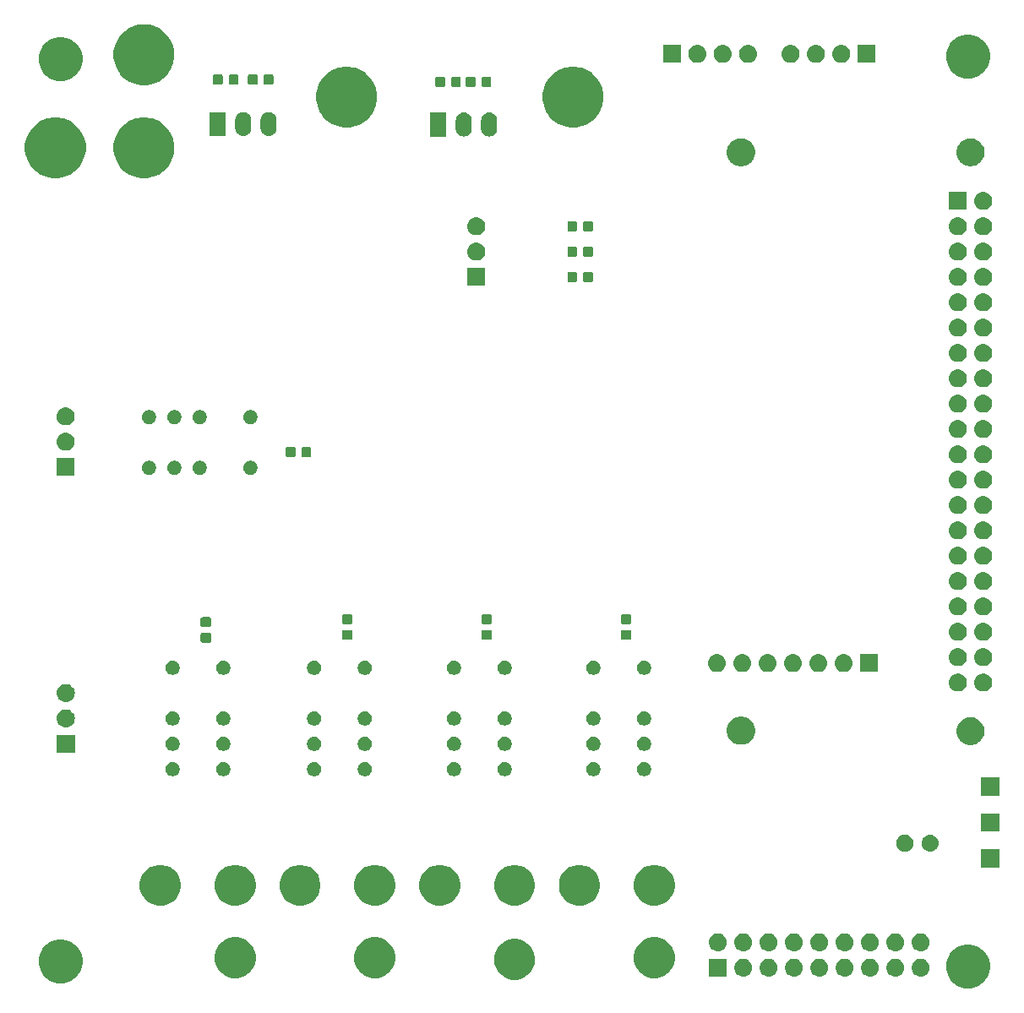
<source format=gbr>
G04 #@! TF.GenerationSoftware,KiCad,Pcbnew,5.0.2+dfsg1-1*
G04 #@! TF.CreationDate,2019-04-16T19:48:13-04:00*
G04 #@! TF.ProjectId,ThorntonAudio,54686f72-6e74-46f6-9e41-7564696f2e6b,rev?*
G04 #@! TF.SameCoordinates,Original*
G04 #@! TF.FileFunction,Soldermask,Bot*
G04 #@! TF.FilePolarity,Negative*
%FSLAX46Y46*%
G04 Gerber Fmt 4.6, Leading zero omitted, Abs format (unit mm)*
G04 Created by KiCad (PCBNEW 5.0.2+dfsg1-1) date Tue 16 Apr 2019 07:48:13 PM EDT*
%MOMM*%
%LPD*%
G01*
G04 APERTURE LIST*
%ADD10C,0.100000*%
G04 APERTURE END LIST*
D10*
G36*
X226205506Y-148505582D02*
X226606065Y-148671499D01*
X226966559Y-148912373D01*
X227273127Y-149218941D01*
X227514001Y-149579435D01*
X227679918Y-149979994D01*
X227764500Y-150405219D01*
X227764500Y-150838781D01*
X227679918Y-151264006D01*
X227514001Y-151664565D01*
X227273127Y-152025059D01*
X226966559Y-152331627D01*
X226606065Y-152572501D01*
X226205506Y-152738418D01*
X225780281Y-152823000D01*
X225346719Y-152823000D01*
X224921494Y-152738418D01*
X224520935Y-152572501D01*
X224160441Y-152331627D01*
X223853873Y-152025059D01*
X223612999Y-151664565D01*
X223447082Y-151264006D01*
X223362500Y-150838781D01*
X223362500Y-150405219D01*
X223447082Y-149979994D01*
X223612999Y-149579435D01*
X223853873Y-149218941D01*
X224160441Y-148912373D01*
X224520935Y-148671499D01*
X224921494Y-148505582D01*
X225346719Y-148421000D01*
X225780281Y-148421000D01*
X226205506Y-148505582D01*
X226205506Y-148505582D01*
G37*
G36*
X135273506Y-147997582D02*
X135674065Y-148163499D01*
X136034559Y-148404373D01*
X136341127Y-148710941D01*
X136582001Y-149071435D01*
X136747918Y-149471994D01*
X136832500Y-149897219D01*
X136832500Y-150330781D01*
X136747918Y-150756006D01*
X136582001Y-151156565D01*
X136341127Y-151517059D01*
X136034559Y-151823627D01*
X135674065Y-152064501D01*
X135273506Y-152230418D01*
X134848281Y-152315000D01*
X134414719Y-152315000D01*
X133989494Y-152230418D01*
X133588935Y-152064501D01*
X133228441Y-151823627D01*
X132921873Y-151517059D01*
X132680999Y-151156565D01*
X132515082Y-150756006D01*
X132430500Y-150330781D01*
X132430500Y-149897219D01*
X132515082Y-149471994D01*
X132680999Y-149071435D01*
X132921873Y-148710941D01*
X133228441Y-148404373D01*
X133588935Y-148163499D01*
X133989494Y-147997582D01*
X134414719Y-147913000D01*
X134848281Y-147913000D01*
X135273506Y-147997582D01*
X135273506Y-147997582D01*
G37*
G36*
X180728252Y-147947818D02*
X180728254Y-147947819D01*
X180728255Y-147947819D01*
X181101513Y-148102427D01*
X181262507Y-148210000D01*
X181437439Y-148326886D01*
X181723114Y-148612561D01*
X181723116Y-148612564D01*
X181947573Y-148948487D01*
X182102181Y-149321745D01*
X182102182Y-149321748D01*
X182181000Y-149717993D01*
X182181000Y-150122007D01*
X182124666Y-150405219D01*
X182102181Y-150518255D01*
X181947573Y-150891513D01*
X181810627Y-151096467D01*
X181723114Y-151227439D01*
X181437439Y-151513114D01*
X181437436Y-151513116D01*
X181101513Y-151737573D01*
X180728255Y-151892181D01*
X180728254Y-151892181D01*
X180728252Y-151892182D01*
X180332007Y-151971000D01*
X179927993Y-151971000D01*
X179531748Y-151892182D01*
X179531746Y-151892181D01*
X179531745Y-151892181D01*
X179158487Y-151737573D01*
X178822564Y-151513116D01*
X178822561Y-151513114D01*
X178536886Y-151227439D01*
X178449373Y-151096467D01*
X178312427Y-150891513D01*
X178157819Y-150518255D01*
X178135335Y-150405219D01*
X178079000Y-150122007D01*
X178079000Y-149717993D01*
X178157818Y-149321748D01*
X178157819Y-149321745D01*
X178312427Y-148948487D01*
X178536884Y-148612564D01*
X178536886Y-148612561D01*
X178822561Y-148326886D01*
X178997493Y-148210000D01*
X179158487Y-148102427D01*
X179531745Y-147947819D01*
X179531746Y-147947819D01*
X179531748Y-147947818D01*
X179927993Y-147869000D01*
X180332007Y-147869000D01*
X180728252Y-147947818D01*
X180728252Y-147947818D01*
G37*
G36*
X152728252Y-147777818D02*
X152728254Y-147777819D01*
X152728255Y-147777819D01*
X153101513Y-147932427D01*
X153252589Y-148033373D01*
X153437439Y-148156886D01*
X153723114Y-148442561D01*
X153723116Y-148442564D01*
X153947573Y-148778487D01*
X154079904Y-149097963D01*
X154102182Y-149151748D01*
X154115548Y-149218944D01*
X154181000Y-149547994D01*
X154181000Y-149952006D01*
X154102181Y-150348255D01*
X153947573Y-150721513D01*
X153869217Y-150838781D01*
X153723114Y-151057439D01*
X153437439Y-151343114D01*
X153437436Y-151343116D01*
X153101513Y-151567573D01*
X152728255Y-151722181D01*
X152728254Y-151722181D01*
X152728252Y-151722182D01*
X152332007Y-151801000D01*
X151927993Y-151801000D01*
X151531748Y-151722182D01*
X151531746Y-151722181D01*
X151531745Y-151722181D01*
X151158487Y-151567573D01*
X150822564Y-151343116D01*
X150822561Y-151343114D01*
X150536886Y-151057439D01*
X150390783Y-150838781D01*
X150312427Y-150721513D01*
X150157819Y-150348255D01*
X150079000Y-149952006D01*
X150079000Y-149547994D01*
X150144452Y-149218944D01*
X150157818Y-149151748D01*
X150180096Y-149097963D01*
X150312427Y-148778487D01*
X150536884Y-148442564D01*
X150536886Y-148442561D01*
X150822561Y-148156886D01*
X151007411Y-148033373D01*
X151158487Y-147932427D01*
X151531745Y-147777819D01*
X151531746Y-147777819D01*
X151531748Y-147777818D01*
X151927993Y-147699000D01*
X152332007Y-147699000D01*
X152728252Y-147777818D01*
X152728252Y-147777818D01*
G37*
G36*
X166728252Y-147777818D02*
X166728254Y-147777819D01*
X166728255Y-147777819D01*
X167101513Y-147932427D01*
X167252589Y-148033373D01*
X167437439Y-148156886D01*
X167723114Y-148442561D01*
X167723116Y-148442564D01*
X167947573Y-148778487D01*
X168079904Y-149097963D01*
X168102182Y-149151748D01*
X168115548Y-149218944D01*
X168181000Y-149547994D01*
X168181000Y-149952006D01*
X168102181Y-150348255D01*
X167947573Y-150721513D01*
X167869217Y-150838781D01*
X167723114Y-151057439D01*
X167437439Y-151343114D01*
X167437436Y-151343116D01*
X167101513Y-151567573D01*
X166728255Y-151722181D01*
X166728254Y-151722181D01*
X166728252Y-151722182D01*
X166332007Y-151801000D01*
X165927993Y-151801000D01*
X165531748Y-151722182D01*
X165531746Y-151722181D01*
X165531745Y-151722181D01*
X165158487Y-151567573D01*
X164822564Y-151343116D01*
X164822561Y-151343114D01*
X164536886Y-151057439D01*
X164390783Y-150838781D01*
X164312427Y-150721513D01*
X164157819Y-150348255D01*
X164079000Y-149952006D01*
X164079000Y-149547994D01*
X164144452Y-149218944D01*
X164157818Y-149151748D01*
X164180096Y-149097963D01*
X164312427Y-148778487D01*
X164536884Y-148442564D01*
X164536886Y-148442561D01*
X164822561Y-148156886D01*
X165007411Y-148033373D01*
X165158487Y-147932427D01*
X165531745Y-147777819D01*
X165531746Y-147777819D01*
X165531748Y-147777818D01*
X165927993Y-147699000D01*
X166332007Y-147699000D01*
X166728252Y-147777818D01*
X166728252Y-147777818D01*
G37*
G36*
X194728252Y-147777818D02*
X194728254Y-147777819D01*
X194728255Y-147777819D01*
X195101513Y-147932427D01*
X195252589Y-148033373D01*
X195437439Y-148156886D01*
X195723114Y-148442561D01*
X195723116Y-148442564D01*
X195947573Y-148778487D01*
X196079904Y-149097963D01*
X196102182Y-149151748D01*
X196115548Y-149218944D01*
X196181000Y-149547994D01*
X196181000Y-149952006D01*
X196102181Y-150348255D01*
X195947573Y-150721513D01*
X195869217Y-150838781D01*
X195723114Y-151057439D01*
X195437439Y-151343114D01*
X195437436Y-151343116D01*
X195101513Y-151567573D01*
X194728255Y-151722181D01*
X194728254Y-151722181D01*
X194728252Y-151722182D01*
X194332007Y-151801000D01*
X193927993Y-151801000D01*
X193531748Y-151722182D01*
X193531746Y-151722181D01*
X193531745Y-151722181D01*
X193158487Y-151567573D01*
X192822564Y-151343116D01*
X192822561Y-151343114D01*
X192536886Y-151057439D01*
X192390783Y-150838781D01*
X192312427Y-150721513D01*
X192157819Y-150348255D01*
X192079000Y-149952006D01*
X192079000Y-149547994D01*
X192144452Y-149218944D01*
X192157818Y-149151748D01*
X192180096Y-149097963D01*
X192312427Y-148778487D01*
X192536884Y-148442564D01*
X192536886Y-148442561D01*
X192822561Y-148156886D01*
X193007411Y-148033373D01*
X193158487Y-147932427D01*
X193531745Y-147777819D01*
X193531746Y-147777819D01*
X193531748Y-147777818D01*
X193927993Y-147699000D01*
X194332007Y-147699000D01*
X194728252Y-147777818D01*
X194728252Y-147777818D01*
G37*
G36*
X208230442Y-149855518D02*
X208296627Y-149862037D01*
X208409853Y-149896384D01*
X208466467Y-149913557D01*
X208590756Y-149979992D01*
X208622991Y-149997222D01*
X208658729Y-150026552D01*
X208760186Y-150109814D01*
X208843448Y-150211271D01*
X208872778Y-150247009D01*
X208872779Y-150247011D01*
X208956443Y-150403533D01*
X208973616Y-150460147D01*
X209007963Y-150573373D01*
X209025359Y-150750000D01*
X209007963Y-150926627D01*
X208973616Y-151039853D01*
X208956443Y-151096467D01*
X208924319Y-151156565D01*
X208872778Y-151252991D01*
X208843448Y-151288729D01*
X208760186Y-151390186D01*
X208658729Y-151473448D01*
X208622991Y-151502778D01*
X208622989Y-151502779D01*
X208466467Y-151586443D01*
X208409853Y-151603616D01*
X208296627Y-151637963D01*
X208230443Y-151644481D01*
X208164260Y-151651000D01*
X208075740Y-151651000D01*
X208009557Y-151644481D01*
X207943373Y-151637963D01*
X207830147Y-151603616D01*
X207773533Y-151586443D01*
X207617011Y-151502779D01*
X207617009Y-151502778D01*
X207581271Y-151473448D01*
X207479814Y-151390186D01*
X207396552Y-151288729D01*
X207367222Y-151252991D01*
X207315681Y-151156565D01*
X207283557Y-151096467D01*
X207266384Y-151039853D01*
X207232037Y-150926627D01*
X207214641Y-150750000D01*
X207232037Y-150573373D01*
X207266384Y-150460147D01*
X207283557Y-150403533D01*
X207367221Y-150247011D01*
X207367222Y-150247009D01*
X207396552Y-150211271D01*
X207479814Y-150109814D01*
X207581271Y-150026552D01*
X207617009Y-149997222D01*
X207649244Y-149979992D01*
X207773533Y-149913557D01*
X207830147Y-149896384D01*
X207943373Y-149862037D01*
X208009558Y-149855518D01*
X208075740Y-149849000D01*
X208164260Y-149849000D01*
X208230442Y-149855518D01*
X208230442Y-149855518D01*
G37*
G36*
X201401000Y-151651000D02*
X199599000Y-151651000D01*
X199599000Y-149849000D01*
X201401000Y-149849000D01*
X201401000Y-151651000D01*
X201401000Y-151651000D01*
G37*
G36*
X203150442Y-149855518D02*
X203216627Y-149862037D01*
X203329853Y-149896384D01*
X203386467Y-149913557D01*
X203510756Y-149979992D01*
X203542991Y-149997222D01*
X203578729Y-150026552D01*
X203680186Y-150109814D01*
X203763448Y-150211271D01*
X203792778Y-150247009D01*
X203792779Y-150247011D01*
X203876443Y-150403533D01*
X203893616Y-150460147D01*
X203927963Y-150573373D01*
X203945359Y-150750000D01*
X203927963Y-150926627D01*
X203893616Y-151039853D01*
X203876443Y-151096467D01*
X203844319Y-151156565D01*
X203792778Y-151252991D01*
X203763448Y-151288729D01*
X203680186Y-151390186D01*
X203578729Y-151473448D01*
X203542991Y-151502778D01*
X203542989Y-151502779D01*
X203386467Y-151586443D01*
X203329853Y-151603616D01*
X203216627Y-151637963D01*
X203150443Y-151644481D01*
X203084260Y-151651000D01*
X202995740Y-151651000D01*
X202929557Y-151644481D01*
X202863373Y-151637963D01*
X202750147Y-151603616D01*
X202693533Y-151586443D01*
X202537011Y-151502779D01*
X202537009Y-151502778D01*
X202501271Y-151473448D01*
X202399814Y-151390186D01*
X202316552Y-151288729D01*
X202287222Y-151252991D01*
X202235681Y-151156565D01*
X202203557Y-151096467D01*
X202186384Y-151039853D01*
X202152037Y-150926627D01*
X202134641Y-150750000D01*
X202152037Y-150573373D01*
X202186384Y-150460147D01*
X202203557Y-150403533D01*
X202287221Y-150247011D01*
X202287222Y-150247009D01*
X202316552Y-150211271D01*
X202399814Y-150109814D01*
X202501271Y-150026552D01*
X202537009Y-149997222D01*
X202569244Y-149979992D01*
X202693533Y-149913557D01*
X202750147Y-149896384D01*
X202863373Y-149862037D01*
X202929558Y-149855518D01*
X202995740Y-149849000D01*
X203084260Y-149849000D01*
X203150442Y-149855518D01*
X203150442Y-149855518D01*
G37*
G36*
X205690442Y-149855518D02*
X205756627Y-149862037D01*
X205869853Y-149896384D01*
X205926467Y-149913557D01*
X206050756Y-149979992D01*
X206082991Y-149997222D01*
X206118729Y-150026552D01*
X206220186Y-150109814D01*
X206303448Y-150211271D01*
X206332778Y-150247009D01*
X206332779Y-150247011D01*
X206416443Y-150403533D01*
X206433616Y-150460147D01*
X206467963Y-150573373D01*
X206485359Y-150750000D01*
X206467963Y-150926627D01*
X206433616Y-151039853D01*
X206416443Y-151096467D01*
X206384319Y-151156565D01*
X206332778Y-151252991D01*
X206303448Y-151288729D01*
X206220186Y-151390186D01*
X206118729Y-151473448D01*
X206082991Y-151502778D01*
X206082989Y-151502779D01*
X205926467Y-151586443D01*
X205869853Y-151603616D01*
X205756627Y-151637963D01*
X205690443Y-151644481D01*
X205624260Y-151651000D01*
X205535740Y-151651000D01*
X205469557Y-151644481D01*
X205403373Y-151637963D01*
X205290147Y-151603616D01*
X205233533Y-151586443D01*
X205077011Y-151502779D01*
X205077009Y-151502778D01*
X205041271Y-151473448D01*
X204939814Y-151390186D01*
X204856552Y-151288729D01*
X204827222Y-151252991D01*
X204775681Y-151156565D01*
X204743557Y-151096467D01*
X204726384Y-151039853D01*
X204692037Y-150926627D01*
X204674641Y-150750000D01*
X204692037Y-150573373D01*
X204726384Y-150460147D01*
X204743557Y-150403533D01*
X204827221Y-150247011D01*
X204827222Y-150247009D01*
X204856552Y-150211271D01*
X204939814Y-150109814D01*
X205041271Y-150026552D01*
X205077009Y-149997222D01*
X205109244Y-149979992D01*
X205233533Y-149913557D01*
X205290147Y-149896384D01*
X205403373Y-149862037D01*
X205469558Y-149855518D01*
X205535740Y-149849000D01*
X205624260Y-149849000D01*
X205690442Y-149855518D01*
X205690442Y-149855518D01*
G37*
G36*
X220930442Y-149855518D02*
X220996627Y-149862037D01*
X221109853Y-149896384D01*
X221166467Y-149913557D01*
X221290756Y-149979992D01*
X221322991Y-149997222D01*
X221358729Y-150026552D01*
X221460186Y-150109814D01*
X221543448Y-150211271D01*
X221572778Y-150247009D01*
X221572779Y-150247011D01*
X221656443Y-150403533D01*
X221673616Y-150460147D01*
X221707963Y-150573373D01*
X221725359Y-150750000D01*
X221707963Y-150926627D01*
X221673616Y-151039853D01*
X221656443Y-151096467D01*
X221624319Y-151156565D01*
X221572778Y-151252991D01*
X221543448Y-151288729D01*
X221460186Y-151390186D01*
X221358729Y-151473448D01*
X221322991Y-151502778D01*
X221322989Y-151502779D01*
X221166467Y-151586443D01*
X221109853Y-151603616D01*
X220996627Y-151637963D01*
X220930443Y-151644481D01*
X220864260Y-151651000D01*
X220775740Y-151651000D01*
X220709557Y-151644481D01*
X220643373Y-151637963D01*
X220530147Y-151603616D01*
X220473533Y-151586443D01*
X220317011Y-151502779D01*
X220317009Y-151502778D01*
X220281271Y-151473448D01*
X220179814Y-151390186D01*
X220096552Y-151288729D01*
X220067222Y-151252991D01*
X220015681Y-151156565D01*
X219983557Y-151096467D01*
X219966384Y-151039853D01*
X219932037Y-150926627D01*
X219914641Y-150750000D01*
X219932037Y-150573373D01*
X219966384Y-150460147D01*
X219983557Y-150403533D01*
X220067221Y-150247011D01*
X220067222Y-150247009D01*
X220096552Y-150211271D01*
X220179814Y-150109814D01*
X220281271Y-150026552D01*
X220317009Y-149997222D01*
X220349244Y-149979992D01*
X220473533Y-149913557D01*
X220530147Y-149896384D01*
X220643373Y-149862037D01*
X220709558Y-149855518D01*
X220775740Y-149849000D01*
X220864260Y-149849000D01*
X220930442Y-149855518D01*
X220930442Y-149855518D01*
G37*
G36*
X218390442Y-149855518D02*
X218456627Y-149862037D01*
X218569853Y-149896384D01*
X218626467Y-149913557D01*
X218750756Y-149979992D01*
X218782991Y-149997222D01*
X218818729Y-150026552D01*
X218920186Y-150109814D01*
X219003448Y-150211271D01*
X219032778Y-150247009D01*
X219032779Y-150247011D01*
X219116443Y-150403533D01*
X219133616Y-150460147D01*
X219167963Y-150573373D01*
X219185359Y-150750000D01*
X219167963Y-150926627D01*
X219133616Y-151039853D01*
X219116443Y-151096467D01*
X219084319Y-151156565D01*
X219032778Y-151252991D01*
X219003448Y-151288729D01*
X218920186Y-151390186D01*
X218818729Y-151473448D01*
X218782991Y-151502778D01*
X218782989Y-151502779D01*
X218626467Y-151586443D01*
X218569853Y-151603616D01*
X218456627Y-151637963D01*
X218390443Y-151644481D01*
X218324260Y-151651000D01*
X218235740Y-151651000D01*
X218169557Y-151644481D01*
X218103373Y-151637963D01*
X217990147Y-151603616D01*
X217933533Y-151586443D01*
X217777011Y-151502779D01*
X217777009Y-151502778D01*
X217741271Y-151473448D01*
X217639814Y-151390186D01*
X217556552Y-151288729D01*
X217527222Y-151252991D01*
X217475681Y-151156565D01*
X217443557Y-151096467D01*
X217426384Y-151039853D01*
X217392037Y-150926627D01*
X217374641Y-150750000D01*
X217392037Y-150573373D01*
X217426384Y-150460147D01*
X217443557Y-150403533D01*
X217527221Y-150247011D01*
X217527222Y-150247009D01*
X217556552Y-150211271D01*
X217639814Y-150109814D01*
X217741271Y-150026552D01*
X217777009Y-149997222D01*
X217809244Y-149979992D01*
X217933533Y-149913557D01*
X217990147Y-149896384D01*
X218103373Y-149862037D01*
X218169558Y-149855518D01*
X218235740Y-149849000D01*
X218324260Y-149849000D01*
X218390442Y-149855518D01*
X218390442Y-149855518D01*
G37*
G36*
X210770442Y-149855518D02*
X210836627Y-149862037D01*
X210949853Y-149896384D01*
X211006467Y-149913557D01*
X211130756Y-149979992D01*
X211162991Y-149997222D01*
X211198729Y-150026552D01*
X211300186Y-150109814D01*
X211383448Y-150211271D01*
X211412778Y-150247009D01*
X211412779Y-150247011D01*
X211496443Y-150403533D01*
X211513616Y-150460147D01*
X211547963Y-150573373D01*
X211565359Y-150750000D01*
X211547963Y-150926627D01*
X211513616Y-151039853D01*
X211496443Y-151096467D01*
X211464319Y-151156565D01*
X211412778Y-151252991D01*
X211383448Y-151288729D01*
X211300186Y-151390186D01*
X211198729Y-151473448D01*
X211162991Y-151502778D01*
X211162989Y-151502779D01*
X211006467Y-151586443D01*
X210949853Y-151603616D01*
X210836627Y-151637963D01*
X210770443Y-151644481D01*
X210704260Y-151651000D01*
X210615740Y-151651000D01*
X210549557Y-151644481D01*
X210483373Y-151637963D01*
X210370147Y-151603616D01*
X210313533Y-151586443D01*
X210157011Y-151502779D01*
X210157009Y-151502778D01*
X210121271Y-151473448D01*
X210019814Y-151390186D01*
X209936552Y-151288729D01*
X209907222Y-151252991D01*
X209855681Y-151156565D01*
X209823557Y-151096467D01*
X209806384Y-151039853D01*
X209772037Y-150926627D01*
X209754641Y-150750000D01*
X209772037Y-150573373D01*
X209806384Y-150460147D01*
X209823557Y-150403533D01*
X209907221Y-150247011D01*
X209907222Y-150247009D01*
X209936552Y-150211271D01*
X210019814Y-150109814D01*
X210121271Y-150026552D01*
X210157009Y-149997222D01*
X210189244Y-149979992D01*
X210313533Y-149913557D01*
X210370147Y-149896384D01*
X210483373Y-149862037D01*
X210549558Y-149855518D01*
X210615740Y-149849000D01*
X210704260Y-149849000D01*
X210770442Y-149855518D01*
X210770442Y-149855518D01*
G37*
G36*
X215850442Y-149855518D02*
X215916627Y-149862037D01*
X216029853Y-149896384D01*
X216086467Y-149913557D01*
X216210756Y-149979992D01*
X216242991Y-149997222D01*
X216278729Y-150026552D01*
X216380186Y-150109814D01*
X216463448Y-150211271D01*
X216492778Y-150247009D01*
X216492779Y-150247011D01*
X216576443Y-150403533D01*
X216593616Y-150460147D01*
X216627963Y-150573373D01*
X216645359Y-150750000D01*
X216627963Y-150926627D01*
X216593616Y-151039853D01*
X216576443Y-151096467D01*
X216544319Y-151156565D01*
X216492778Y-151252991D01*
X216463448Y-151288729D01*
X216380186Y-151390186D01*
X216278729Y-151473448D01*
X216242991Y-151502778D01*
X216242989Y-151502779D01*
X216086467Y-151586443D01*
X216029853Y-151603616D01*
X215916627Y-151637963D01*
X215850443Y-151644481D01*
X215784260Y-151651000D01*
X215695740Y-151651000D01*
X215629557Y-151644481D01*
X215563373Y-151637963D01*
X215450147Y-151603616D01*
X215393533Y-151586443D01*
X215237011Y-151502779D01*
X215237009Y-151502778D01*
X215201271Y-151473448D01*
X215099814Y-151390186D01*
X215016552Y-151288729D01*
X214987222Y-151252991D01*
X214935681Y-151156565D01*
X214903557Y-151096467D01*
X214886384Y-151039853D01*
X214852037Y-150926627D01*
X214834641Y-150750000D01*
X214852037Y-150573373D01*
X214886384Y-150460147D01*
X214903557Y-150403533D01*
X214987221Y-150247011D01*
X214987222Y-150247009D01*
X215016552Y-150211271D01*
X215099814Y-150109814D01*
X215201271Y-150026552D01*
X215237009Y-149997222D01*
X215269244Y-149979992D01*
X215393533Y-149913557D01*
X215450147Y-149896384D01*
X215563373Y-149862037D01*
X215629558Y-149855518D01*
X215695740Y-149849000D01*
X215784260Y-149849000D01*
X215850442Y-149855518D01*
X215850442Y-149855518D01*
G37*
G36*
X213310442Y-149855518D02*
X213376627Y-149862037D01*
X213489853Y-149896384D01*
X213546467Y-149913557D01*
X213670756Y-149979992D01*
X213702991Y-149997222D01*
X213738729Y-150026552D01*
X213840186Y-150109814D01*
X213923448Y-150211271D01*
X213952778Y-150247009D01*
X213952779Y-150247011D01*
X214036443Y-150403533D01*
X214053616Y-150460147D01*
X214087963Y-150573373D01*
X214105359Y-150750000D01*
X214087963Y-150926627D01*
X214053616Y-151039853D01*
X214036443Y-151096467D01*
X214004319Y-151156565D01*
X213952778Y-151252991D01*
X213923448Y-151288729D01*
X213840186Y-151390186D01*
X213738729Y-151473448D01*
X213702991Y-151502778D01*
X213702989Y-151502779D01*
X213546467Y-151586443D01*
X213489853Y-151603616D01*
X213376627Y-151637963D01*
X213310443Y-151644481D01*
X213244260Y-151651000D01*
X213155740Y-151651000D01*
X213089557Y-151644481D01*
X213023373Y-151637963D01*
X212910147Y-151603616D01*
X212853533Y-151586443D01*
X212697011Y-151502779D01*
X212697009Y-151502778D01*
X212661271Y-151473448D01*
X212559814Y-151390186D01*
X212476552Y-151288729D01*
X212447222Y-151252991D01*
X212395681Y-151156565D01*
X212363557Y-151096467D01*
X212346384Y-151039853D01*
X212312037Y-150926627D01*
X212294641Y-150750000D01*
X212312037Y-150573373D01*
X212346384Y-150460147D01*
X212363557Y-150403533D01*
X212447221Y-150247011D01*
X212447222Y-150247009D01*
X212476552Y-150211271D01*
X212559814Y-150109814D01*
X212661271Y-150026552D01*
X212697009Y-149997222D01*
X212729244Y-149979992D01*
X212853533Y-149913557D01*
X212910147Y-149896384D01*
X213023373Y-149862037D01*
X213089558Y-149855518D01*
X213155740Y-149849000D01*
X213244260Y-149849000D01*
X213310442Y-149855518D01*
X213310442Y-149855518D01*
G37*
G36*
X218390442Y-147315518D02*
X218456627Y-147322037D01*
X218569853Y-147356384D01*
X218626467Y-147373557D01*
X218765087Y-147447652D01*
X218782991Y-147457222D01*
X218818729Y-147486552D01*
X218920186Y-147569814D01*
X219003448Y-147671271D01*
X219032778Y-147707009D01*
X219032779Y-147707011D01*
X219116443Y-147863533D01*
X219116443Y-147863534D01*
X219167963Y-148033373D01*
X219185359Y-148210000D01*
X219167963Y-148386627D01*
X219133616Y-148499853D01*
X219116443Y-148556467D01*
X219086458Y-148612564D01*
X219032778Y-148712991D01*
X219003448Y-148748729D01*
X218920186Y-148850186D01*
X218818729Y-148933448D01*
X218782991Y-148962778D01*
X218782989Y-148962779D01*
X218626467Y-149046443D01*
X218569853Y-149063616D01*
X218456627Y-149097963D01*
X218390442Y-149104482D01*
X218324260Y-149111000D01*
X218235740Y-149111000D01*
X218169558Y-149104482D01*
X218103373Y-149097963D01*
X217990147Y-149063616D01*
X217933533Y-149046443D01*
X217777011Y-148962779D01*
X217777009Y-148962778D01*
X217741271Y-148933448D01*
X217639814Y-148850186D01*
X217556552Y-148748729D01*
X217527222Y-148712991D01*
X217473542Y-148612564D01*
X217443557Y-148556467D01*
X217426384Y-148499853D01*
X217392037Y-148386627D01*
X217374641Y-148210000D01*
X217392037Y-148033373D01*
X217443557Y-147863534D01*
X217443557Y-147863533D01*
X217527221Y-147707011D01*
X217527222Y-147707009D01*
X217556552Y-147671271D01*
X217639814Y-147569814D01*
X217741271Y-147486552D01*
X217777009Y-147457222D01*
X217794913Y-147447652D01*
X217933533Y-147373557D01*
X217990147Y-147356384D01*
X218103373Y-147322037D01*
X218169558Y-147315518D01*
X218235740Y-147309000D01*
X218324260Y-147309000D01*
X218390442Y-147315518D01*
X218390442Y-147315518D01*
G37*
G36*
X213310442Y-147315518D02*
X213376627Y-147322037D01*
X213489853Y-147356384D01*
X213546467Y-147373557D01*
X213685087Y-147447652D01*
X213702991Y-147457222D01*
X213738729Y-147486552D01*
X213840186Y-147569814D01*
X213923448Y-147671271D01*
X213952778Y-147707009D01*
X213952779Y-147707011D01*
X214036443Y-147863533D01*
X214036443Y-147863534D01*
X214087963Y-148033373D01*
X214105359Y-148210000D01*
X214087963Y-148386627D01*
X214053616Y-148499853D01*
X214036443Y-148556467D01*
X214006458Y-148612564D01*
X213952778Y-148712991D01*
X213923448Y-148748729D01*
X213840186Y-148850186D01*
X213738729Y-148933448D01*
X213702991Y-148962778D01*
X213702989Y-148962779D01*
X213546467Y-149046443D01*
X213489853Y-149063616D01*
X213376627Y-149097963D01*
X213310442Y-149104482D01*
X213244260Y-149111000D01*
X213155740Y-149111000D01*
X213089558Y-149104482D01*
X213023373Y-149097963D01*
X212910147Y-149063616D01*
X212853533Y-149046443D01*
X212697011Y-148962779D01*
X212697009Y-148962778D01*
X212661271Y-148933448D01*
X212559814Y-148850186D01*
X212476552Y-148748729D01*
X212447222Y-148712991D01*
X212393542Y-148612564D01*
X212363557Y-148556467D01*
X212346384Y-148499853D01*
X212312037Y-148386627D01*
X212294641Y-148210000D01*
X212312037Y-148033373D01*
X212363557Y-147863534D01*
X212363557Y-147863533D01*
X212447221Y-147707011D01*
X212447222Y-147707009D01*
X212476552Y-147671271D01*
X212559814Y-147569814D01*
X212661271Y-147486552D01*
X212697009Y-147457222D01*
X212714913Y-147447652D01*
X212853533Y-147373557D01*
X212910147Y-147356384D01*
X213023373Y-147322037D01*
X213089558Y-147315518D01*
X213155740Y-147309000D01*
X213244260Y-147309000D01*
X213310442Y-147315518D01*
X213310442Y-147315518D01*
G37*
G36*
X220930442Y-147315518D02*
X220996627Y-147322037D01*
X221109853Y-147356384D01*
X221166467Y-147373557D01*
X221305087Y-147447652D01*
X221322991Y-147457222D01*
X221358729Y-147486552D01*
X221460186Y-147569814D01*
X221543448Y-147671271D01*
X221572778Y-147707009D01*
X221572779Y-147707011D01*
X221656443Y-147863533D01*
X221656443Y-147863534D01*
X221707963Y-148033373D01*
X221725359Y-148210000D01*
X221707963Y-148386627D01*
X221673616Y-148499853D01*
X221656443Y-148556467D01*
X221626458Y-148612564D01*
X221572778Y-148712991D01*
X221543448Y-148748729D01*
X221460186Y-148850186D01*
X221358729Y-148933448D01*
X221322991Y-148962778D01*
X221322989Y-148962779D01*
X221166467Y-149046443D01*
X221109853Y-149063616D01*
X220996627Y-149097963D01*
X220930442Y-149104482D01*
X220864260Y-149111000D01*
X220775740Y-149111000D01*
X220709558Y-149104482D01*
X220643373Y-149097963D01*
X220530147Y-149063616D01*
X220473533Y-149046443D01*
X220317011Y-148962779D01*
X220317009Y-148962778D01*
X220281271Y-148933448D01*
X220179814Y-148850186D01*
X220096552Y-148748729D01*
X220067222Y-148712991D01*
X220013542Y-148612564D01*
X219983557Y-148556467D01*
X219966384Y-148499853D01*
X219932037Y-148386627D01*
X219914641Y-148210000D01*
X219932037Y-148033373D01*
X219983557Y-147863534D01*
X219983557Y-147863533D01*
X220067221Y-147707011D01*
X220067222Y-147707009D01*
X220096552Y-147671271D01*
X220179814Y-147569814D01*
X220281271Y-147486552D01*
X220317009Y-147457222D01*
X220334913Y-147447652D01*
X220473533Y-147373557D01*
X220530147Y-147356384D01*
X220643373Y-147322037D01*
X220709558Y-147315518D01*
X220775740Y-147309000D01*
X220864260Y-147309000D01*
X220930442Y-147315518D01*
X220930442Y-147315518D01*
G37*
G36*
X215850442Y-147315518D02*
X215916627Y-147322037D01*
X216029853Y-147356384D01*
X216086467Y-147373557D01*
X216225087Y-147447652D01*
X216242991Y-147457222D01*
X216278729Y-147486552D01*
X216380186Y-147569814D01*
X216463448Y-147671271D01*
X216492778Y-147707009D01*
X216492779Y-147707011D01*
X216576443Y-147863533D01*
X216576443Y-147863534D01*
X216627963Y-148033373D01*
X216645359Y-148210000D01*
X216627963Y-148386627D01*
X216593616Y-148499853D01*
X216576443Y-148556467D01*
X216546458Y-148612564D01*
X216492778Y-148712991D01*
X216463448Y-148748729D01*
X216380186Y-148850186D01*
X216278729Y-148933448D01*
X216242991Y-148962778D01*
X216242989Y-148962779D01*
X216086467Y-149046443D01*
X216029853Y-149063616D01*
X215916627Y-149097963D01*
X215850442Y-149104482D01*
X215784260Y-149111000D01*
X215695740Y-149111000D01*
X215629558Y-149104482D01*
X215563373Y-149097963D01*
X215450147Y-149063616D01*
X215393533Y-149046443D01*
X215237011Y-148962779D01*
X215237009Y-148962778D01*
X215201271Y-148933448D01*
X215099814Y-148850186D01*
X215016552Y-148748729D01*
X214987222Y-148712991D01*
X214933542Y-148612564D01*
X214903557Y-148556467D01*
X214886384Y-148499853D01*
X214852037Y-148386627D01*
X214834641Y-148210000D01*
X214852037Y-148033373D01*
X214903557Y-147863534D01*
X214903557Y-147863533D01*
X214987221Y-147707011D01*
X214987222Y-147707009D01*
X215016552Y-147671271D01*
X215099814Y-147569814D01*
X215201271Y-147486552D01*
X215237009Y-147457222D01*
X215254913Y-147447652D01*
X215393533Y-147373557D01*
X215450147Y-147356384D01*
X215563373Y-147322037D01*
X215629558Y-147315518D01*
X215695740Y-147309000D01*
X215784260Y-147309000D01*
X215850442Y-147315518D01*
X215850442Y-147315518D01*
G37*
G36*
X203150442Y-147315518D02*
X203216627Y-147322037D01*
X203329853Y-147356384D01*
X203386467Y-147373557D01*
X203525087Y-147447652D01*
X203542991Y-147457222D01*
X203578729Y-147486552D01*
X203680186Y-147569814D01*
X203763448Y-147671271D01*
X203792778Y-147707009D01*
X203792779Y-147707011D01*
X203876443Y-147863533D01*
X203876443Y-147863534D01*
X203927963Y-148033373D01*
X203945359Y-148210000D01*
X203927963Y-148386627D01*
X203893616Y-148499853D01*
X203876443Y-148556467D01*
X203846458Y-148612564D01*
X203792778Y-148712991D01*
X203763448Y-148748729D01*
X203680186Y-148850186D01*
X203578729Y-148933448D01*
X203542991Y-148962778D01*
X203542989Y-148962779D01*
X203386467Y-149046443D01*
X203329853Y-149063616D01*
X203216627Y-149097963D01*
X203150442Y-149104482D01*
X203084260Y-149111000D01*
X202995740Y-149111000D01*
X202929558Y-149104482D01*
X202863373Y-149097963D01*
X202750147Y-149063616D01*
X202693533Y-149046443D01*
X202537011Y-148962779D01*
X202537009Y-148962778D01*
X202501271Y-148933448D01*
X202399814Y-148850186D01*
X202316552Y-148748729D01*
X202287222Y-148712991D01*
X202233542Y-148612564D01*
X202203557Y-148556467D01*
X202186384Y-148499853D01*
X202152037Y-148386627D01*
X202134641Y-148210000D01*
X202152037Y-148033373D01*
X202203557Y-147863534D01*
X202203557Y-147863533D01*
X202287221Y-147707011D01*
X202287222Y-147707009D01*
X202316552Y-147671271D01*
X202399814Y-147569814D01*
X202501271Y-147486552D01*
X202537009Y-147457222D01*
X202554913Y-147447652D01*
X202693533Y-147373557D01*
X202750147Y-147356384D01*
X202863373Y-147322037D01*
X202929558Y-147315518D01*
X202995740Y-147309000D01*
X203084260Y-147309000D01*
X203150442Y-147315518D01*
X203150442Y-147315518D01*
G37*
G36*
X200610442Y-147315518D02*
X200676627Y-147322037D01*
X200789853Y-147356384D01*
X200846467Y-147373557D01*
X200985087Y-147447652D01*
X201002991Y-147457222D01*
X201038729Y-147486552D01*
X201140186Y-147569814D01*
X201223448Y-147671271D01*
X201252778Y-147707009D01*
X201252779Y-147707011D01*
X201336443Y-147863533D01*
X201336443Y-147863534D01*
X201387963Y-148033373D01*
X201405359Y-148210000D01*
X201387963Y-148386627D01*
X201353616Y-148499853D01*
X201336443Y-148556467D01*
X201306458Y-148612564D01*
X201252778Y-148712991D01*
X201223448Y-148748729D01*
X201140186Y-148850186D01*
X201038729Y-148933448D01*
X201002991Y-148962778D01*
X201002989Y-148962779D01*
X200846467Y-149046443D01*
X200789853Y-149063616D01*
X200676627Y-149097963D01*
X200610442Y-149104482D01*
X200544260Y-149111000D01*
X200455740Y-149111000D01*
X200389558Y-149104482D01*
X200323373Y-149097963D01*
X200210147Y-149063616D01*
X200153533Y-149046443D01*
X199997011Y-148962779D01*
X199997009Y-148962778D01*
X199961271Y-148933448D01*
X199859814Y-148850186D01*
X199776552Y-148748729D01*
X199747222Y-148712991D01*
X199693542Y-148612564D01*
X199663557Y-148556467D01*
X199646384Y-148499853D01*
X199612037Y-148386627D01*
X199594641Y-148210000D01*
X199612037Y-148033373D01*
X199663557Y-147863534D01*
X199663557Y-147863533D01*
X199747221Y-147707011D01*
X199747222Y-147707009D01*
X199776552Y-147671271D01*
X199859814Y-147569814D01*
X199961271Y-147486552D01*
X199997009Y-147457222D01*
X200014913Y-147447652D01*
X200153533Y-147373557D01*
X200210147Y-147356384D01*
X200323373Y-147322037D01*
X200389558Y-147315518D01*
X200455740Y-147309000D01*
X200544260Y-147309000D01*
X200610442Y-147315518D01*
X200610442Y-147315518D01*
G37*
G36*
X205690442Y-147315518D02*
X205756627Y-147322037D01*
X205869853Y-147356384D01*
X205926467Y-147373557D01*
X206065087Y-147447652D01*
X206082991Y-147457222D01*
X206118729Y-147486552D01*
X206220186Y-147569814D01*
X206303448Y-147671271D01*
X206332778Y-147707009D01*
X206332779Y-147707011D01*
X206416443Y-147863533D01*
X206416443Y-147863534D01*
X206467963Y-148033373D01*
X206485359Y-148210000D01*
X206467963Y-148386627D01*
X206433616Y-148499853D01*
X206416443Y-148556467D01*
X206386458Y-148612564D01*
X206332778Y-148712991D01*
X206303448Y-148748729D01*
X206220186Y-148850186D01*
X206118729Y-148933448D01*
X206082991Y-148962778D01*
X206082989Y-148962779D01*
X205926467Y-149046443D01*
X205869853Y-149063616D01*
X205756627Y-149097963D01*
X205690442Y-149104482D01*
X205624260Y-149111000D01*
X205535740Y-149111000D01*
X205469558Y-149104482D01*
X205403373Y-149097963D01*
X205290147Y-149063616D01*
X205233533Y-149046443D01*
X205077011Y-148962779D01*
X205077009Y-148962778D01*
X205041271Y-148933448D01*
X204939814Y-148850186D01*
X204856552Y-148748729D01*
X204827222Y-148712991D01*
X204773542Y-148612564D01*
X204743557Y-148556467D01*
X204726384Y-148499853D01*
X204692037Y-148386627D01*
X204674641Y-148210000D01*
X204692037Y-148033373D01*
X204743557Y-147863534D01*
X204743557Y-147863533D01*
X204827221Y-147707011D01*
X204827222Y-147707009D01*
X204856552Y-147671271D01*
X204939814Y-147569814D01*
X205041271Y-147486552D01*
X205077009Y-147457222D01*
X205094913Y-147447652D01*
X205233533Y-147373557D01*
X205290147Y-147356384D01*
X205403373Y-147322037D01*
X205469558Y-147315518D01*
X205535740Y-147309000D01*
X205624260Y-147309000D01*
X205690442Y-147315518D01*
X205690442Y-147315518D01*
G37*
G36*
X208230442Y-147315518D02*
X208296627Y-147322037D01*
X208409853Y-147356384D01*
X208466467Y-147373557D01*
X208605087Y-147447652D01*
X208622991Y-147457222D01*
X208658729Y-147486552D01*
X208760186Y-147569814D01*
X208843448Y-147671271D01*
X208872778Y-147707009D01*
X208872779Y-147707011D01*
X208956443Y-147863533D01*
X208956443Y-147863534D01*
X209007963Y-148033373D01*
X209025359Y-148210000D01*
X209007963Y-148386627D01*
X208973616Y-148499853D01*
X208956443Y-148556467D01*
X208926458Y-148612564D01*
X208872778Y-148712991D01*
X208843448Y-148748729D01*
X208760186Y-148850186D01*
X208658729Y-148933448D01*
X208622991Y-148962778D01*
X208622989Y-148962779D01*
X208466467Y-149046443D01*
X208409853Y-149063616D01*
X208296627Y-149097963D01*
X208230442Y-149104482D01*
X208164260Y-149111000D01*
X208075740Y-149111000D01*
X208009558Y-149104482D01*
X207943373Y-149097963D01*
X207830147Y-149063616D01*
X207773533Y-149046443D01*
X207617011Y-148962779D01*
X207617009Y-148962778D01*
X207581271Y-148933448D01*
X207479814Y-148850186D01*
X207396552Y-148748729D01*
X207367222Y-148712991D01*
X207313542Y-148612564D01*
X207283557Y-148556467D01*
X207266384Y-148499853D01*
X207232037Y-148386627D01*
X207214641Y-148210000D01*
X207232037Y-148033373D01*
X207283557Y-147863534D01*
X207283557Y-147863533D01*
X207367221Y-147707011D01*
X207367222Y-147707009D01*
X207396552Y-147671271D01*
X207479814Y-147569814D01*
X207581271Y-147486552D01*
X207617009Y-147457222D01*
X207634913Y-147447652D01*
X207773533Y-147373557D01*
X207830147Y-147356384D01*
X207943373Y-147322037D01*
X208009558Y-147315518D01*
X208075740Y-147309000D01*
X208164260Y-147309000D01*
X208230442Y-147315518D01*
X208230442Y-147315518D01*
G37*
G36*
X210770442Y-147315518D02*
X210836627Y-147322037D01*
X210949853Y-147356384D01*
X211006467Y-147373557D01*
X211145087Y-147447652D01*
X211162991Y-147457222D01*
X211198729Y-147486552D01*
X211300186Y-147569814D01*
X211383448Y-147671271D01*
X211412778Y-147707009D01*
X211412779Y-147707011D01*
X211496443Y-147863533D01*
X211496443Y-147863534D01*
X211547963Y-148033373D01*
X211565359Y-148210000D01*
X211547963Y-148386627D01*
X211513616Y-148499853D01*
X211496443Y-148556467D01*
X211466458Y-148612564D01*
X211412778Y-148712991D01*
X211383448Y-148748729D01*
X211300186Y-148850186D01*
X211198729Y-148933448D01*
X211162991Y-148962778D01*
X211162989Y-148962779D01*
X211006467Y-149046443D01*
X210949853Y-149063616D01*
X210836627Y-149097963D01*
X210770442Y-149104482D01*
X210704260Y-149111000D01*
X210615740Y-149111000D01*
X210549558Y-149104482D01*
X210483373Y-149097963D01*
X210370147Y-149063616D01*
X210313533Y-149046443D01*
X210157011Y-148962779D01*
X210157009Y-148962778D01*
X210121271Y-148933448D01*
X210019814Y-148850186D01*
X209936552Y-148748729D01*
X209907222Y-148712991D01*
X209853542Y-148612564D01*
X209823557Y-148556467D01*
X209806384Y-148499853D01*
X209772037Y-148386627D01*
X209754641Y-148210000D01*
X209772037Y-148033373D01*
X209823557Y-147863534D01*
X209823557Y-147863533D01*
X209907221Y-147707011D01*
X209907222Y-147707009D01*
X209936552Y-147671271D01*
X210019814Y-147569814D01*
X210121271Y-147486552D01*
X210157009Y-147457222D01*
X210174913Y-147447652D01*
X210313533Y-147373557D01*
X210370147Y-147356384D01*
X210483373Y-147322037D01*
X210549558Y-147315518D01*
X210615740Y-147309000D01*
X210704260Y-147309000D01*
X210770442Y-147315518D01*
X210770442Y-147315518D01*
G37*
G36*
X173228252Y-140527818D02*
X173228254Y-140527819D01*
X173228255Y-140527819D01*
X173601513Y-140682427D01*
X173601514Y-140682428D01*
X173937439Y-140906886D01*
X174223114Y-141192561D01*
X174223116Y-141192564D01*
X174447573Y-141528487D01*
X174602181Y-141901745D01*
X174681000Y-142297994D01*
X174681000Y-142702006D01*
X174602181Y-143098255D01*
X174447573Y-143471513D01*
X174447572Y-143471514D01*
X174223114Y-143807439D01*
X173937439Y-144093114D01*
X173937436Y-144093116D01*
X173601513Y-144317573D01*
X173228255Y-144472181D01*
X173228254Y-144472181D01*
X173228252Y-144472182D01*
X172832007Y-144551000D01*
X172427993Y-144551000D01*
X172031748Y-144472182D01*
X172031746Y-144472181D01*
X172031745Y-144472181D01*
X171658487Y-144317573D01*
X171322564Y-144093116D01*
X171322561Y-144093114D01*
X171036886Y-143807439D01*
X170812428Y-143471514D01*
X170812427Y-143471513D01*
X170657819Y-143098255D01*
X170579000Y-142702006D01*
X170579000Y-142297994D01*
X170657819Y-141901745D01*
X170812427Y-141528487D01*
X171036884Y-141192564D01*
X171036886Y-141192561D01*
X171322561Y-140906886D01*
X171658486Y-140682428D01*
X171658487Y-140682427D01*
X172031745Y-140527819D01*
X172031746Y-140527819D01*
X172031748Y-140527818D01*
X172427993Y-140449000D01*
X172832007Y-140449000D01*
X173228252Y-140527818D01*
X173228252Y-140527818D01*
G37*
G36*
X152728252Y-140527818D02*
X152728254Y-140527819D01*
X152728255Y-140527819D01*
X153101513Y-140682427D01*
X153101514Y-140682428D01*
X153437439Y-140906886D01*
X153723114Y-141192561D01*
X153723116Y-141192564D01*
X153947573Y-141528487D01*
X154102181Y-141901745D01*
X154181000Y-142297994D01*
X154181000Y-142702006D01*
X154102181Y-143098255D01*
X153947573Y-143471513D01*
X153947572Y-143471514D01*
X153723114Y-143807439D01*
X153437439Y-144093114D01*
X153437436Y-144093116D01*
X153101513Y-144317573D01*
X152728255Y-144472181D01*
X152728254Y-144472181D01*
X152728252Y-144472182D01*
X152332007Y-144551000D01*
X151927993Y-144551000D01*
X151531748Y-144472182D01*
X151531746Y-144472181D01*
X151531745Y-144472181D01*
X151158487Y-144317573D01*
X150822564Y-144093116D01*
X150822561Y-144093114D01*
X150536886Y-143807439D01*
X150312428Y-143471514D01*
X150312427Y-143471513D01*
X150157819Y-143098255D01*
X150079000Y-142702006D01*
X150079000Y-142297994D01*
X150157819Y-141901745D01*
X150312427Y-141528487D01*
X150536884Y-141192564D01*
X150536886Y-141192561D01*
X150822561Y-140906886D01*
X151158486Y-140682428D01*
X151158487Y-140682427D01*
X151531745Y-140527819D01*
X151531746Y-140527819D01*
X151531748Y-140527818D01*
X151927993Y-140449000D01*
X152332007Y-140449000D01*
X152728252Y-140527818D01*
X152728252Y-140527818D01*
G37*
G36*
X194728252Y-140527818D02*
X194728254Y-140527819D01*
X194728255Y-140527819D01*
X195101513Y-140682427D01*
X195101514Y-140682428D01*
X195437439Y-140906886D01*
X195723114Y-141192561D01*
X195723116Y-141192564D01*
X195947573Y-141528487D01*
X196102181Y-141901745D01*
X196181000Y-142297994D01*
X196181000Y-142702006D01*
X196102181Y-143098255D01*
X195947573Y-143471513D01*
X195947572Y-143471514D01*
X195723114Y-143807439D01*
X195437439Y-144093114D01*
X195437436Y-144093116D01*
X195101513Y-144317573D01*
X194728255Y-144472181D01*
X194728254Y-144472181D01*
X194728252Y-144472182D01*
X194332007Y-144551000D01*
X193927993Y-144551000D01*
X193531748Y-144472182D01*
X193531746Y-144472181D01*
X193531745Y-144472181D01*
X193158487Y-144317573D01*
X192822564Y-144093116D01*
X192822561Y-144093114D01*
X192536886Y-143807439D01*
X192312428Y-143471514D01*
X192312427Y-143471513D01*
X192157819Y-143098255D01*
X192079000Y-142702006D01*
X192079000Y-142297994D01*
X192157819Y-141901745D01*
X192312427Y-141528487D01*
X192536884Y-141192564D01*
X192536886Y-141192561D01*
X192822561Y-140906886D01*
X193158486Y-140682428D01*
X193158487Y-140682427D01*
X193531745Y-140527819D01*
X193531746Y-140527819D01*
X193531748Y-140527818D01*
X193927993Y-140449000D01*
X194332007Y-140449000D01*
X194728252Y-140527818D01*
X194728252Y-140527818D01*
G37*
G36*
X166728252Y-140527818D02*
X166728254Y-140527819D01*
X166728255Y-140527819D01*
X167101513Y-140682427D01*
X167101514Y-140682428D01*
X167437439Y-140906886D01*
X167723114Y-141192561D01*
X167723116Y-141192564D01*
X167947573Y-141528487D01*
X168102181Y-141901745D01*
X168181000Y-142297994D01*
X168181000Y-142702006D01*
X168102181Y-143098255D01*
X167947573Y-143471513D01*
X167947572Y-143471514D01*
X167723114Y-143807439D01*
X167437439Y-144093114D01*
X167437436Y-144093116D01*
X167101513Y-144317573D01*
X166728255Y-144472181D01*
X166728254Y-144472181D01*
X166728252Y-144472182D01*
X166332007Y-144551000D01*
X165927993Y-144551000D01*
X165531748Y-144472182D01*
X165531746Y-144472181D01*
X165531745Y-144472181D01*
X165158487Y-144317573D01*
X164822564Y-144093116D01*
X164822561Y-144093114D01*
X164536886Y-143807439D01*
X164312428Y-143471514D01*
X164312427Y-143471513D01*
X164157819Y-143098255D01*
X164079000Y-142702006D01*
X164079000Y-142297994D01*
X164157819Y-141901745D01*
X164312427Y-141528487D01*
X164536884Y-141192564D01*
X164536886Y-141192561D01*
X164822561Y-140906886D01*
X165158486Y-140682428D01*
X165158487Y-140682427D01*
X165531745Y-140527819D01*
X165531746Y-140527819D01*
X165531748Y-140527818D01*
X165927993Y-140449000D01*
X166332007Y-140449000D01*
X166728252Y-140527818D01*
X166728252Y-140527818D01*
G37*
G36*
X145228252Y-140527818D02*
X145228254Y-140527819D01*
X145228255Y-140527819D01*
X145601513Y-140682427D01*
X145601514Y-140682428D01*
X145937439Y-140906886D01*
X146223114Y-141192561D01*
X146223116Y-141192564D01*
X146447573Y-141528487D01*
X146602181Y-141901745D01*
X146681000Y-142297994D01*
X146681000Y-142702006D01*
X146602181Y-143098255D01*
X146447573Y-143471513D01*
X146447572Y-143471514D01*
X146223114Y-143807439D01*
X145937439Y-144093114D01*
X145937436Y-144093116D01*
X145601513Y-144317573D01*
X145228255Y-144472181D01*
X145228254Y-144472181D01*
X145228252Y-144472182D01*
X144832007Y-144551000D01*
X144427993Y-144551000D01*
X144031748Y-144472182D01*
X144031746Y-144472181D01*
X144031745Y-144472181D01*
X143658487Y-144317573D01*
X143322564Y-144093116D01*
X143322561Y-144093114D01*
X143036886Y-143807439D01*
X142812428Y-143471514D01*
X142812427Y-143471513D01*
X142657819Y-143098255D01*
X142579000Y-142702006D01*
X142579000Y-142297994D01*
X142657819Y-141901745D01*
X142812427Y-141528487D01*
X143036884Y-141192564D01*
X143036886Y-141192561D01*
X143322561Y-140906886D01*
X143658486Y-140682428D01*
X143658487Y-140682427D01*
X144031745Y-140527819D01*
X144031746Y-140527819D01*
X144031748Y-140527818D01*
X144427993Y-140449000D01*
X144832007Y-140449000D01*
X145228252Y-140527818D01*
X145228252Y-140527818D01*
G37*
G36*
X180728252Y-140527818D02*
X180728254Y-140527819D01*
X180728255Y-140527819D01*
X181101513Y-140682427D01*
X181101514Y-140682428D01*
X181437439Y-140906886D01*
X181723114Y-141192561D01*
X181723116Y-141192564D01*
X181947573Y-141528487D01*
X182102181Y-141901745D01*
X182181000Y-142297994D01*
X182181000Y-142702006D01*
X182102181Y-143098255D01*
X181947573Y-143471513D01*
X181947572Y-143471514D01*
X181723114Y-143807439D01*
X181437439Y-144093114D01*
X181437436Y-144093116D01*
X181101513Y-144317573D01*
X180728255Y-144472181D01*
X180728254Y-144472181D01*
X180728252Y-144472182D01*
X180332007Y-144551000D01*
X179927993Y-144551000D01*
X179531748Y-144472182D01*
X179531746Y-144472181D01*
X179531745Y-144472181D01*
X179158487Y-144317573D01*
X178822564Y-144093116D01*
X178822561Y-144093114D01*
X178536886Y-143807439D01*
X178312428Y-143471514D01*
X178312427Y-143471513D01*
X178157819Y-143098255D01*
X178079000Y-142702006D01*
X178079000Y-142297994D01*
X178157819Y-141901745D01*
X178312427Y-141528487D01*
X178536884Y-141192564D01*
X178536886Y-141192561D01*
X178822561Y-140906886D01*
X179158486Y-140682428D01*
X179158487Y-140682427D01*
X179531745Y-140527819D01*
X179531746Y-140527819D01*
X179531748Y-140527818D01*
X179927993Y-140449000D01*
X180332007Y-140449000D01*
X180728252Y-140527818D01*
X180728252Y-140527818D01*
G37*
G36*
X159228252Y-140527818D02*
X159228254Y-140527819D01*
X159228255Y-140527819D01*
X159601513Y-140682427D01*
X159601514Y-140682428D01*
X159937439Y-140906886D01*
X160223114Y-141192561D01*
X160223116Y-141192564D01*
X160447573Y-141528487D01*
X160602181Y-141901745D01*
X160681000Y-142297994D01*
X160681000Y-142702006D01*
X160602181Y-143098255D01*
X160447573Y-143471513D01*
X160447572Y-143471514D01*
X160223114Y-143807439D01*
X159937439Y-144093114D01*
X159937436Y-144093116D01*
X159601513Y-144317573D01*
X159228255Y-144472181D01*
X159228254Y-144472181D01*
X159228252Y-144472182D01*
X158832007Y-144551000D01*
X158427993Y-144551000D01*
X158031748Y-144472182D01*
X158031746Y-144472181D01*
X158031745Y-144472181D01*
X157658487Y-144317573D01*
X157322564Y-144093116D01*
X157322561Y-144093114D01*
X157036886Y-143807439D01*
X156812428Y-143471514D01*
X156812427Y-143471513D01*
X156657819Y-143098255D01*
X156579000Y-142702006D01*
X156579000Y-142297994D01*
X156657819Y-141901745D01*
X156812427Y-141528487D01*
X157036884Y-141192564D01*
X157036886Y-141192561D01*
X157322561Y-140906886D01*
X157658486Y-140682428D01*
X157658487Y-140682427D01*
X158031745Y-140527819D01*
X158031746Y-140527819D01*
X158031748Y-140527818D01*
X158427993Y-140449000D01*
X158832007Y-140449000D01*
X159228252Y-140527818D01*
X159228252Y-140527818D01*
G37*
G36*
X187228252Y-140527818D02*
X187228254Y-140527819D01*
X187228255Y-140527819D01*
X187601513Y-140682427D01*
X187601514Y-140682428D01*
X187937439Y-140906886D01*
X188223114Y-141192561D01*
X188223116Y-141192564D01*
X188447573Y-141528487D01*
X188602181Y-141901745D01*
X188681000Y-142297994D01*
X188681000Y-142702006D01*
X188602181Y-143098255D01*
X188447573Y-143471513D01*
X188447572Y-143471514D01*
X188223114Y-143807439D01*
X187937439Y-144093114D01*
X187937436Y-144093116D01*
X187601513Y-144317573D01*
X187228255Y-144472181D01*
X187228254Y-144472181D01*
X187228252Y-144472182D01*
X186832007Y-144551000D01*
X186427993Y-144551000D01*
X186031748Y-144472182D01*
X186031746Y-144472181D01*
X186031745Y-144472181D01*
X185658487Y-144317573D01*
X185322564Y-144093116D01*
X185322561Y-144093114D01*
X185036886Y-143807439D01*
X184812428Y-143471514D01*
X184812427Y-143471513D01*
X184657819Y-143098255D01*
X184579000Y-142702006D01*
X184579000Y-142297994D01*
X184657819Y-141901745D01*
X184812427Y-141528487D01*
X185036884Y-141192564D01*
X185036886Y-141192561D01*
X185322561Y-140906886D01*
X185658486Y-140682428D01*
X185658487Y-140682427D01*
X186031745Y-140527819D01*
X186031746Y-140527819D01*
X186031748Y-140527818D01*
X186427993Y-140449000D01*
X186832007Y-140449000D01*
X187228252Y-140527818D01*
X187228252Y-140527818D01*
G37*
G36*
X228701000Y-140701000D02*
X226899000Y-140701000D01*
X226899000Y-138899000D01*
X228701000Y-138899000D01*
X228701000Y-140701000D01*
X228701000Y-140701000D01*
G37*
G36*
X221941821Y-137436313D02*
X221941824Y-137436314D01*
X221941825Y-137436314D01*
X222102239Y-137484975D01*
X222102241Y-137484976D01*
X222102244Y-137484977D01*
X222250078Y-137563995D01*
X222379659Y-137670341D01*
X222486005Y-137799922D01*
X222565023Y-137947756D01*
X222565024Y-137947759D01*
X222565025Y-137947761D01*
X222613686Y-138108175D01*
X222613687Y-138108179D01*
X222630117Y-138275000D01*
X222613687Y-138441821D01*
X222613686Y-138441824D01*
X222613686Y-138441825D01*
X222588993Y-138523228D01*
X222565023Y-138602244D01*
X222486005Y-138750078D01*
X222379659Y-138879659D01*
X222250078Y-138986005D01*
X222102244Y-139065023D01*
X222102241Y-139065024D01*
X222102239Y-139065025D01*
X221941825Y-139113686D01*
X221941824Y-139113686D01*
X221941821Y-139113687D01*
X221816804Y-139126000D01*
X221733196Y-139126000D01*
X221608179Y-139113687D01*
X221608176Y-139113686D01*
X221608175Y-139113686D01*
X221447761Y-139065025D01*
X221447759Y-139065024D01*
X221447756Y-139065023D01*
X221299922Y-138986005D01*
X221170341Y-138879659D01*
X221063995Y-138750078D01*
X220984977Y-138602244D01*
X220961008Y-138523228D01*
X220936314Y-138441825D01*
X220936314Y-138441824D01*
X220936313Y-138441821D01*
X220919883Y-138275000D01*
X220936313Y-138108179D01*
X220936314Y-138108175D01*
X220984975Y-137947761D01*
X220984976Y-137947759D01*
X220984977Y-137947756D01*
X221063995Y-137799922D01*
X221170341Y-137670341D01*
X221299922Y-137563995D01*
X221447756Y-137484977D01*
X221447759Y-137484976D01*
X221447761Y-137484975D01*
X221608175Y-137436314D01*
X221608176Y-137436314D01*
X221608179Y-137436313D01*
X221733196Y-137424000D01*
X221816804Y-137424000D01*
X221941821Y-137436313D01*
X221941821Y-137436313D01*
G37*
G36*
X219483228Y-137456703D02*
X219638100Y-137520853D01*
X219777481Y-137613985D01*
X219896015Y-137732519D01*
X219989147Y-137871900D01*
X220053297Y-138026772D01*
X220086000Y-138191184D01*
X220086000Y-138358816D01*
X220053297Y-138523228D01*
X219989147Y-138678100D01*
X219896015Y-138817481D01*
X219777481Y-138936015D01*
X219638100Y-139029147D01*
X219483228Y-139093297D01*
X219318816Y-139126000D01*
X219151184Y-139126000D01*
X218986772Y-139093297D01*
X218831900Y-139029147D01*
X218692519Y-138936015D01*
X218573985Y-138817481D01*
X218480853Y-138678100D01*
X218416703Y-138523228D01*
X218384000Y-138358816D01*
X218384000Y-138191184D01*
X218416703Y-138026772D01*
X218480853Y-137871900D01*
X218573985Y-137732519D01*
X218692519Y-137613985D01*
X218831900Y-137520853D01*
X218986772Y-137456703D01*
X219151184Y-137424000D01*
X219318816Y-137424000D01*
X219483228Y-137456703D01*
X219483228Y-137456703D01*
G37*
G36*
X228701000Y-137101000D02*
X226899000Y-137101000D01*
X226899000Y-135299000D01*
X228701000Y-135299000D01*
X228701000Y-137101000D01*
X228701000Y-137101000D01*
G37*
G36*
X228701000Y-133501000D02*
X226899000Y-133501000D01*
X226899000Y-131699000D01*
X228701000Y-131699000D01*
X228701000Y-133501000D01*
X228701000Y-133501000D01*
G37*
G36*
X179345972Y-130169938D02*
X179473549Y-130222782D01*
X179588365Y-130299500D01*
X179686000Y-130397135D01*
X179762718Y-130511951D01*
X179815562Y-130639528D01*
X179842500Y-130774956D01*
X179842500Y-130913044D01*
X179815562Y-131048472D01*
X179762718Y-131176049D01*
X179686000Y-131290865D01*
X179588365Y-131388500D01*
X179473549Y-131465218D01*
X179345972Y-131518062D01*
X179210544Y-131545000D01*
X179072456Y-131545000D01*
X178937028Y-131518062D01*
X178809451Y-131465218D01*
X178694635Y-131388500D01*
X178597000Y-131290865D01*
X178520282Y-131176049D01*
X178467438Y-131048472D01*
X178440500Y-130913044D01*
X178440500Y-130774956D01*
X178467438Y-130639528D01*
X178520282Y-130511951D01*
X178597000Y-130397135D01*
X178694635Y-130299500D01*
X178809451Y-130222782D01*
X178937028Y-130169938D01*
X179072456Y-130143000D01*
X179210544Y-130143000D01*
X179345972Y-130169938D01*
X179345972Y-130169938D01*
G37*
G36*
X146071972Y-130169938D02*
X146199549Y-130222782D01*
X146314365Y-130299500D01*
X146412000Y-130397135D01*
X146488718Y-130511951D01*
X146541562Y-130639528D01*
X146568500Y-130774956D01*
X146568500Y-130913044D01*
X146541562Y-131048472D01*
X146488718Y-131176049D01*
X146412000Y-131290865D01*
X146314365Y-131388500D01*
X146199549Y-131465218D01*
X146071972Y-131518062D01*
X145936544Y-131545000D01*
X145798456Y-131545000D01*
X145663028Y-131518062D01*
X145535451Y-131465218D01*
X145420635Y-131388500D01*
X145323000Y-131290865D01*
X145246282Y-131176049D01*
X145193438Y-131048472D01*
X145166500Y-130913044D01*
X145166500Y-130774956D01*
X145193438Y-130639528D01*
X145246282Y-130511951D01*
X145323000Y-130397135D01*
X145420635Y-130299500D01*
X145535451Y-130222782D01*
X145663028Y-130169938D01*
X145798456Y-130143000D01*
X145936544Y-130143000D01*
X146071972Y-130169938D01*
X146071972Y-130169938D01*
G37*
G36*
X193315972Y-130169938D02*
X193443549Y-130222782D01*
X193558365Y-130299500D01*
X193656000Y-130397135D01*
X193732718Y-130511951D01*
X193785562Y-130639528D01*
X193812500Y-130774956D01*
X193812500Y-130913044D01*
X193785562Y-131048472D01*
X193732718Y-131176049D01*
X193656000Y-131290865D01*
X193558365Y-131388500D01*
X193443549Y-131465218D01*
X193315972Y-131518062D01*
X193180544Y-131545000D01*
X193042456Y-131545000D01*
X192907028Y-131518062D01*
X192779451Y-131465218D01*
X192664635Y-131388500D01*
X192567000Y-131290865D01*
X192490282Y-131176049D01*
X192437438Y-131048472D01*
X192410500Y-130913044D01*
X192410500Y-130774956D01*
X192437438Y-130639528D01*
X192490282Y-130511951D01*
X192567000Y-130397135D01*
X192664635Y-130299500D01*
X192779451Y-130222782D01*
X192907028Y-130169938D01*
X193042456Y-130143000D01*
X193180544Y-130143000D01*
X193315972Y-130169938D01*
X193315972Y-130169938D01*
G37*
G36*
X188235972Y-130169938D02*
X188363549Y-130222782D01*
X188478365Y-130299500D01*
X188576000Y-130397135D01*
X188652718Y-130511951D01*
X188705562Y-130639528D01*
X188732500Y-130774956D01*
X188732500Y-130913044D01*
X188705562Y-131048472D01*
X188652718Y-131176049D01*
X188576000Y-131290865D01*
X188478365Y-131388500D01*
X188363549Y-131465218D01*
X188235972Y-131518062D01*
X188100544Y-131545000D01*
X187962456Y-131545000D01*
X187827028Y-131518062D01*
X187699451Y-131465218D01*
X187584635Y-131388500D01*
X187487000Y-131290865D01*
X187410282Y-131176049D01*
X187357438Y-131048472D01*
X187330500Y-130913044D01*
X187330500Y-130774956D01*
X187357438Y-130639528D01*
X187410282Y-130511951D01*
X187487000Y-130397135D01*
X187584635Y-130299500D01*
X187699451Y-130222782D01*
X187827028Y-130169938D01*
X187962456Y-130143000D01*
X188100544Y-130143000D01*
X188235972Y-130169938D01*
X188235972Y-130169938D01*
G37*
G36*
X160245972Y-130169938D02*
X160373549Y-130222782D01*
X160488365Y-130299500D01*
X160586000Y-130397135D01*
X160662718Y-130511951D01*
X160715562Y-130639528D01*
X160742500Y-130774956D01*
X160742500Y-130913044D01*
X160715562Y-131048472D01*
X160662718Y-131176049D01*
X160586000Y-131290865D01*
X160488365Y-131388500D01*
X160373549Y-131465218D01*
X160245972Y-131518062D01*
X160110544Y-131545000D01*
X159972456Y-131545000D01*
X159837028Y-131518062D01*
X159709451Y-131465218D01*
X159594635Y-131388500D01*
X159497000Y-131290865D01*
X159420282Y-131176049D01*
X159367438Y-131048472D01*
X159340500Y-130913044D01*
X159340500Y-130774956D01*
X159367438Y-130639528D01*
X159420282Y-130511951D01*
X159497000Y-130397135D01*
X159594635Y-130299500D01*
X159709451Y-130222782D01*
X159837028Y-130169938D01*
X159972456Y-130143000D01*
X160110544Y-130143000D01*
X160245972Y-130169938D01*
X160245972Y-130169938D01*
G37*
G36*
X165325972Y-130169938D02*
X165453549Y-130222782D01*
X165568365Y-130299500D01*
X165666000Y-130397135D01*
X165742718Y-130511951D01*
X165795562Y-130639528D01*
X165822500Y-130774956D01*
X165822500Y-130913044D01*
X165795562Y-131048472D01*
X165742718Y-131176049D01*
X165666000Y-131290865D01*
X165568365Y-131388500D01*
X165453549Y-131465218D01*
X165325972Y-131518062D01*
X165190544Y-131545000D01*
X165052456Y-131545000D01*
X164917028Y-131518062D01*
X164789451Y-131465218D01*
X164674635Y-131388500D01*
X164577000Y-131290865D01*
X164500282Y-131176049D01*
X164447438Y-131048472D01*
X164420500Y-130913044D01*
X164420500Y-130774956D01*
X164447438Y-130639528D01*
X164500282Y-130511951D01*
X164577000Y-130397135D01*
X164674635Y-130299500D01*
X164789451Y-130222782D01*
X164917028Y-130169938D01*
X165052456Y-130143000D01*
X165190544Y-130143000D01*
X165325972Y-130169938D01*
X165325972Y-130169938D01*
G37*
G36*
X174265972Y-130169938D02*
X174393549Y-130222782D01*
X174508365Y-130299500D01*
X174606000Y-130397135D01*
X174682718Y-130511951D01*
X174735562Y-130639528D01*
X174762500Y-130774956D01*
X174762500Y-130913044D01*
X174735562Y-131048472D01*
X174682718Y-131176049D01*
X174606000Y-131290865D01*
X174508365Y-131388500D01*
X174393549Y-131465218D01*
X174265972Y-131518062D01*
X174130544Y-131545000D01*
X173992456Y-131545000D01*
X173857028Y-131518062D01*
X173729451Y-131465218D01*
X173614635Y-131388500D01*
X173517000Y-131290865D01*
X173440282Y-131176049D01*
X173387438Y-131048472D01*
X173360500Y-130913044D01*
X173360500Y-130774956D01*
X173387438Y-130639528D01*
X173440282Y-130511951D01*
X173517000Y-130397135D01*
X173614635Y-130299500D01*
X173729451Y-130222782D01*
X173857028Y-130169938D01*
X173992456Y-130143000D01*
X174130544Y-130143000D01*
X174265972Y-130169938D01*
X174265972Y-130169938D01*
G37*
G36*
X151151972Y-130169938D02*
X151279549Y-130222782D01*
X151394365Y-130299500D01*
X151492000Y-130397135D01*
X151568718Y-130511951D01*
X151621562Y-130639528D01*
X151648500Y-130774956D01*
X151648500Y-130913044D01*
X151621562Y-131048472D01*
X151568718Y-131176049D01*
X151492000Y-131290865D01*
X151394365Y-131388500D01*
X151279549Y-131465218D01*
X151151972Y-131518062D01*
X151016544Y-131545000D01*
X150878456Y-131545000D01*
X150743028Y-131518062D01*
X150615451Y-131465218D01*
X150500635Y-131388500D01*
X150403000Y-131290865D01*
X150326282Y-131176049D01*
X150273438Y-131048472D01*
X150246500Y-130913044D01*
X150246500Y-130774956D01*
X150273438Y-130639528D01*
X150326282Y-130511951D01*
X150403000Y-130397135D01*
X150500635Y-130299500D01*
X150615451Y-130222782D01*
X150743028Y-130169938D01*
X150878456Y-130143000D01*
X151016544Y-130143000D01*
X151151972Y-130169938D01*
X151151972Y-130169938D01*
G37*
G36*
X136066000Y-129205000D02*
X134264000Y-129205000D01*
X134264000Y-127403000D01*
X136066000Y-127403000D01*
X136066000Y-129205000D01*
X136066000Y-129205000D01*
G37*
G36*
X174265972Y-127629938D02*
X174393549Y-127682782D01*
X174508365Y-127759500D01*
X174606000Y-127857135D01*
X174682718Y-127971951D01*
X174735562Y-128099528D01*
X174762500Y-128234956D01*
X174762500Y-128373044D01*
X174735562Y-128508472D01*
X174682718Y-128636049D01*
X174606000Y-128750865D01*
X174508365Y-128848500D01*
X174393549Y-128925218D01*
X174265972Y-128978062D01*
X174130544Y-129005000D01*
X173992456Y-129005000D01*
X173857028Y-128978062D01*
X173729451Y-128925218D01*
X173614635Y-128848500D01*
X173517000Y-128750865D01*
X173440282Y-128636049D01*
X173387438Y-128508472D01*
X173360500Y-128373044D01*
X173360500Y-128234956D01*
X173387438Y-128099528D01*
X173440282Y-127971951D01*
X173517000Y-127857135D01*
X173614635Y-127759500D01*
X173729451Y-127682782D01*
X173857028Y-127629938D01*
X173992456Y-127603000D01*
X174130544Y-127603000D01*
X174265972Y-127629938D01*
X174265972Y-127629938D01*
G37*
G36*
X193315972Y-127629938D02*
X193443549Y-127682782D01*
X193558365Y-127759500D01*
X193656000Y-127857135D01*
X193732718Y-127971951D01*
X193785562Y-128099528D01*
X193812500Y-128234956D01*
X193812500Y-128373044D01*
X193785562Y-128508472D01*
X193732718Y-128636049D01*
X193656000Y-128750865D01*
X193558365Y-128848500D01*
X193443549Y-128925218D01*
X193315972Y-128978062D01*
X193180544Y-129005000D01*
X193042456Y-129005000D01*
X192907028Y-128978062D01*
X192779451Y-128925218D01*
X192664635Y-128848500D01*
X192567000Y-128750865D01*
X192490282Y-128636049D01*
X192437438Y-128508472D01*
X192410500Y-128373044D01*
X192410500Y-128234956D01*
X192437438Y-128099528D01*
X192490282Y-127971951D01*
X192567000Y-127857135D01*
X192664635Y-127759500D01*
X192779451Y-127682782D01*
X192907028Y-127629938D01*
X193042456Y-127603000D01*
X193180544Y-127603000D01*
X193315972Y-127629938D01*
X193315972Y-127629938D01*
G37*
G36*
X179345972Y-127629938D02*
X179473549Y-127682782D01*
X179588365Y-127759500D01*
X179686000Y-127857135D01*
X179762718Y-127971951D01*
X179815562Y-128099528D01*
X179842500Y-128234956D01*
X179842500Y-128373044D01*
X179815562Y-128508472D01*
X179762718Y-128636049D01*
X179686000Y-128750865D01*
X179588365Y-128848500D01*
X179473549Y-128925218D01*
X179345972Y-128978062D01*
X179210544Y-129005000D01*
X179072456Y-129005000D01*
X178937028Y-128978062D01*
X178809451Y-128925218D01*
X178694635Y-128848500D01*
X178597000Y-128750865D01*
X178520282Y-128636049D01*
X178467438Y-128508472D01*
X178440500Y-128373044D01*
X178440500Y-128234956D01*
X178467438Y-128099528D01*
X178520282Y-127971951D01*
X178597000Y-127857135D01*
X178694635Y-127759500D01*
X178809451Y-127682782D01*
X178937028Y-127629938D01*
X179072456Y-127603000D01*
X179210544Y-127603000D01*
X179345972Y-127629938D01*
X179345972Y-127629938D01*
G37*
G36*
X165325972Y-127629938D02*
X165453549Y-127682782D01*
X165568365Y-127759500D01*
X165666000Y-127857135D01*
X165742718Y-127971951D01*
X165795562Y-128099528D01*
X165822500Y-128234956D01*
X165822500Y-128373044D01*
X165795562Y-128508472D01*
X165742718Y-128636049D01*
X165666000Y-128750865D01*
X165568365Y-128848500D01*
X165453549Y-128925218D01*
X165325972Y-128978062D01*
X165190544Y-129005000D01*
X165052456Y-129005000D01*
X164917028Y-128978062D01*
X164789451Y-128925218D01*
X164674635Y-128848500D01*
X164577000Y-128750865D01*
X164500282Y-128636049D01*
X164447438Y-128508472D01*
X164420500Y-128373044D01*
X164420500Y-128234956D01*
X164447438Y-128099528D01*
X164500282Y-127971951D01*
X164577000Y-127857135D01*
X164674635Y-127759500D01*
X164789451Y-127682782D01*
X164917028Y-127629938D01*
X165052456Y-127603000D01*
X165190544Y-127603000D01*
X165325972Y-127629938D01*
X165325972Y-127629938D01*
G37*
G36*
X146071972Y-127629938D02*
X146199549Y-127682782D01*
X146314365Y-127759500D01*
X146412000Y-127857135D01*
X146488718Y-127971951D01*
X146541562Y-128099528D01*
X146568500Y-128234956D01*
X146568500Y-128373044D01*
X146541562Y-128508472D01*
X146488718Y-128636049D01*
X146412000Y-128750865D01*
X146314365Y-128848500D01*
X146199549Y-128925218D01*
X146071972Y-128978062D01*
X145936544Y-129005000D01*
X145798456Y-129005000D01*
X145663028Y-128978062D01*
X145535451Y-128925218D01*
X145420635Y-128848500D01*
X145323000Y-128750865D01*
X145246282Y-128636049D01*
X145193438Y-128508472D01*
X145166500Y-128373044D01*
X145166500Y-128234956D01*
X145193438Y-128099528D01*
X145246282Y-127971951D01*
X145323000Y-127857135D01*
X145420635Y-127759500D01*
X145535451Y-127682782D01*
X145663028Y-127629938D01*
X145798456Y-127603000D01*
X145936544Y-127603000D01*
X146071972Y-127629938D01*
X146071972Y-127629938D01*
G37*
G36*
X160245972Y-127629938D02*
X160373549Y-127682782D01*
X160488365Y-127759500D01*
X160586000Y-127857135D01*
X160662718Y-127971951D01*
X160715562Y-128099528D01*
X160742500Y-128234956D01*
X160742500Y-128373044D01*
X160715562Y-128508472D01*
X160662718Y-128636049D01*
X160586000Y-128750865D01*
X160488365Y-128848500D01*
X160373549Y-128925218D01*
X160245972Y-128978062D01*
X160110544Y-129005000D01*
X159972456Y-129005000D01*
X159837028Y-128978062D01*
X159709451Y-128925218D01*
X159594635Y-128848500D01*
X159497000Y-128750865D01*
X159420282Y-128636049D01*
X159367438Y-128508472D01*
X159340500Y-128373044D01*
X159340500Y-128234956D01*
X159367438Y-128099528D01*
X159420282Y-127971951D01*
X159497000Y-127857135D01*
X159594635Y-127759500D01*
X159709451Y-127682782D01*
X159837028Y-127629938D01*
X159972456Y-127603000D01*
X160110544Y-127603000D01*
X160245972Y-127629938D01*
X160245972Y-127629938D01*
G37*
G36*
X188235972Y-127629938D02*
X188363549Y-127682782D01*
X188478365Y-127759500D01*
X188576000Y-127857135D01*
X188652718Y-127971951D01*
X188705562Y-128099528D01*
X188732500Y-128234956D01*
X188732500Y-128373044D01*
X188705562Y-128508472D01*
X188652718Y-128636049D01*
X188576000Y-128750865D01*
X188478365Y-128848500D01*
X188363549Y-128925218D01*
X188235972Y-128978062D01*
X188100544Y-129005000D01*
X187962456Y-129005000D01*
X187827028Y-128978062D01*
X187699451Y-128925218D01*
X187584635Y-128848500D01*
X187487000Y-128750865D01*
X187410282Y-128636049D01*
X187357438Y-128508472D01*
X187330500Y-128373044D01*
X187330500Y-128234956D01*
X187357438Y-128099528D01*
X187410282Y-127971951D01*
X187487000Y-127857135D01*
X187584635Y-127759500D01*
X187699451Y-127682782D01*
X187827028Y-127629938D01*
X187962456Y-127603000D01*
X188100544Y-127603000D01*
X188235972Y-127629938D01*
X188235972Y-127629938D01*
G37*
G36*
X151151972Y-127629938D02*
X151279549Y-127682782D01*
X151394365Y-127759500D01*
X151492000Y-127857135D01*
X151568718Y-127971951D01*
X151621562Y-128099528D01*
X151648500Y-128234956D01*
X151648500Y-128373044D01*
X151621562Y-128508472D01*
X151568718Y-128636049D01*
X151492000Y-128750865D01*
X151394365Y-128848500D01*
X151279549Y-128925218D01*
X151151972Y-128978062D01*
X151016544Y-129005000D01*
X150878456Y-129005000D01*
X150743028Y-128978062D01*
X150615451Y-128925218D01*
X150500635Y-128848500D01*
X150403000Y-128750865D01*
X150326282Y-128636049D01*
X150273438Y-128508472D01*
X150246500Y-128373044D01*
X150246500Y-128234956D01*
X150273438Y-128099528D01*
X150326282Y-127971951D01*
X150403000Y-127857135D01*
X150500635Y-127759500D01*
X150615451Y-127682782D01*
X150743028Y-127629938D01*
X150878456Y-127603000D01*
X151016544Y-127603000D01*
X151151972Y-127629938D01*
X151151972Y-127629938D01*
G37*
G36*
X226135933Y-125678893D02*
X226226157Y-125696839D01*
X226331767Y-125740585D01*
X226481121Y-125802449D01*
X226710589Y-125955774D01*
X226905726Y-126150911D01*
X227059051Y-126380379D01*
X227164661Y-126635344D01*
X227218500Y-126906012D01*
X227218500Y-127181988D01*
X227164661Y-127452656D01*
X227059051Y-127707621D01*
X226905726Y-127937089D01*
X226710589Y-128132226D01*
X226481121Y-128285551D01*
X226332381Y-128347161D01*
X226226157Y-128391161D01*
X226176692Y-128401000D01*
X225955488Y-128445000D01*
X225679512Y-128445000D01*
X225458308Y-128401000D01*
X225408843Y-128391161D01*
X225302619Y-128347161D01*
X225153879Y-128285551D01*
X224924411Y-128132226D01*
X224729274Y-127937089D01*
X224575949Y-127707621D01*
X224470339Y-127452656D01*
X224416500Y-127181988D01*
X224416500Y-126906012D01*
X224470339Y-126635344D01*
X224575949Y-126380379D01*
X224729274Y-126150911D01*
X224924411Y-125955774D01*
X225153879Y-125802449D01*
X225303233Y-125740585D01*
X225408843Y-125696839D01*
X225499067Y-125678893D01*
X225679512Y-125643000D01*
X225955488Y-125643000D01*
X226135933Y-125678893D01*
X226135933Y-125678893D01*
G37*
G36*
X203135933Y-125634893D02*
X203226157Y-125652839D01*
X203327835Y-125694956D01*
X203481121Y-125758449D01*
X203710589Y-125911774D01*
X203905726Y-126106911D01*
X204059051Y-126336379D01*
X204164661Y-126591344D01*
X204218500Y-126862012D01*
X204218500Y-127137988D01*
X204164661Y-127408656D01*
X204059051Y-127663621D01*
X203905726Y-127893089D01*
X203710589Y-128088226D01*
X203481121Y-128241551D01*
X203331767Y-128303415D01*
X203226157Y-128347161D01*
X203135933Y-128365107D01*
X202955488Y-128401000D01*
X202679512Y-128401000D01*
X202499067Y-128365107D01*
X202408843Y-128347161D01*
X202303233Y-128303415D01*
X202153879Y-128241551D01*
X201924411Y-128088226D01*
X201729274Y-127893089D01*
X201575949Y-127663621D01*
X201470339Y-127408656D01*
X201416500Y-127137988D01*
X201416500Y-126862012D01*
X201470339Y-126591344D01*
X201575949Y-126336379D01*
X201729274Y-126106911D01*
X201924411Y-125911774D01*
X202153879Y-125758449D01*
X202307165Y-125694956D01*
X202408843Y-125652839D01*
X202499067Y-125634893D01*
X202679512Y-125599000D01*
X202955488Y-125599000D01*
X203135933Y-125634893D01*
X203135933Y-125634893D01*
G37*
G36*
X135275443Y-124869519D02*
X135341627Y-124876037D01*
X135454853Y-124910384D01*
X135511467Y-124927557D01*
X135650087Y-125001652D01*
X135667991Y-125011222D01*
X135703729Y-125040552D01*
X135805186Y-125123814D01*
X135883711Y-125219498D01*
X135917778Y-125261009D01*
X135917779Y-125261011D01*
X136001443Y-125417533D01*
X136005817Y-125431952D01*
X136052963Y-125587373D01*
X136070359Y-125764000D01*
X136052963Y-125940627D01*
X136018616Y-126053853D01*
X136001443Y-126110467D01*
X135979825Y-126150911D01*
X135917778Y-126266991D01*
X135888448Y-126302729D01*
X135805186Y-126404186D01*
X135703729Y-126487448D01*
X135667991Y-126516778D01*
X135667989Y-126516779D01*
X135511467Y-126600443D01*
X135454853Y-126617616D01*
X135341627Y-126651963D01*
X135275443Y-126658481D01*
X135209260Y-126665000D01*
X135120740Y-126665000D01*
X135054557Y-126658481D01*
X134988373Y-126651963D01*
X134875147Y-126617616D01*
X134818533Y-126600443D01*
X134662011Y-126516779D01*
X134662009Y-126516778D01*
X134626271Y-126487448D01*
X134524814Y-126404186D01*
X134441552Y-126302729D01*
X134412222Y-126266991D01*
X134350175Y-126150911D01*
X134328557Y-126110467D01*
X134311384Y-126053853D01*
X134277037Y-125940627D01*
X134259641Y-125764000D01*
X134277037Y-125587373D01*
X134324183Y-125431952D01*
X134328557Y-125417533D01*
X134412221Y-125261011D01*
X134412222Y-125261009D01*
X134446289Y-125219498D01*
X134524814Y-125123814D01*
X134626271Y-125040552D01*
X134662009Y-125011222D01*
X134679913Y-125001652D01*
X134818533Y-124927557D01*
X134875147Y-124910384D01*
X134988373Y-124876037D01*
X135054557Y-124869519D01*
X135120740Y-124863000D01*
X135209260Y-124863000D01*
X135275443Y-124869519D01*
X135275443Y-124869519D01*
G37*
G36*
X193315972Y-125089938D02*
X193443549Y-125142782D01*
X193558365Y-125219500D01*
X193656000Y-125317135D01*
X193732718Y-125431951D01*
X193785562Y-125559528D01*
X193812500Y-125694956D01*
X193812500Y-125833044D01*
X193785562Y-125968472D01*
X193732718Y-126096049D01*
X193656000Y-126210865D01*
X193558365Y-126308500D01*
X193443549Y-126385218D01*
X193315972Y-126438062D01*
X193180544Y-126465000D01*
X193042456Y-126465000D01*
X192907028Y-126438062D01*
X192779451Y-126385218D01*
X192664635Y-126308500D01*
X192567000Y-126210865D01*
X192490282Y-126096049D01*
X192437438Y-125968472D01*
X192410500Y-125833044D01*
X192410500Y-125694956D01*
X192437438Y-125559528D01*
X192490282Y-125431951D01*
X192567000Y-125317135D01*
X192664635Y-125219500D01*
X192779451Y-125142782D01*
X192907028Y-125089938D01*
X193042456Y-125063000D01*
X193180544Y-125063000D01*
X193315972Y-125089938D01*
X193315972Y-125089938D01*
G37*
G36*
X160245972Y-125089938D02*
X160373549Y-125142782D01*
X160488365Y-125219500D01*
X160586000Y-125317135D01*
X160662718Y-125431951D01*
X160715562Y-125559528D01*
X160742500Y-125694956D01*
X160742500Y-125833044D01*
X160715562Y-125968472D01*
X160662718Y-126096049D01*
X160586000Y-126210865D01*
X160488365Y-126308500D01*
X160373549Y-126385218D01*
X160245972Y-126438062D01*
X160110544Y-126465000D01*
X159972456Y-126465000D01*
X159837028Y-126438062D01*
X159709451Y-126385218D01*
X159594635Y-126308500D01*
X159497000Y-126210865D01*
X159420282Y-126096049D01*
X159367438Y-125968472D01*
X159340500Y-125833044D01*
X159340500Y-125694956D01*
X159367438Y-125559528D01*
X159420282Y-125431951D01*
X159497000Y-125317135D01*
X159594635Y-125219500D01*
X159709451Y-125142782D01*
X159837028Y-125089938D01*
X159972456Y-125063000D01*
X160110544Y-125063000D01*
X160245972Y-125089938D01*
X160245972Y-125089938D01*
G37*
G36*
X165325972Y-125089938D02*
X165453549Y-125142782D01*
X165568365Y-125219500D01*
X165666000Y-125317135D01*
X165742718Y-125431951D01*
X165795562Y-125559528D01*
X165822500Y-125694956D01*
X165822500Y-125833044D01*
X165795562Y-125968472D01*
X165742718Y-126096049D01*
X165666000Y-126210865D01*
X165568365Y-126308500D01*
X165453549Y-126385218D01*
X165325972Y-126438062D01*
X165190544Y-126465000D01*
X165052456Y-126465000D01*
X164917028Y-126438062D01*
X164789451Y-126385218D01*
X164674635Y-126308500D01*
X164577000Y-126210865D01*
X164500282Y-126096049D01*
X164447438Y-125968472D01*
X164420500Y-125833044D01*
X164420500Y-125694956D01*
X164447438Y-125559528D01*
X164500282Y-125431951D01*
X164577000Y-125317135D01*
X164674635Y-125219500D01*
X164789451Y-125142782D01*
X164917028Y-125089938D01*
X165052456Y-125063000D01*
X165190544Y-125063000D01*
X165325972Y-125089938D01*
X165325972Y-125089938D01*
G37*
G36*
X174265972Y-125089938D02*
X174393549Y-125142782D01*
X174508365Y-125219500D01*
X174606000Y-125317135D01*
X174682718Y-125431951D01*
X174735562Y-125559528D01*
X174762500Y-125694956D01*
X174762500Y-125833044D01*
X174735562Y-125968472D01*
X174682718Y-126096049D01*
X174606000Y-126210865D01*
X174508365Y-126308500D01*
X174393549Y-126385218D01*
X174265972Y-126438062D01*
X174130544Y-126465000D01*
X173992456Y-126465000D01*
X173857028Y-126438062D01*
X173729451Y-126385218D01*
X173614635Y-126308500D01*
X173517000Y-126210865D01*
X173440282Y-126096049D01*
X173387438Y-125968472D01*
X173360500Y-125833044D01*
X173360500Y-125694956D01*
X173387438Y-125559528D01*
X173440282Y-125431951D01*
X173517000Y-125317135D01*
X173614635Y-125219500D01*
X173729451Y-125142782D01*
X173857028Y-125089938D01*
X173992456Y-125063000D01*
X174130544Y-125063000D01*
X174265972Y-125089938D01*
X174265972Y-125089938D01*
G37*
G36*
X188235972Y-125089938D02*
X188363549Y-125142782D01*
X188478365Y-125219500D01*
X188576000Y-125317135D01*
X188652718Y-125431951D01*
X188705562Y-125559528D01*
X188732500Y-125694956D01*
X188732500Y-125833044D01*
X188705562Y-125968472D01*
X188652718Y-126096049D01*
X188576000Y-126210865D01*
X188478365Y-126308500D01*
X188363549Y-126385218D01*
X188235972Y-126438062D01*
X188100544Y-126465000D01*
X187962456Y-126465000D01*
X187827028Y-126438062D01*
X187699451Y-126385218D01*
X187584635Y-126308500D01*
X187487000Y-126210865D01*
X187410282Y-126096049D01*
X187357438Y-125968472D01*
X187330500Y-125833044D01*
X187330500Y-125694956D01*
X187357438Y-125559528D01*
X187410282Y-125431951D01*
X187487000Y-125317135D01*
X187584635Y-125219500D01*
X187699451Y-125142782D01*
X187827028Y-125089938D01*
X187962456Y-125063000D01*
X188100544Y-125063000D01*
X188235972Y-125089938D01*
X188235972Y-125089938D01*
G37*
G36*
X146071972Y-125089938D02*
X146199549Y-125142782D01*
X146314365Y-125219500D01*
X146412000Y-125317135D01*
X146488718Y-125431951D01*
X146541562Y-125559528D01*
X146568500Y-125694956D01*
X146568500Y-125833044D01*
X146541562Y-125968472D01*
X146488718Y-126096049D01*
X146412000Y-126210865D01*
X146314365Y-126308500D01*
X146199549Y-126385218D01*
X146071972Y-126438062D01*
X145936544Y-126465000D01*
X145798456Y-126465000D01*
X145663028Y-126438062D01*
X145535451Y-126385218D01*
X145420635Y-126308500D01*
X145323000Y-126210865D01*
X145246282Y-126096049D01*
X145193438Y-125968472D01*
X145166500Y-125833044D01*
X145166500Y-125694956D01*
X145193438Y-125559528D01*
X145246282Y-125431951D01*
X145323000Y-125317135D01*
X145420635Y-125219500D01*
X145535451Y-125142782D01*
X145663028Y-125089938D01*
X145798456Y-125063000D01*
X145936544Y-125063000D01*
X146071972Y-125089938D01*
X146071972Y-125089938D01*
G37*
G36*
X179345972Y-125089938D02*
X179473549Y-125142782D01*
X179588365Y-125219500D01*
X179686000Y-125317135D01*
X179762718Y-125431951D01*
X179815562Y-125559528D01*
X179842500Y-125694956D01*
X179842500Y-125833044D01*
X179815562Y-125968472D01*
X179762718Y-126096049D01*
X179686000Y-126210865D01*
X179588365Y-126308500D01*
X179473549Y-126385218D01*
X179345972Y-126438062D01*
X179210544Y-126465000D01*
X179072456Y-126465000D01*
X178937028Y-126438062D01*
X178809451Y-126385218D01*
X178694635Y-126308500D01*
X178597000Y-126210865D01*
X178520282Y-126096049D01*
X178467438Y-125968472D01*
X178440500Y-125833044D01*
X178440500Y-125694956D01*
X178467438Y-125559528D01*
X178520282Y-125431951D01*
X178597000Y-125317135D01*
X178694635Y-125219500D01*
X178809451Y-125142782D01*
X178937028Y-125089938D01*
X179072456Y-125063000D01*
X179210544Y-125063000D01*
X179345972Y-125089938D01*
X179345972Y-125089938D01*
G37*
G36*
X151151972Y-125089938D02*
X151279549Y-125142782D01*
X151394365Y-125219500D01*
X151492000Y-125317135D01*
X151568718Y-125431951D01*
X151621562Y-125559528D01*
X151648500Y-125694956D01*
X151648500Y-125833044D01*
X151621562Y-125968472D01*
X151568718Y-126096049D01*
X151492000Y-126210865D01*
X151394365Y-126308500D01*
X151279549Y-126385218D01*
X151151972Y-126438062D01*
X151016544Y-126465000D01*
X150878456Y-126465000D01*
X150743028Y-126438062D01*
X150615451Y-126385218D01*
X150500635Y-126308500D01*
X150403000Y-126210865D01*
X150326282Y-126096049D01*
X150273438Y-125968472D01*
X150246500Y-125833044D01*
X150246500Y-125694956D01*
X150273438Y-125559528D01*
X150326282Y-125431951D01*
X150403000Y-125317135D01*
X150500635Y-125219500D01*
X150615451Y-125142782D01*
X150743028Y-125089938D01*
X150878456Y-125063000D01*
X151016544Y-125063000D01*
X151151972Y-125089938D01*
X151151972Y-125089938D01*
G37*
G36*
X135275442Y-122329518D02*
X135341627Y-122336037D01*
X135454853Y-122370384D01*
X135511467Y-122387557D01*
X135650087Y-122461652D01*
X135667991Y-122471222D01*
X135703729Y-122500552D01*
X135805186Y-122583814D01*
X135881653Y-122676991D01*
X135917778Y-122721009D01*
X135917779Y-122721011D01*
X136001443Y-122877533D01*
X136001443Y-122877534D01*
X136052963Y-123047373D01*
X136070359Y-123224000D01*
X136052963Y-123400627D01*
X136018616Y-123513853D01*
X136001443Y-123570467D01*
X135927348Y-123709087D01*
X135917778Y-123726991D01*
X135888448Y-123762729D01*
X135805186Y-123864186D01*
X135703729Y-123947448D01*
X135667991Y-123976778D01*
X135667989Y-123976779D01*
X135511467Y-124060443D01*
X135454853Y-124077616D01*
X135341627Y-124111963D01*
X135275442Y-124118482D01*
X135209260Y-124125000D01*
X135120740Y-124125000D01*
X135054558Y-124118482D01*
X134988373Y-124111963D01*
X134875147Y-124077616D01*
X134818533Y-124060443D01*
X134662011Y-123976779D01*
X134662009Y-123976778D01*
X134626271Y-123947448D01*
X134524814Y-123864186D01*
X134441552Y-123762729D01*
X134412222Y-123726991D01*
X134402652Y-123709087D01*
X134328557Y-123570467D01*
X134311384Y-123513853D01*
X134277037Y-123400627D01*
X134259641Y-123224000D01*
X134277037Y-123047373D01*
X134328557Y-122877534D01*
X134328557Y-122877533D01*
X134412221Y-122721011D01*
X134412222Y-122721009D01*
X134448347Y-122676991D01*
X134524814Y-122583814D01*
X134626271Y-122500552D01*
X134662009Y-122471222D01*
X134679913Y-122461652D01*
X134818533Y-122387557D01*
X134875147Y-122370384D01*
X134988373Y-122336037D01*
X135054558Y-122329518D01*
X135120740Y-122323000D01*
X135209260Y-122323000D01*
X135275442Y-122329518D01*
X135275442Y-122329518D01*
G37*
G36*
X224657942Y-121279518D02*
X224724127Y-121286037D01*
X224787358Y-121305218D01*
X224893967Y-121337557D01*
X224982725Y-121385000D01*
X225050491Y-121421222D01*
X225086229Y-121450552D01*
X225187686Y-121533814D01*
X225270948Y-121635271D01*
X225300278Y-121671009D01*
X225300279Y-121671011D01*
X225383943Y-121827533D01*
X225383943Y-121827534D01*
X225435463Y-121997373D01*
X225452859Y-122174000D01*
X225435463Y-122350627D01*
X225424260Y-122387557D01*
X225383943Y-122520467D01*
X225350083Y-122583814D01*
X225300278Y-122676991D01*
X225270948Y-122712729D01*
X225187686Y-122814186D01*
X225110496Y-122877533D01*
X225050491Y-122926778D01*
X225050489Y-122926779D01*
X224893967Y-123010443D01*
X224837353Y-123027616D01*
X224724127Y-123061963D01*
X224657942Y-123068482D01*
X224591760Y-123075000D01*
X224503240Y-123075000D01*
X224437058Y-123068482D01*
X224370873Y-123061963D01*
X224257647Y-123027616D01*
X224201033Y-123010443D01*
X224044511Y-122926779D01*
X224044509Y-122926778D01*
X223984504Y-122877533D01*
X223907314Y-122814186D01*
X223824052Y-122712729D01*
X223794722Y-122676991D01*
X223744917Y-122583814D01*
X223711057Y-122520467D01*
X223670740Y-122387557D01*
X223659537Y-122350627D01*
X223642141Y-122174000D01*
X223659537Y-121997373D01*
X223711057Y-121827534D01*
X223711057Y-121827533D01*
X223794721Y-121671011D01*
X223794722Y-121671009D01*
X223824052Y-121635271D01*
X223907314Y-121533814D01*
X224008771Y-121450552D01*
X224044509Y-121421222D01*
X224112275Y-121385000D01*
X224201033Y-121337557D01*
X224307642Y-121305218D01*
X224370873Y-121286037D01*
X224437058Y-121279518D01*
X224503240Y-121273000D01*
X224591760Y-121273000D01*
X224657942Y-121279518D01*
X224657942Y-121279518D01*
G37*
G36*
X227197942Y-121279518D02*
X227264127Y-121286037D01*
X227327358Y-121305218D01*
X227433967Y-121337557D01*
X227522725Y-121385000D01*
X227590491Y-121421222D01*
X227626229Y-121450552D01*
X227727686Y-121533814D01*
X227810948Y-121635271D01*
X227840278Y-121671009D01*
X227840279Y-121671011D01*
X227923943Y-121827533D01*
X227923943Y-121827534D01*
X227975463Y-121997373D01*
X227992859Y-122174000D01*
X227975463Y-122350627D01*
X227964260Y-122387557D01*
X227923943Y-122520467D01*
X227890083Y-122583814D01*
X227840278Y-122676991D01*
X227810948Y-122712729D01*
X227727686Y-122814186D01*
X227650496Y-122877533D01*
X227590491Y-122926778D01*
X227590489Y-122926779D01*
X227433967Y-123010443D01*
X227377353Y-123027616D01*
X227264127Y-123061963D01*
X227197942Y-123068482D01*
X227131760Y-123075000D01*
X227043240Y-123075000D01*
X226977058Y-123068482D01*
X226910873Y-123061963D01*
X226797647Y-123027616D01*
X226741033Y-123010443D01*
X226584511Y-122926779D01*
X226584509Y-122926778D01*
X226524504Y-122877533D01*
X226447314Y-122814186D01*
X226364052Y-122712729D01*
X226334722Y-122676991D01*
X226284917Y-122583814D01*
X226251057Y-122520467D01*
X226210740Y-122387557D01*
X226199537Y-122350627D01*
X226182141Y-122174000D01*
X226199537Y-121997373D01*
X226251057Y-121827534D01*
X226251057Y-121827533D01*
X226334721Y-121671011D01*
X226334722Y-121671009D01*
X226364052Y-121635271D01*
X226447314Y-121533814D01*
X226548771Y-121450552D01*
X226584509Y-121421222D01*
X226652275Y-121385000D01*
X226741033Y-121337557D01*
X226847642Y-121305218D01*
X226910873Y-121286037D01*
X226977058Y-121279518D01*
X227043240Y-121273000D01*
X227131760Y-121273000D01*
X227197942Y-121279518D01*
X227197942Y-121279518D01*
G37*
G36*
X179345972Y-120009938D02*
X179473549Y-120062782D01*
X179588365Y-120139500D01*
X179686000Y-120237135D01*
X179762718Y-120351951D01*
X179815562Y-120479528D01*
X179842500Y-120614956D01*
X179842500Y-120753044D01*
X179815562Y-120888472D01*
X179762718Y-121016049D01*
X179686000Y-121130865D01*
X179588365Y-121228500D01*
X179473549Y-121305218D01*
X179345972Y-121358062D01*
X179210544Y-121385000D01*
X179072456Y-121385000D01*
X178937028Y-121358062D01*
X178809451Y-121305218D01*
X178694635Y-121228500D01*
X178597000Y-121130865D01*
X178520282Y-121016049D01*
X178467438Y-120888472D01*
X178440500Y-120753044D01*
X178440500Y-120614956D01*
X178467438Y-120479528D01*
X178520282Y-120351951D01*
X178597000Y-120237135D01*
X178694635Y-120139500D01*
X178809451Y-120062782D01*
X178937028Y-120009938D01*
X179072456Y-119983000D01*
X179210544Y-119983000D01*
X179345972Y-120009938D01*
X179345972Y-120009938D01*
G37*
G36*
X174265972Y-120009938D02*
X174393549Y-120062782D01*
X174508365Y-120139500D01*
X174606000Y-120237135D01*
X174682718Y-120351951D01*
X174735562Y-120479528D01*
X174762500Y-120614956D01*
X174762500Y-120753044D01*
X174735562Y-120888472D01*
X174682718Y-121016049D01*
X174606000Y-121130865D01*
X174508365Y-121228500D01*
X174393549Y-121305218D01*
X174265972Y-121358062D01*
X174130544Y-121385000D01*
X173992456Y-121385000D01*
X173857028Y-121358062D01*
X173729451Y-121305218D01*
X173614635Y-121228500D01*
X173517000Y-121130865D01*
X173440282Y-121016049D01*
X173387438Y-120888472D01*
X173360500Y-120753044D01*
X173360500Y-120614956D01*
X173387438Y-120479528D01*
X173440282Y-120351951D01*
X173517000Y-120237135D01*
X173614635Y-120139500D01*
X173729451Y-120062782D01*
X173857028Y-120009938D01*
X173992456Y-119983000D01*
X174130544Y-119983000D01*
X174265972Y-120009938D01*
X174265972Y-120009938D01*
G37*
G36*
X165325972Y-120009938D02*
X165453549Y-120062782D01*
X165568365Y-120139500D01*
X165666000Y-120237135D01*
X165742718Y-120351951D01*
X165795562Y-120479528D01*
X165822500Y-120614956D01*
X165822500Y-120753044D01*
X165795562Y-120888472D01*
X165742718Y-121016049D01*
X165666000Y-121130865D01*
X165568365Y-121228500D01*
X165453549Y-121305218D01*
X165325972Y-121358062D01*
X165190544Y-121385000D01*
X165052456Y-121385000D01*
X164917028Y-121358062D01*
X164789451Y-121305218D01*
X164674635Y-121228500D01*
X164577000Y-121130865D01*
X164500282Y-121016049D01*
X164447438Y-120888472D01*
X164420500Y-120753044D01*
X164420500Y-120614956D01*
X164447438Y-120479528D01*
X164500282Y-120351951D01*
X164577000Y-120237135D01*
X164674635Y-120139500D01*
X164789451Y-120062782D01*
X164917028Y-120009938D01*
X165052456Y-119983000D01*
X165190544Y-119983000D01*
X165325972Y-120009938D01*
X165325972Y-120009938D01*
G37*
G36*
X193315972Y-120009938D02*
X193443549Y-120062782D01*
X193558365Y-120139500D01*
X193656000Y-120237135D01*
X193732718Y-120351951D01*
X193785562Y-120479528D01*
X193812500Y-120614956D01*
X193812500Y-120753044D01*
X193785562Y-120888472D01*
X193732718Y-121016049D01*
X193656000Y-121130865D01*
X193558365Y-121228500D01*
X193443549Y-121305218D01*
X193315972Y-121358062D01*
X193180544Y-121385000D01*
X193042456Y-121385000D01*
X192907028Y-121358062D01*
X192779451Y-121305218D01*
X192664635Y-121228500D01*
X192567000Y-121130865D01*
X192490282Y-121016049D01*
X192437438Y-120888472D01*
X192410500Y-120753044D01*
X192410500Y-120614956D01*
X192437438Y-120479528D01*
X192490282Y-120351951D01*
X192567000Y-120237135D01*
X192664635Y-120139500D01*
X192779451Y-120062782D01*
X192907028Y-120009938D01*
X193042456Y-119983000D01*
X193180544Y-119983000D01*
X193315972Y-120009938D01*
X193315972Y-120009938D01*
G37*
G36*
X188235972Y-120009938D02*
X188363549Y-120062782D01*
X188478365Y-120139500D01*
X188576000Y-120237135D01*
X188652718Y-120351951D01*
X188705562Y-120479528D01*
X188732500Y-120614956D01*
X188732500Y-120753044D01*
X188705562Y-120888472D01*
X188652718Y-121016049D01*
X188576000Y-121130865D01*
X188478365Y-121228500D01*
X188363549Y-121305218D01*
X188235972Y-121358062D01*
X188100544Y-121385000D01*
X187962456Y-121385000D01*
X187827028Y-121358062D01*
X187699451Y-121305218D01*
X187584635Y-121228500D01*
X187487000Y-121130865D01*
X187410282Y-121016049D01*
X187357438Y-120888472D01*
X187330500Y-120753044D01*
X187330500Y-120614956D01*
X187357438Y-120479528D01*
X187410282Y-120351951D01*
X187487000Y-120237135D01*
X187584635Y-120139500D01*
X187699451Y-120062782D01*
X187827028Y-120009938D01*
X187962456Y-119983000D01*
X188100544Y-119983000D01*
X188235972Y-120009938D01*
X188235972Y-120009938D01*
G37*
G36*
X160245972Y-120009938D02*
X160373549Y-120062782D01*
X160488365Y-120139500D01*
X160586000Y-120237135D01*
X160662718Y-120351951D01*
X160715562Y-120479528D01*
X160742500Y-120614956D01*
X160742500Y-120753044D01*
X160715562Y-120888472D01*
X160662718Y-121016049D01*
X160586000Y-121130865D01*
X160488365Y-121228500D01*
X160373549Y-121305218D01*
X160245972Y-121358062D01*
X160110544Y-121385000D01*
X159972456Y-121385000D01*
X159837028Y-121358062D01*
X159709451Y-121305218D01*
X159594635Y-121228500D01*
X159497000Y-121130865D01*
X159420282Y-121016049D01*
X159367438Y-120888472D01*
X159340500Y-120753044D01*
X159340500Y-120614956D01*
X159367438Y-120479528D01*
X159420282Y-120351951D01*
X159497000Y-120237135D01*
X159594635Y-120139500D01*
X159709451Y-120062782D01*
X159837028Y-120009938D01*
X159972456Y-119983000D01*
X160110544Y-119983000D01*
X160245972Y-120009938D01*
X160245972Y-120009938D01*
G37*
G36*
X146071972Y-120009938D02*
X146199549Y-120062782D01*
X146314365Y-120139500D01*
X146412000Y-120237135D01*
X146488718Y-120351951D01*
X146541562Y-120479528D01*
X146568500Y-120614956D01*
X146568500Y-120753044D01*
X146541562Y-120888472D01*
X146488718Y-121016049D01*
X146412000Y-121130865D01*
X146314365Y-121228500D01*
X146199549Y-121305218D01*
X146071972Y-121358062D01*
X145936544Y-121385000D01*
X145798456Y-121385000D01*
X145663028Y-121358062D01*
X145535451Y-121305218D01*
X145420635Y-121228500D01*
X145323000Y-121130865D01*
X145246282Y-121016049D01*
X145193438Y-120888472D01*
X145166500Y-120753044D01*
X145166500Y-120614956D01*
X145193438Y-120479528D01*
X145246282Y-120351951D01*
X145323000Y-120237135D01*
X145420635Y-120139500D01*
X145535451Y-120062782D01*
X145663028Y-120009938D01*
X145798456Y-119983000D01*
X145936544Y-119983000D01*
X146071972Y-120009938D01*
X146071972Y-120009938D01*
G37*
G36*
X151151972Y-120009938D02*
X151279549Y-120062782D01*
X151394365Y-120139500D01*
X151492000Y-120237135D01*
X151568718Y-120351951D01*
X151621562Y-120479528D01*
X151648500Y-120614956D01*
X151648500Y-120753044D01*
X151621562Y-120888472D01*
X151568718Y-121016049D01*
X151492000Y-121130865D01*
X151394365Y-121228500D01*
X151279549Y-121305218D01*
X151151972Y-121358062D01*
X151016544Y-121385000D01*
X150878456Y-121385000D01*
X150743028Y-121358062D01*
X150615451Y-121305218D01*
X150500635Y-121228500D01*
X150403000Y-121130865D01*
X150326282Y-121016049D01*
X150273438Y-120888472D01*
X150246500Y-120753044D01*
X150246500Y-120614956D01*
X150273438Y-120479528D01*
X150326282Y-120351951D01*
X150403000Y-120237135D01*
X150500635Y-120139500D01*
X150615451Y-120062782D01*
X150743028Y-120009938D01*
X150878456Y-119983000D01*
X151016544Y-119983000D01*
X151151972Y-120009938D01*
X151151972Y-120009938D01*
G37*
G36*
X208136443Y-119313519D02*
X208202627Y-119320037D01*
X208315853Y-119354384D01*
X208372467Y-119371557D01*
X208511087Y-119445652D01*
X208528991Y-119455222D01*
X208531614Y-119457375D01*
X208666186Y-119567814D01*
X208749448Y-119669271D01*
X208778778Y-119705009D01*
X208778779Y-119705011D01*
X208862443Y-119861533D01*
X208862443Y-119861534D01*
X208913963Y-120031373D01*
X208931359Y-120208000D01*
X208913963Y-120384627D01*
X208913310Y-120386779D01*
X208862443Y-120554467D01*
X208830110Y-120614956D01*
X208778778Y-120710991D01*
X208749448Y-120746729D01*
X208666186Y-120848186D01*
X208564729Y-120931448D01*
X208528991Y-120960778D01*
X208528989Y-120960779D01*
X208372467Y-121044443D01*
X208315853Y-121061616D01*
X208202627Y-121095963D01*
X208136442Y-121102482D01*
X208070260Y-121109000D01*
X207981740Y-121109000D01*
X207915558Y-121102482D01*
X207849373Y-121095963D01*
X207736147Y-121061616D01*
X207679533Y-121044443D01*
X207523011Y-120960779D01*
X207523009Y-120960778D01*
X207487271Y-120931448D01*
X207385814Y-120848186D01*
X207302552Y-120746729D01*
X207273222Y-120710991D01*
X207221890Y-120614956D01*
X207189557Y-120554467D01*
X207138690Y-120386779D01*
X207138037Y-120384627D01*
X207120641Y-120208000D01*
X207138037Y-120031373D01*
X207189557Y-119861534D01*
X207189557Y-119861533D01*
X207273221Y-119705011D01*
X207273222Y-119705009D01*
X207302552Y-119669271D01*
X207385814Y-119567814D01*
X207520386Y-119457375D01*
X207523009Y-119455222D01*
X207540913Y-119445652D01*
X207679533Y-119371557D01*
X207736147Y-119354384D01*
X207849373Y-119320037D01*
X207915557Y-119313519D01*
X207981740Y-119307000D01*
X208070260Y-119307000D01*
X208136443Y-119313519D01*
X208136443Y-119313519D01*
G37*
G36*
X210676443Y-119313519D02*
X210742627Y-119320037D01*
X210855853Y-119354384D01*
X210912467Y-119371557D01*
X211051087Y-119445652D01*
X211068991Y-119455222D01*
X211071614Y-119457375D01*
X211206186Y-119567814D01*
X211289448Y-119669271D01*
X211318778Y-119705009D01*
X211318779Y-119705011D01*
X211402443Y-119861533D01*
X211402443Y-119861534D01*
X211453963Y-120031373D01*
X211471359Y-120208000D01*
X211453963Y-120384627D01*
X211453310Y-120386779D01*
X211402443Y-120554467D01*
X211370110Y-120614956D01*
X211318778Y-120710991D01*
X211289448Y-120746729D01*
X211206186Y-120848186D01*
X211104729Y-120931448D01*
X211068991Y-120960778D01*
X211068989Y-120960779D01*
X210912467Y-121044443D01*
X210855853Y-121061616D01*
X210742627Y-121095963D01*
X210676442Y-121102482D01*
X210610260Y-121109000D01*
X210521740Y-121109000D01*
X210455558Y-121102482D01*
X210389373Y-121095963D01*
X210276147Y-121061616D01*
X210219533Y-121044443D01*
X210063011Y-120960779D01*
X210063009Y-120960778D01*
X210027271Y-120931448D01*
X209925814Y-120848186D01*
X209842552Y-120746729D01*
X209813222Y-120710991D01*
X209761890Y-120614956D01*
X209729557Y-120554467D01*
X209678690Y-120386779D01*
X209678037Y-120384627D01*
X209660641Y-120208000D01*
X209678037Y-120031373D01*
X209729557Y-119861534D01*
X209729557Y-119861533D01*
X209813221Y-119705011D01*
X209813222Y-119705009D01*
X209842552Y-119669271D01*
X209925814Y-119567814D01*
X210060386Y-119457375D01*
X210063009Y-119455222D01*
X210080913Y-119445652D01*
X210219533Y-119371557D01*
X210276147Y-119354384D01*
X210389373Y-119320037D01*
X210455557Y-119313519D01*
X210521740Y-119307000D01*
X210610260Y-119307000D01*
X210676443Y-119313519D01*
X210676443Y-119313519D01*
G37*
G36*
X205596443Y-119313519D02*
X205662627Y-119320037D01*
X205775853Y-119354384D01*
X205832467Y-119371557D01*
X205971087Y-119445652D01*
X205988991Y-119455222D01*
X205991614Y-119457375D01*
X206126186Y-119567814D01*
X206209448Y-119669271D01*
X206238778Y-119705009D01*
X206238779Y-119705011D01*
X206322443Y-119861533D01*
X206322443Y-119861534D01*
X206373963Y-120031373D01*
X206391359Y-120208000D01*
X206373963Y-120384627D01*
X206373310Y-120386779D01*
X206322443Y-120554467D01*
X206290110Y-120614956D01*
X206238778Y-120710991D01*
X206209448Y-120746729D01*
X206126186Y-120848186D01*
X206024729Y-120931448D01*
X205988991Y-120960778D01*
X205988989Y-120960779D01*
X205832467Y-121044443D01*
X205775853Y-121061616D01*
X205662627Y-121095963D01*
X205596442Y-121102482D01*
X205530260Y-121109000D01*
X205441740Y-121109000D01*
X205375558Y-121102482D01*
X205309373Y-121095963D01*
X205196147Y-121061616D01*
X205139533Y-121044443D01*
X204983011Y-120960779D01*
X204983009Y-120960778D01*
X204947271Y-120931448D01*
X204845814Y-120848186D01*
X204762552Y-120746729D01*
X204733222Y-120710991D01*
X204681890Y-120614956D01*
X204649557Y-120554467D01*
X204598690Y-120386779D01*
X204598037Y-120384627D01*
X204580641Y-120208000D01*
X204598037Y-120031373D01*
X204649557Y-119861534D01*
X204649557Y-119861533D01*
X204733221Y-119705011D01*
X204733222Y-119705009D01*
X204762552Y-119669271D01*
X204845814Y-119567814D01*
X204980386Y-119457375D01*
X204983009Y-119455222D01*
X205000913Y-119445652D01*
X205139533Y-119371557D01*
X205196147Y-119354384D01*
X205309373Y-119320037D01*
X205375557Y-119313519D01*
X205441740Y-119307000D01*
X205530260Y-119307000D01*
X205596443Y-119313519D01*
X205596443Y-119313519D01*
G37*
G36*
X213216443Y-119313519D02*
X213282627Y-119320037D01*
X213395853Y-119354384D01*
X213452467Y-119371557D01*
X213591087Y-119445652D01*
X213608991Y-119455222D01*
X213611614Y-119457375D01*
X213746186Y-119567814D01*
X213829448Y-119669271D01*
X213858778Y-119705009D01*
X213858779Y-119705011D01*
X213942443Y-119861533D01*
X213942443Y-119861534D01*
X213993963Y-120031373D01*
X214011359Y-120208000D01*
X213993963Y-120384627D01*
X213993310Y-120386779D01*
X213942443Y-120554467D01*
X213910110Y-120614956D01*
X213858778Y-120710991D01*
X213829448Y-120746729D01*
X213746186Y-120848186D01*
X213644729Y-120931448D01*
X213608991Y-120960778D01*
X213608989Y-120960779D01*
X213452467Y-121044443D01*
X213395853Y-121061616D01*
X213282627Y-121095963D01*
X213216442Y-121102482D01*
X213150260Y-121109000D01*
X213061740Y-121109000D01*
X212995558Y-121102482D01*
X212929373Y-121095963D01*
X212816147Y-121061616D01*
X212759533Y-121044443D01*
X212603011Y-120960779D01*
X212603009Y-120960778D01*
X212567271Y-120931448D01*
X212465814Y-120848186D01*
X212382552Y-120746729D01*
X212353222Y-120710991D01*
X212301890Y-120614956D01*
X212269557Y-120554467D01*
X212218690Y-120386779D01*
X212218037Y-120384627D01*
X212200641Y-120208000D01*
X212218037Y-120031373D01*
X212269557Y-119861534D01*
X212269557Y-119861533D01*
X212353221Y-119705011D01*
X212353222Y-119705009D01*
X212382552Y-119669271D01*
X212465814Y-119567814D01*
X212600386Y-119457375D01*
X212603009Y-119455222D01*
X212620913Y-119445652D01*
X212759533Y-119371557D01*
X212816147Y-119354384D01*
X212929373Y-119320037D01*
X212995557Y-119313519D01*
X213061740Y-119307000D01*
X213150260Y-119307000D01*
X213216443Y-119313519D01*
X213216443Y-119313519D01*
G37*
G36*
X216547000Y-121109000D02*
X214745000Y-121109000D01*
X214745000Y-119307000D01*
X216547000Y-119307000D01*
X216547000Y-121109000D01*
X216547000Y-121109000D01*
G37*
G36*
X200516443Y-119313519D02*
X200582627Y-119320037D01*
X200695853Y-119354384D01*
X200752467Y-119371557D01*
X200891087Y-119445652D01*
X200908991Y-119455222D01*
X200911614Y-119457375D01*
X201046186Y-119567814D01*
X201129448Y-119669271D01*
X201158778Y-119705009D01*
X201158779Y-119705011D01*
X201242443Y-119861533D01*
X201242443Y-119861534D01*
X201293963Y-120031373D01*
X201311359Y-120208000D01*
X201293963Y-120384627D01*
X201293310Y-120386779D01*
X201242443Y-120554467D01*
X201210110Y-120614956D01*
X201158778Y-120710991D01*
X201129448Y-120746729D01*
X201046186Y-120848186D01*
X200944729Y-120931448D01*
X200908991Y-120960778D01*
X200908989Y-120960779D01*
X200752467Y-121044443D01*
X200695853Y-121061616D01*
X200582627Y-121095963D01*
X200516442Y-121102482D01*
X200450260Y-121109000D01*
X200361740Y-121109000D01*
X200295558Y-121102482D01*
X200229373Y-121095963D01*
X200116147Y-121061616D01*
X200059533Y-121044443D01*
X199903011Y-120960779D01*
X199903009Y-120960778D01*
X199867271Y-120931448D01*
X199765814Y-120848186D01*
X199682552Y-120746729D01*
X199653222Y-120710991D01*
X199601890Y-120614956D01*
X199569557Y-120554467D01*
X199518690Y-120386779D01*
X199518037Y-120384627D01*
X199500641Y-120208000D01*
X199518037Y-120031373D01*
X199569557Y-119861534D01*
X199569557Y-119861533D01*
X199653221Y-119705011D01*
X199653222Y-119705009D01*
X199682552Y-119669271D01*
X199765814Y-119567814D01*
X199900386Y-119457375D01*
X199903009Y-119455222D01*
X199920913Y-119445652D01*
X200059533Y-119371557D01*
X200116147Y-119354384D01*
X200229373Y-119320037D01*
X200295557Y-119313519D01*
X200361740Y-119307000D01*
X200450260Y-119307000D01*
X200516443Y-119313519D01*
X200516443Y-119313519D01*
G37*
G36*
X203056443Y-119313519D02*
X203122627Y-119320037D01*
X203235853Y-119354384D01*
X203292467Y-119371557D01*
X203431087Y-119445652D01*
X203448991Y-119455222D01*
X203451614Y-119457375D01*
X203586186Y-119567814D01*
X203669448Y-119669271D01*
X203698778Y-119705009D01*
X203698779Y-119705011D01*
X203782443Y-119861533D01*
X203782443Y-119861534D01*
X203833963Y-120031373D01*
X203851359Y-120208000D01*
X203833963Y-120384627D01*
X203833310Y-120386779D01*
X203782443Y-120554467D01*
X203750110Y-120614956D01*
X203698778Y-120710991D01*
X203669448Y-120746729D01*
X203586186Y-120848186D01*
X203484729Y-120931448D01*
X203448991Y-120960778D01*
X203448989Y-120960779D01*
X203292467Y-121044443D01*
X203235853Y-121061616D01*
X203122627Y-121095963D01*
X203056442Y-121102482D01*
X202990260Y-121109000D01*
X202901740Y-121109000D01*
X202835558Y-121102482D01*
X202769373Y-121095963D01*
X202656147Y-121061616D01*
X202599533Y-121044443D01*
X202443011Y-120960779D01*
X202443009Y-120960778D01*
X202407271Y-120931448D01*
X202305814Y-120848186D01*
X202222552Y-120746729D01*
X202193222Y-120710991D01*
X202141890Y-120614956D01*
X202109557Y-120554467D01*
X202058690Y-120386779D01*
X202058037Y-120384627D01*
X202040641Y-120208000D01*
X202058037Y-120031373D01*
X202109557Y-119861534D01*
X202109557Y-119861533D01*
X202193221Y-119705011D01*
X202193222Y-119705009D01*
X202222552Y-119669271D01*
X202305814Y-119567814D01*
X202440386Y-119457375D01*
X202443009Y-119455222D01*
X202460913Y-119445652D01*
X202599533Y-119371557D01*
X202656147Y-119354384D01*
X202769373Y-119320037D01*
X202835557Y-119313519D01*
X202901740Y-119307000D01*
X202990260Y-119307000D01*
X203056443Y-119313519D01*
X203056443Y-119313519D01*
G37*
G36*
X227197942Y-118739518D02*
X227264127Y-118746037D01*
X227377353Y-118780384D01*
X227433967Y-118797557D01*
X227572587Y-118871652D01*
X227590491Y-118881222D01*
X227626229Y-118910552D01*
X227727686Y-118993814D01*
X227810948Y-119095271D01*
X227840278Y-119131009D01*
X227840279Y-119131011D01*
X227923943Y-119287533D01*
X227923943Y-119287534D01*
X227975463Y-119457373D01*
X227992859Y-119634000D01*
X227975463Y-119810627D01*
X227941116Y-119923853D01*
X227923943Y-119980467D01*
X227879944Y-120062782D01*
X227840278Y-120136991D01*
X227810948Y-120172729D01*
X227727686Y-120274186D01*
X227632928Y-120351951D01*
X227590491Y-120386778D01*
X227590489Y-120386779D01*
X227433967Y-120470443D01*
X227404017Y-120479528D01*
X227264127Y-120521963D01*
X227197943Y-120528481D01*
X227131760Y-120535000D01*
X227043240Y-120535000D01*
X226977057Y-120528481D01*
X226910873Y-120521963D01*
X226770983Y-120479528D01*
X226741033Y-120470443D01*
X226584511Y-120386779D01*
X226584509Y-120386778D01*
X226542072Y-120351951D01*
X226447314Y-120274186D01*
X226364052Y-120172729D01*
X226334722Y-120136991D01*
X226295056Y-120062782D01*
X226251057Y-119980467D01*
X226233884Y-119923853D01*
X226199537Y-119810627D01*
X226182141Y-119634000D01*
X226199537Y-119457373D01*
X226251057Y-119287534D01*
X226251057Y-119287533D01*
X226334721Y-119131011D01*
X226334722Y-119131009D01*
X226364052Y-119095271D01*
X226447314Y-118993814D01*
X226548771Y-118910552D01*
X226584509Y-118881222D01*
X226602413Y-118871652D01*
X226741033Y-118797557D01*
X226797647Y-118780384D01*
X226910873Y-118746037D01*
X226977058Y-118739518D01*
X227043240Y-118733000D01*
X227131760Y-118733000D01*
X227197942Y-118739518D01*
X227197942Y-118739518D01*
G37*
G36*
X224657942Y-118739518D02*
X224724127Y-118746037D01*
X224837353Y-118780384D01*
X224893967Y-118797557D01*
X225032587Y-118871652D01*
X225050491Y-118881222D01*
X225086229Y-118910552D01*
X225187686Y-118993814D01*
X225270948Y-119095271D01*
X225300278Y-119131009D01*
X225300279Y-119131011D01*
X225383943Y-119287533D01*
X225383943Y-119287534D01*
X225435463Y-119457373D01*
X225452859Y-119634000D01*
X225435463Y-119810627D01*
X225401116Y-119923853D01*
X225383943Y-119980467D01*
X225339944Y-120062782D01*
X225300278Y-120136991D01*
X225270948Y-120172729D01*
X225187686Y-120274186D01*
X225092928Y-120351951D01*
X225050491Y-120386778D01*
X225050489Y-120386779D01*
X224893967Y-120470443D01*
X224864017Y-120479528D01*
X224724127Y-120521963D01*
X224657943Y-120528481D01*
X224591760Y-120535000D01*
X224503240Y-120535000D01*
X224437057Y-120528481D01*
X224370873Y-120521963D01*
X224230983Y-120479528D01*
X224201033Y-120470443D01*
X224044511Y-120386779D01*
X224044509Y-120386778D01*
X224002072Y-120351951D01*
X223907314Y-120274186D01*
X223824052Y-120172729D01*
X223794722Y-120136991D01*
X223755056Y-120062782D01*
X223711057Y-119980467D01*
X223693884Y-119923853D01*
X223659537Y-119810627D01*
X223642141Y-119634000D01*
X223659537Y-119457373D01*
X223711057Y-119287534D01*
X223711057Y-119287533D01*
X223794721Y-119131011D01*
X223794722Y-119131009D01*
X223824052Y-119095271D01*
X223907314Y-118993814D01*
X224008771Y-118910552D01*
X224044509Y-118881222D01*
X224062413Y-118871652D01*
X224201033Y-118797557D01*
X224257647Y-118780384D01*
X224370873Y-118746037D01*
X224437058Y-118739518D01*
X224503240Y-118733000D01*
X224591760Y-118733000D01*
X224657942Y-118739518D01*
X224657942Y-118739518D01*
G37*
G36*
X149574591Y-117202585D02*
X149608569Y-117212893D01*
X149639887Y-117229633D01*
X149667339Y-117252161D01*
X149689867Y-117279613D01*
X149706607Y-117310931D01*
X149716915Y-117344909D01*
X149721000Y-117386390D01*
X149721000Y-117987610D01*
X149716915Y-118029091D01*
X149706607Y-118063069D01*
X149689867Y-118094387D01*
X149667339Y-118121839D01*
X149639887Y-118144367D01*
X149608569Y-118161107D01*
X149574591Y-118171415D01*
X149533110Y-118175500D01*
X148856890Y-118175500D01*
X148815409Y-118171415D01*
X148781431Y-118161107D01*
X148750113Y-118144367D01*
X148722661Y-118121839D01*
X148700133Y-118094387D01*
X148683393Y-118063069D01*
X148673085Y-118029091D01*
X148669000Y-117987610D01*
X148669000Y-117386390D01*
X148673085Y-117344909D01*
X148683393Y-117310931D01*
X148700133Y-117279613D01*
X148722661Y-117252161D01*
X148750113Y-117229633D01*
X148781431Y-117212893D01*
X148815409Y-117202585D01*
X148856890Y-117198500D01*
X149533110Y-117198500D01*
X149574591Y-117202585D01*
X149574591Y-117202585D01*
G37*
G36*
X227197942Y-116199518D02*
X227264127Y-116206037D01*
X227377353Y-116240384D01*
X227433967Y-116257557D01*
X227572587Y-116331652D01*
X227590491Y-116341222D01*
X227626229Y-116370552D01*
X227727686Y-116453814D01*
X227810948Y-116555271D01*
X227840278Y-116591009D01*
X227840279Y-116591011D01*
X227923943Y-116747533D01*
X227923943Y-116747534D01*
X227975463Y-116917373D01*
X227992859Y-117094000D01*
X227975463Y-117270627D01*
X227963237Y-117310931D01*
X227923943Y-117440467D01*
X227849848Y-117579087D01*
X227840278Y-117596991D01*
X227810948Y-117632729D01*
X227727686Y-117734186D01*
X227628041Y-117815961D01*
X227590491Y-117846778D01*
X227590489Y-117846779D01*
X227433967Y-117930443D01*
X227377353Y-117947616D01*
X227264127Y-117981963D01*
X227206791Y-117987610D01*
X227131760Y-117995000D01*
X227043240Y-117995000D01*
X226968209Y-117987610D01*
X226910873Y-117981963D01*
X226797647Y-117947616D01*
X226741033Y-117930443D01*
X226584511Y-117846779D01*
X226584509Y-117846778D01*
X226546959Y-117815961D01*
X226447314Y-117734186D01*
X226364052Y-117632729D01*
X226334722Y-117596991D01*
X226325152Y-117579087D01*
X226251057Y-117440467D01*
X226211763Y-117310931D01*
X226199537Y-117270627D01*
X226182141Y-117094000D01*
X226199537Y-116917373D01*
X226251057Y-116747534D01*
X226251057Y-116747533D01*
X226334721Y-116591011D01*
X226334722Y-116591009D01*
X226364052Y-116555271D01*
X226447314Y-116453814D01*
X226548771Y-116370552D01*
X226584509Y-116341222D01*
X226602413Y-116331652D01*
X226741033Y-116257557D01*
X226797647Y-116240384D01*
X226910873Y-116206037D01*
X226977058Y-116199518D01*
X227043240Y-116193000D01*
X227131760Y-116193000D01*
X227197942Y-116199518D01*
X227197942Y-116199518D01*
G37*
G36*
X224657942Y-116199518D02*
X224724127Y-116206037D01*
X224837353Y-116240384D01*
X224893967Y-116257557D01*
X225032587Y-116331652D01*
X225050491Y-116341222D01*
X225086229Y-116370552D01*
X225187686Y-116453814D01*
X225270948Y-116555271D01*
X225300278Y-116591009D01*
X225300279Y-116591011D01*
X225383943Y-116747533D01*
X225383943Y-116747534D01*
X225435463Y-116917373D01*
X225452859Y-117094000D01*
X225435463Y-117270627D01*
X225423237Y-117310931D01*
X225383943Y-117440467D01*
X225309848Y-117579087D01*
X225300278Y-117596991D01*
X225270948Y-117632729D01*
X225187686Y-117734186D01*
X225088041Y-117815961D01*
X225050491Y-117846778D01*
X225050489Y-117846779D01*
X224893967Y-117930443D01*
X224837353Y-117947616D01*
X224724127Y-117981963D01*
X224666791Y-117987610D01*
X224591760Y-117995000D01*
X224503240Y-117995000D01*
X224428209Y-117987610D01*
X224370873Y-117981963D01*
X224257647Y-117947616D01*
X224201033Y-117930443D01*
X224044511Y-117846779D01*
X224044509Y-117846778D01*
X224006959Y-117815961D01*
X223907314Y-117734186D01*
X223824052Y-117632729D01*
X223794722Y-117596991D01*
X223785152Y-117579087D01*
X223711057Y-117440467D01*
X223671763Y-117310931D01*
X223659537Y-117270627D01*
X223642141Y-117094000D01*
X223659537Y-116917373D01*
X223711057Y-116747534D01*
X223711057Y-116747533D01*
X223794721Y-116591011D01*
X223794722Y-116591009D01*
X223824052Y-116555271D01*
X223907314Y-116453814D01*
X224008771Y-116370552D01*
X224044509Y-116341222D01*
X224062413Y-116331652D01*
X224201033Y-116257557D01*
X224257647Y-116240384D01*
X224370873Y-116206037D01*
X224437058Y-116199518D01*
X224503240Y-116193000D01*
X224591760Y-116193000D01*
X224657942Y-116199518D01*
X224657942Y-116199518D01*
G37*
G36*
X191678591Y-116914585D02*
X191712569Y-116924893D01*
X191743887Y-116941633D01*
X191771339Y-116964161D01*
X191793867Y-116991613D01*
X191810607Y-117022931D01*
X191820915Y-117056909D01*
X191825000Y-117098390D01*
X191825000Y-117699610D01*
X191820915Y-117741091D01*
X191810607Y-117775069D01*
X191793867Y-117806387D01*
X191771339Y-117833839D01*
X191743887Y-117856367D01*
X191712569Y-117873107D01*
X191678591Y-117883415D01*
X191637110Y-117887500D01*
X190960890Y-117887500D01*
X190919409Y-117883415D01*
X190885431Y-117873107D01*
X190854113Y-117856367D01*
X190826661Y-117833839D01*
X190804133Y-117806387D01*
X190787393Y-117775069D01*
X190777085Y-117741091D01*
X190773000Y-117699610D01*
X190773000Y-117098390D01*
X190777085Y-117056909D01*
X190787393Y-117022931D01*
X190804133Y-116991613D01*
X190826661Y-116964161D01*
X190854113Y-116941633D01*
X190885431Y-116924893D01*
X190919409Y-116914585D01*
X190960890Y-116910500D01*
X191637110Y-116910500D01*
X191678591Y-116914585D01*
X191678591Y-116914585D01*
G37*
G36*
X177708591Y-116914585D02*
X177742569Y-116924893D01*
X177773887Y-116941633D01*
X177801339Y-116964161D01*
X177823867Y-116991613D01*
X177840607Y-117022931D01*
X177850915Y-117056909D01*
X177855000Y-117098390D01*
X177855000Y-117699610D01*
X177850915Y-117741091D01*
X177840607Y-117775069D01*
X177823867Y-117806387D01*
X177801339Y-117833839D01*
X177773887Y-117856367D01*
X177742569Y-117873107D01*
X177708591Y-117883415D01*
X177667110Y-117887500D01*
X176990890Y-117887500D01*
X176949409Y-117883415D01*
X176915431Y-117873107D01*
X176884113Y-117856367D01*
X176856661Y-117833839D01*
X176834133Y-117806387D01*
X176817393Y-117775069D01*
X176807085Y-117741091D01*
X176803000Y-117699610D01*
X176803000Y-117098390D01*
X176807085Y-117056909D01*
X176817393Y-117022931D01*
X176834133Y-116991613D01*
X176856661Y-116964161D01*
X176884113Y-116941633D01*
X176915431Y-116924893D01*
X176949409Y-116914585D01*
X176990890Y-116910500D01*
X177667110Y-116910500D01*
X177708591Y-116914585D01*
X177708591Y-116914585D01*
G37*
G36*
X163738591Y-116914585D02*
X163772569Y-116924893D01*
X163803887Y-116941633D01*
X163831339Y-116964161D01*
X163853867Y-116991613D01*
X163870607Y-117022931D01*
X163880915Y-117056909D01*
X163885000Y-117098390D01*
X163885000Y-117699610D01*
X163880915Y-117741091D01*
X163870607Y-117775069D01*
X163853867Y-117806387D01*
X163831339Y-117833839D01*
X163803887Y-117856367D01*
X163772569Y-117873107D01*
X163738591Y-117883415D01*
X163697110Y-117887500D01*
X163020890Y-117887500D01*
X162979409Y-117883415D01*
X162945431Y-117873107D01*
X162914113Y-117856367D01*
X162886661Y-117833839D01*
X162864133Y-117806387D01*
X162847393Y-117775069D01*
X162837085Y-117741091D01*
X162833000Y-117699610D01*
X162833000Y-117098390D01*
X162837085Y-117056909D01*
X162847393Y-117022931D01*
X162864133Y-116991613D01*
X162886661Y-116964161D01*
X162914113Y-116941633D01*
X162945431Y-116924893D01*
X162979409Y-116914585D01*
X163020890Y-116910500D01*
X163697110Y-116910500D01*
X163738591Y-116914585D01*
X163738591Y-116914585D01*
G37*
G36*
X149574591Y-115627585D02*
X149608569Y-115637893D01*
X149639887Y-115654633D01*
X149667339Y-115677161D01*
X149689867Y-115704613D01*
X149706607Y-115735931D01*
X149716915Y-115769909D01*
X149721000Y-115811390D01*
X149721000Y-116412610D01*
X149716915Y-116454091D01*
X149706607Y-116488069D01*
X149689867Y-116519387D01*
X149667339Y-116546839D01*
X149639887Y-116569367D01*
X149608569Y-116586107D01*
X149574591Y-116596415D01*
X149533110Y-116600500D01*
X148856890Y-116600500D01*
X148815409Y-116596415D01*
X148781431Y-116586107D01*
X148750113Y-116569367D01*
X148722661Y-116546839D01*
X148700133Y-116519387D01*
X148683393Y-116488069D01*
X148673085Y-116454091D01*
X148669000Y-116412610D01*
X148669000Y-115811390D01*
X148673085Y-115769909D01*
X148683393Y-115735931D01*
X148700133Y-115704613D01*
X148722661Y-115677161D01*
X148750113Y-115654633D01*
X148781431Y-115637893D01*
X148815409Y-115627585D01*
X148856890Y-115623500D01*
X149533110Y-115623500D01*
X149574591Y-115627585D01*
X149574591Y-115627585D01*
G37*
G36*
X177708591Y-115339585D02*
X177742569Y-115349893D01*
X177773887Y-115366633D01*
X177801339Y-115389161D01*
X177823867Y-115416613D01*
X177840607Y-115447931D01*
X177850915Y-115481909D01*
X177855000Y-115523390D01*
X177855000Y-116124610D01*
X177850915Y-116166091D01*
X177840607Y-116200069D01*
X177823867Y-116231387D01*
X177801339Y-116258839D01*
X177773887Y-116281367D01*
X177742569Y-116298107D01*
X177708591Y-116308415D01*
X177667110Y-116312500D01*
X176990890Y-116312500D01*
X176949409Y-116308415D01*
X176915431Y-116298107D01*
X176884113Y-116281367D01*
X176856661Y-116258839D01*
X176834133Y-116231387D01*
X176817393Y-116200069D01*
X176807085Y-116166091D01*
X176803000Y-116124610D01*
X176803000Y-115523390D01*
X176807085Y-115481909D01*
X176817393Y-115447931D01*
X176834133Y-115416613D01*
X176856661Y-115389161D01*
X176884113Y-115366633D01*
X176915431Y-115349893D01*
X176949409Y-115339585D01*
X176990890Y-115335500D01*
X177667110Y-115335500D01*
X177708591Y-115339585D01*
X177708591Y-115339585D01*
G37*
G36*
X191678591Y-115339585D02*
X191712569Y-115349893D01*
X191743887Y-115366633D01*
X191771339Y-115389161D01*
X191793867Y-115416613D01*
X191810607Y-115447931D01*
X191820915Y-115481909D01*
X191825000Y-115523390D01*
X191825000Y-116124610D01*
X191820915Y-116166091D01*
X191810607Y-116200069D01*
X191793867Y-116231387D01*
X191771339Y-116258839D01*
X191743887Y-116281367D01*
X191712569Y-116298107D01*
X191678591Y-116308415D01*
X191637110Y-116312500D01*
X190960890Y-116312500D01*
X190919409Y-116308415D01*
X190885431Y-116298107D01*
X190854113Y-116281367D01*
X190826661Y-116258839D01*
X190804133Y-116231387D01*
X190787393Y-116200069D01*
X190777085Y-116166091D01*
X190773000Y-116124610D01*
X190773000Y-115523390D01*
X190777085Y-115481909D01*
X190787393Y-115447931D01*
X190804133Y-115416613D01*
X190826661Y-115389161D01*
X190854113Y-115366633D01*
X190885431Y-115349893D01*
X190919409Y-115339585D01*
X190960890Y-115335500D01*
X191637110Y-115335500D01*
X191678591Y-115339585D01*
X191678591Y-115339585D01*
G37*
G36*
X163738591Y-115339585D02*
X163772569Y-115349893D01*
X163803887Y-115366633D01*
X163831339Y-115389161D01*
X163853867Y-115416613D01*
X163870607Y-115447931D01*
X163880915Y-115481909D01*
X163885000Y-115523390D01*
X163885000Y-116124610D01*
X163880915Y-116166091D01*
X163870607Y-116200069D01*
X163853867Y-116231387D01*
X163831339Y-116258839D01*
X163803887Y-116281367D01*
X163772569Y-116298107D01*
X163738591Y-116308415D01*
X163697110Y-116312500D01*
X163020890Y-116312500D01*
X162979409Y-116308415D01*
X162945431Y-116298107D01*
X162914113Y-116281367D01*
X162886661Y-116258839D01*
X162864133Y-116231387D01*
X162847393Y-116200069D01*
X162837085Y-116166091D01*
X162833000Y-116124610D01*
X162833000Y-115523390D01*
X162837085Y-115481909D01*
X162847393Y-115447931D01*
X162864133Y-115416613D01*
X162886661Y-115389161D01*
X162914113Y-115366633D01*
X162945431Y-115349893D01*
X162979409Y-115339585D01*
X163020890Y-115335500D01*
X163697110Y-115335500D01*
X163738591Y-115339585D01*
X163738591Y-115339585D01*
G37*
G36*
X224657942Y-113659518D02*
X224724127Y-113666037D01*
X224837353Y-113700384D01*
X224893967Y-113717557D01*
X225032587Y-113791652D01*
X225050491Y-113801222D01*
X225086229Y-113830552D01*
X225187686Y-113913814D01*
X225270948Y-114015271D01*
X225300278Y-114051009D01*
X225300279Y-114051011D01*
X225383943Y-114207533D01*
X225383943Y-114207534D01*
X225435463Y-114377373D01*
X225452859Y-114554000D01*
X225435463Y-114730627D01*
X225401116Y-114843853D01*
X225383943Y-114900467D01*
X225309848Y-115039087D01*
X225300278Y-115056991D01*
X225270948Y-115092729D01*
X225187686Y-115194186D01*
X225086229Y-115277448D01*
X225050491Y-115306778D01*
X225050489Y-115306779D01*
X224893967Y-115390443D01*
X224839256Y-115407039D01*
X224724127Y-115441963D01*
X224663532Y-115447931D01*
X224591760Y-115455000D01*
X224503240Y-115455000D01*
X224431468Y-115447931D01*
X224370873Y-115441963D01*
X224255744Y-115407039D01*
X224201033Y-115390443D01*
X224044511Y-115306779D01*
X224044509Y-115306778D01*
X224008771Y-115277448D01*
X223907314Y-115194186D01*
X223824052Y-115092729D01*
X223794722Y-115056991D01*
X223785152Y-115039087D01*
X223711057Y-114900467D01*
X223693884Y-114843853D01*
X223659537Y-114730627D01*
X223642141Y-114554000D01*
X223659537Y-114377373D01*
X223711057Y-114207534D01*
X223711057Y-114207533D01*
X223794721Y-114051011D01*
X223794722Y-114051009D01*
X223824052Y-114015271D01*
X223907314Y-113913814D01*
X224008771Y-113830552D01*
X224044509Y-113801222D01*
X224062413Y-113791652D01*
X224201033Y-113717557D01*
X224257647Y-113700384D01*
X224370873Y-113666037D01*
X224437058Y-113659518D01*
X224503240Y-113653000D01*
X224591760Y-113653000D01*
X224657942Y-113659518D01*
X224657942Y-113659518D01*
G37*
G36*
X227197942Y-113659518D02*
X227264127Y-113666037D01*
X227377353Y-113700384D01*
X227433967Y-113717557D01*
X227572587Y-113791652D01*
X227590491Y-113801222D01*
X227626229Y-113830552D01*
X227727686Y-113913814D01*
X227810948Y-114015271D01*
X227840278Y-114051009D01*
X227840279Y-114051011D01*
X227923943Y-114207533D01*
X227923943Y-114207534D01*
X227975463Y-114377373D01*
X227992859Y-114554000D01*
X227975463Y-114730627D01*
X227941116Y-114843853D01*
X227923943Y-114900467D01*
X227849848Y-115039087D01*
X227840278Y-115056991D01*
X227810948Y-115092729D01*
X227727686Y-115194186D01*
X227626229Y-115277448D01*
X227590491Y-115306778D01*
X227590489Y-115306779D01*
X227433967Y-115390443D01*
X227379256Y-115407039D01*
X227264127Y-115441963D01*
X227203532Y-115447931D01*
X227131760Y-115455000D01*
X227043240Y-115455000D01*
X226971468Y-115447931D01*
X226910873Y-115441963D01*
X226795744Y-115407039D01*
X226741033Y-115390443D01*
X226584511Y-115306779D01*
X226584509Y-115306778D01*
X226548771Y-115277448D01*
X226447314Y-115194186D01*
X226364052Y-115092729D01*
X226334722Y-115056991D01*
X226325152Y-115039087D01*
X226251057Y-114900467D01*
X226233884Y-114843853D01*
X226199537Y-114730627D01*
X226182141Y-114554000D01*
X226199537Y-114377373D01*
X226251057Y-114207534D01*
X226251057Y-114207533D01*
X226334721Y-114051011D01*
X226334722Y-114051009D01*
X226364052Y-114015271D01*
X226447314Y-113913814D01*
X226548771Y-113830552D01*
X226584509Y-113801222D01*
X226602413Y-113791652D01*
X226741033Y-113717557D01*
X226797647Y-113700384D01*
X226910873Y-113666037D01*
X226977058Y-113659518D01*
X227043240Y-113653000D01*
X227131760Y-113653000D01*
X227197942Y-113659518D01*
X227197942Y-113659518D01*
G37*
G36*
X224657943Y-111119519D02*
X224724127Y-111126037D01*
X224837353Y-111160384D01*
X224893967Y-111177557D01*
X225032587Y-111251652D01*
X225050491Y-111261222D01*
X225086229Y-111290552D01*
X225187686Y-111373814D01*
X225270948Y-111475271D01*
X225300278Y-111511009D01*
X225300279Y-111511011D01*
X225383943Y-111667533D01*
X225383943Y-111667534D01*
X225435463Y-111837373D01*
X225452859Y-112014000D01*
X225435463Y-112190627D01*
X225401116Y-112303853D01*
X225383943Y-112360467D01*
X225309848Y-112499087D01*
X225300278Y-112516991D01*
X225270948Y-112552729D01*
X225187686Y-112654186D01*
X225086229Y-112737448D01*
X225050491Y-112766778D01*
X225050489Y-112766779D01*
X224893967Y-112850443D01*
X224837353Y-112867616D01*
X224724127Y-112901963D01*
X224657942Y-112908482D01*
X224591760Y-112915000D01*
X224503240Y-112915000D01*
X224437058Y-112908482D01*
X224370873Y-112901963D01*
X224257647Y-112867616D01*
X224201033Y-112850443D01*
X224044511Y-112766779D01*
X224044509Y-112766778D01*
X224008771Y-112737448D01*
X223907314Y-112654186D01*
X223824052Y-112552729D01*
X223794722Y-112516991D01*
X223785152Y-112499087D01*
X223711057Y-112360467D01*
X223693884Y-112303853D01*
X223659537Y-112190627D01*
X223642141Y-112014000D01*
X223659537Y-111837373D01*
X223711057Y-111667534D01*
X223711057Y-111667533D01*
X223794721Y-111511011D01*
X223794722Y-111511009D01*
X223824052Y-111475271D01*
X223907314Y-111373814D01*
X224008771Y-111290552D01*
X224044509Y-111261222D01*
X224062413Y-111251652D01*
X224201033Y-111177557D01*
X224257647Y-111160384D01*
X224370873Y-111126037D01*
X224437057Y-111119519D01*
X224503240Y-111113000D01*
X224591760Y-111113000D01*
X224657943Y-111119519D01*
X224657943Y-111119519D01*
G37*
G36*
X227197943Y-111119519D02*
X227264127Y-111126037D01*
X227377353Y-111160384D01*
X227433967Y-111177557D01*
X227572587Y-111251652D01*
X227590491Y-111261222D01*
X227626229Y-111290552D01*
X227727686Y-111373814D01*
X227810948Y-111475271D01*
X227840278Y-111511009D01*
X227840279Y-111511011D01*
X227923943Y-111667533D01*
X227923943Y-111667534D01*
X227975463Y-111837373D01*
X227992859Y-112014000D01*
X227975463Y-112190627D01*
X227941116Y-112303853D01*
X227923943Y-112360467D01*
X227849848Y-112499087D01*
X227840278Y-112516991D01*
X227810948Y-112552729D01*
X227727686Y-112654186D01*
X227626229Y-112737448D01*
X227590491Y-112766778D01*
X227590489Y-112766779D01*
X227433967Y-112850443D01*
X227377353Y-112867616D01*
X227264127Y-112901963D01*
X227197942Y-112908482D01*
X227131760Y-112915000D01*
X227043240Y-112915000D01*
X226977058Y-112908482D01*
X226910873Y-112901963D01*
X226797647Y-112867616D01*
X226741033Y-112850443D01*
X226584511Y-112766779D01*
X226584509Y-112766778D01*
X226548771Y-112737448D01*
X226447314Y-112654186D01*
X226364052Y-112552729D01*
X226334722Y-112516991D01*
X226325152Y-112499087D01*
X226251057Y-112360467D01*
X226233884Y-112303853D01*
X226199537Y-112190627D01*
X226182141Y-112014000D01*
X226199537Y-111837373D01*
X226251057Y-111667534D01*
X226251057Y-111667533D01*
X226334721Y-111511011D01*
X226334722Y-111511009D01*
X226364052Y-111475271D01*
X226447314Y-111373814D01*
X226548771Y-111290552D01*
X226584509Y-111261222D01*
X226602413Y-111251652D01*
X226741033Y-111177557D01*
X226797647Y-111160384D01*
X226910873Y-111126037D01*
X226977057Y-111119519D01*
X227043240Y-111113000D01*
X227131760Y-111113000D01*
X227197943Y-111119519D01*
X227197943Y-111119519D01*
G37*
G36*
X227197942Y-108579518D02*
X227264127Y-108586037D01*
X227377353Y-108620384D01*
X227433967Y-108637557D01*
X227572587Y-108711652D01*
X227590491Y-108721222D01*
X227626229Y-108750552D01*
X227727686Y-108833814D01*
X227810948Y-108935271D01*
X227840278Y-108971009D01*
X227840279Y-108971011D01*
X227923943Y-109127533D01*
X227923943Y-109127534D01*
X227975463Y-109297373D01*
X227992859Y-109474000D01*
X227975463Y-109650627D01*
X227941116Y-109763853D01*
X227923943Y-109820467D01*
X227849848Y-109959087D01*
X227840278Y-109976991D01*
X227810948Y-110012729D01*
X227727686Y-110114186D01*
X227626229Y-110197448D01*
X227590491Y-110226778D01*
X227590489Y-110226779D01*
X227433967Y-110310443D01*
X227377353Y-110327616D01*
X227264127Y-110361963D01*
X227197942Y-110368482D01*
X227131760Y-110375000D01*
X227043240Y-110375000D01*
X226977058Y-110368482D01*
X226910873Y-110361963D01*
X226797647Y-110327616D01*
X226741033Y-110310443D01*
X226584511Y-110226779D01*
X226584509Y-110226778D01*
X226548771Y-110197448D01*
X226447314Y-110114186D01*
X226364052Y-110012729D01*
X226334722Y-109976991D01*
X226325152Y-109959087D01*
X226251057Y-109820467D01*
X226233884Y-109763853D01*
X226199537Y-109650627D01*
X226182141Y-109474000D01*
X226199537Y-109297373D01*
X226251057Y-109127534D01*
X226251057Y-109127533D01*
X226334721Y-108971011D01*
X226334722Y-108971009D01*
X226364052Y-108935271D01*
X226447314Y-108833814D01*
X226548771Y-108750552D01*
X226584509Y-108721222D01*
X226602413Y-108711652D01*
X226741033Y-108637557D01*
X226797647Y-108620384D01*
X226910873Y-108586037D01*
X226977058Y-108579518D01*
X227043240Y-108573000D01*
X227131760Y-108573000D01*
X227197942Y-108579518D01*
X227197942Y-108579518D01*
G37*
G36*
X224657942Y-108579518D02*
X224724127Y-108586037D01*
X224837353Y-108620384D01*
X224893967Y-108637557D01*
X225032587Y-108711652D01*
X225050491Y-108721222D01*
X225086229Y-108750552D01*
X225187686Y-108833814D01*
X225270948Y-108935271D01*
X225300278Y-108971009D01*
X225300279Y-108971011D01*
X225383943Y-109127533D01*
X225383943Y-109127534D01*
X225435463Y-109297373D01*
X225452859Y-109474000D01*
X225435463Y-109650627D01*
X225401116Y-109763853D01*
X225383943Y-109820467D01*
X225309848Y-109959087D01*
X225300278Y-109976991D01*
X225270948Y-110012729D01*
X225187686Y-110114186D01*
X225086229Y-110197448D01*
X225050491Y-110226778D01*
X225050489Y-110226779D01*
X224893967Y-110310443D01*
X224837353Y-110327616D01*
X224724127Y-110361963D01*
X224657942Y-110368482D01*
X224591760Y-110375000D01*
X224503240Y-110375000D01*
X224437058Y-110368482D01*
X224370873Y-110361963D01*
X224257647Y-110327616D01*
X224201033Y-110310443D01*
X224044511Y-110226779D01*
X224044509Y-110226778D01*
X224008771Y-110197448D01*
X223907314Y-110114186D01*
X223824052Y-110012729D01*
X223794722Y-109976991D01*
X223785152Y-109959087D01*
X223711057Y-109820467D01*
X223693884Y-109763853D01*
X223659537Y-109650627D01*
X223642141Y-109474000D01*
X223659537Y-109297373D01*
X223711057Y-109127534D01*
X223711057Y-109127533D01*
X223794721Y-108971011D01*
X223794722Y-108971009D01*
X223824052Y-108935271D01*
X223907314Y-108833814D01*
X224008771Y-108750552D01*
X224044509Y-108721222D01*
X224062413Y-108711652D01*
X224201033Y-108637557D01*
X224257647Y-108620384D01*
X224370873Y-108586037D01*
X224437058Y-108579518D01*
X224503240Y-108573000D01*
X224591760Y-108573000D01*
X224657942Y-108579518D01*
X224657942Y-108579518D01*
G37*
G36*
X224657943Y-106039519D02*
X224724127Y-106046037D01*
X224837353Y-106080384D01*
X224893967Y-106097557D01*
X225032587Y-106171652D01*
X225050491Y-106181222D01*
X225086229Y-106210552D01*
X225187686Y-106293814D01*
X225270948Y-106395271D01*
X225300278Y-106431009D01*
X225300279Y-106431011D01*
X225383943Y-106587533D01*
X225383943Y-106587534D01*
X225435463Y-106757373D01*
X225452859Y-106934000D01*
X225435463Y-107110627D01*
X225401116Y-107223853D01*
X225383943Y-107280467D01*
X225309848Y-107419087D01*
X225300278Y-107436991D01*
X225270948Y-107472729D01*
X225187686Y-107574186D01*
X225086229Y-107657448D01*
X225050491Y-107686778D01*
X225050489Y-107686779D01*
X224893967Y-107770443D01*
X224837353Y-107787616D01*
X224724127Y-107821963D01*
X224657943Y-107828481D01*
X224591760Y-107835000D01*
X224503240Y-107835000D01*
X224437057Y-107828481D01*
X224370873Y-107821963D01*
X224257647Y-107787616D01*
X224201033Y-107770443D01*
X224044511Y-107686779D01*
X224044509Y-107686778D01*
X224008771Y-107657448D01*
X223907314Y-107574186D01*
X223824052Y-107472729D01*
X223794722Y-107436991D01*
X223785152Y-107419087D01*
X223711057Y-107280467D01*
X223693884Y-107223853D01*
X223659537Y-107110627D01*
X223642141Y-106934000D01*
X223659537Y-106757373D01*
X223711057Y-106587534D01*
X223711057Y-106587533D01*
X223794721Y-106431011D01*
X223794722Y-106431009D01*
X223824052Y-106395271D01*
X223907314Y-106293814D01*
X224008771Y-106210552D01*
X224044509Y-106181222D01*
X224062413Y-106171652D01*
X224201033Y-106097557D01*
X224257647Y-106080384D01*
X224370873Y-106046037D01*
X224437057Y-106039519D01*
X224503240Y-106033000D01*
X224591760Y-106033000D01*
X224657943Y-106039519D01*
X224657943Y-106039519D01*
G37*
G36*
X227197943Y-106039519D02*
X227264127Y-106046037D01*
X227377353Y-106080384D01*
X227433967Y-106097557D01*
X227572587Y-106171652D01*
X227590491Y-106181222D01*
X227626229Y-106210552D01*
X227727686Y-106293814D01*
X227810948Y-106395271D01*
X227840278Y-106431009D01*
X227840279Y-106431011D01*
X227923943Y-106587533D01*
X227923943Y-106587534D01*
X227975463Y-106757373D01*
X227992859Y-106934000D01*
X227975463Y-107110627D01*
X227941116Y-107223853D01*
X227923943Y-107280467D01*
X227849848Y-107419087D01*
X227840278Y-107436991D01*
X227810948Y-107472729D01*
X227727686Y-107574186D01*
X227626229Y-107657448D01*
X227590491Y-107686778D01*
X227590489Y-107686779D01*
X227433967Y-107770443D01*
X227377353Y-107787616D01*
X227264127Y-107821963D01*
X227197943Y-107828481D01*
X227131760Y-107835000D01*
X227043240Y-107835000D01*
X226977057Y-107828481D01*
X226910873Y-107821963D01*
X226797647Y-107787616D01*
X226741033Y-107770443D01*
X226584511Y-107686779D01*
X226584509Y-107686778D01*
X226548771Y-107657448D01*
X226447314Y-107574186D01*
X226364052Y-107472729D01*
X226334722Y-107436991D01*
X226325152Y-107419087D01*
X226251057Y-107280467D01*
X226233884Y-107223853D01*
X226199537Y-107110627D01*
X226182141Y-106934000D01*
X226199537Y-106757373D01*
X226251057Y-106587534D01*
X226251057Y-106587533D01*
X226334721Y-106431011D01*
X226334722Y-106431009D01*
X226364052Y-106395271D01*
X226447314Y-106293814D01*
X226548771Y-106210552D01*
X226584509Y-106181222D01*
X226602413Y-106171652D01*
X226741033Y-106097557D01*
X226797647Y-106080384D01*
X226910873Y-106046037D01*
X226977057Y-106039519D01*
X227043240Y-106033000D01*
X227131760Y-106033000D01*
X227197943Y-106039519D01*
X227197943Y-106039519D01*
G37*
G36*
X227197942Y-103499518D02*
X227264127Y-103506037D01*
X227377353Y-103540384D01*
X227433967Y-103557557D01*
X227572587Y-103631652D01*
X227590491Y-103641222D01*
X227626229Y-103670552D01*
X227727686Y-103753814D01*
X227810948Y-103855271D01*
X227840278Y-103891009D01*
X227840279Y-103891011D01*
X227923943Y-104047533D01*
X227923943Y-104047534D01*
X227975463Y-104217373D01*
X227992859Y-104394000D01*
X227975463Y-104570627D01*
X227941116Y-104683853D01*
X227923943Y-104740467D01*
X227849848Y-104879087D01*
X227840278Y-104896991D01*
X227810948Y-104932729D01*
X227727686Y-105034186D01*
X227626229Y-105117448D01*
X227590491Y-105146778D01*
X227590489Y-105146779D01*
X227433967Y-105230443D01*
X227377353Y-105247616D01*
X227264127Y-105281963D01*
X227197943Y-105288481D01*
X227131760Y-105295000D01*
X227043240Y-105295000D01*
X226977058Y-105288482D01*
X226910873Y-105281963D01*
X226797647Y-105247616D01*
X226741033Y-105230443D01*
X226584511Y-105146779D01*
X226584509Y-105146778D01*
X226548771Y-105117448D01*
X226447314Y-105034186D01*
X226364052Y-104932729D01*
X226334722Y-104896991D01*
X226325152Y-104879087D01*
X226251057Y-104740467D01*
X226233884Y-104683853D01*
X226199537Y-104570627D01*
X226182141Y-104394000D01*
X226199537Y-104217373D01*
X226251057Y-104047534D01*
X226251057Y-104047533D01*
X226334721Y-103891011D01*
X226334722Y-103891009D01*
X226364052Y-103855271D01*
X226447314Y-103753814D01*
X226548771Y-103670552D01*
X226584509Y-103641222D01*
X226602413Y-103631652D01*
X226741033Y-103557557D01*
X226797647Y-103540384D01*
X226910873Y-103506037D01*
X226977057Y-103499519D01*
X227043240Y-103493000D01*
X227131760Y-103493000D01*
X227197942Y-103499518D01*
X227197942Y-103499518D01*
G37*
G36*
X224657942Y-103499518D02*
X224724127Y-103506037D01*
X224837353Y-103540384D01*
X224893967Y-103557557D01*
X225032587Y-103631652D01*
X225050491Y-103641222D01*
X225086229Y-103670552D01*
X225187686Y-103753814D01*
X225270948Y-103855271D01*
X225300278Y-103891009D01*
X225300279Y-103891011D01*
X225383943Y-104047533D01*
X225383943Y-104047534D01*
X225435463Y-104217373D01*
X225452859Y-104394000D01*
X225435463Y-104570627D01*
X225401116Y-104683853D01*
X225383943Y-104740467D01*
X225309848Y-104879087D01*
X225300278Y-104896991D01*
X225270948Y-104932729D01*
X225187686Y-105034186D01*
X225086229Y-105117448D01*
X225050491Y-105146778D01*
X225050489Y-105146779D01*
X224893967Y-105230443D01*
X224837353Y-105247616D01*
X224724127Y-105281963D01*
X224657943Y-105288481D01*
X224591760Y-105295000D01*
X224503240Y-105295000D01*
X224437058Y-105288482D01*
X224370873Y-105281963D01*
X224257647Y-105247616D01*
X224201033Y-105230443D01*
X224044511Y-105146779D01*
X224044509Y-105146778D01*
X224008771Y-105117448D01*
X223907314Y-105034186D01*
X223824052Y-104932729D01*
X223794722Y-104896991D01*
X223785152Y-104879087D01*
X223711057Y-104740467D01*
X223693884Y-104683853D01*
X223659537Y-104570627D01*
X223642141Y-104394000D01*
X223659537Y-104217373D01*
X223711057Y-104047534D01*
X223711057Y-104047533D01*
X223794721Y-103891011D01*
X223794722Y-103891009D01*
X223824052Y-103855271D01*
X223907314Y-103753814D01*
X224008771Y-103670552D01*
X224044509Y-103641222D01*
X224062413Y-103631652D01*
X224201033Y-103557557D01*
X224257647Y-103540384D01*
X224370873Y-103506037D01*
X224437057Y-103499519D01*
X224503240Y-103493000D01*
X224591760Y-103493000D01*
X224657942Y-103499518D01*
X224657942Y-103499518D01*
G37*
G36*
X227197943Y-100959519D02*
X227264127Y-100966037D01*
X227377353Y-101000384D01*
X227433967Y-101017557D01*
X227571109Y-101090862D01*
X227590491Y-101101222D01*
X227626229Y-101130552D01*
X227727686Y-101213814D01*
X227810948Y-101315271D01*
X227840278Y-101351009D01*
X227840279Y-101351011D01*
X227923943Y-101507533D01*
X227923943Y-101507534D01*
X227975463Y-101677373D01*
X227992859Y-101854000D01*
X227975463Y-102030627D01*
X227941116Y-102143853D01*
X227923943Y-102200467D01*
X227849848Y-102339087D01*
X227840278Y-102356991D01*
X227810948Y-102392729D01*
X227727686Y-102494186D01*
X227626229Y-102577448D01*
X227590491Y-102606778D01*
X227590489Y-102606779D01*
X227433967Y-102690443D01*
X227377353Y-102707616D01*
X227264127Y-102741963D01*
X227197942Y-102748482D01*
X227131760Y-102755000D01*
X227043240Y-102755000D01*
X226977057Y-102748481D01*
X226910873Y-102741963D01*
X226797647Y-102707616D01*
X226741033Y-102690443D01*
X226584511Y-102606779D01*
X226584509Y-102606778D01*
X226548771Y-102577448D01*
X226447314Y-102494186D01*
X226364052Y-102392729D01*
X226334722Y-102356991D01*
X226325152Y-102339087D01*
X226251057Y-102200467D01*
X226233884Y-102143853D01*
X226199537Y-102030627D01*
X226182141Y-101854000D01*
X226199537Y-101677373D01*
X226251057Y-101507534D01*
X226251057Y-101507533D01*
X226334721Y-101351011D01*
X226334722Y-101351009D01*
X226364052Y-101315271D01*
X226447314Y-101213814D01*
X226548771Y-101130552D01*
X226584509Y-101101222D01*
X226603891Y-101090862D01*
X226741033Y-101017557D01*
X226797647Y-101000384D01*
X226910873Y-100966037D01*
X226977058Y-100959518D01*
X227043240Y-100953000D01*
X227131760Y-100953000D01*
X227197943Y-100959519D01*
X227197943Y-100959519D01*
G37*
G36*
X224657943Y-100959519D02*
X224724127Y-100966037D01*
X224837353Y-101000384D01*
X224893967Y-101017557D01*
X225031109Y-101090862D01*
X225050491Y-101101222D01*
X225086229Y-101130552D01*
X225187686Y-101213814D01*
X225270948Y-101315271D01*
X225300278Y-101351009D01*
X225300279Y-101351011D01*
X225383943Y-101507533D01*
X225383943Y-101507534D01*
X225435463Y-101677373D01*
X225452859Y-101854000D01*
X225435463Y-102030627D01*
X225401116Y-102143853D01*
X225383943Y-102200467D01*
X225309848Y-102339087D01*
X225300278Y-102356991D01*
X225270948Y-102392729D01*
X225187686Y-102494186D01*
X225086229Y-102577448D01*
X225050491Y-102606778D01*
X225050489Y-102606779D01*
X224893967Y-102690443D01*
X224837353Y-102707616D01*
X224724127Y-102741963D01*
X224657942Y-102748482D01*
X224591760Y-102755000D01*
X224503240Y-102755000D01*
X224437057Y-102748481D01*
X224370873Y-102741963D01*
X224257647Y-102707616D01*
X224201033Y-102690443D01*
X224044511Y-102606779D01*
X224044509Y-102606778D01*
X224008771Y-102577448D01*
X223907314Y-102494186D01*
X223824052Y-102392729D01*
X223794722Y-102356991D01*
X223785152Y-102339087D01*
X223711057Y-102200467D01*
X223693884Y-102143853D01*
X223659537Y-102030627D01*
X223642141Y-101854000D01*
X223659537Y-101677373D01*
X223711057Y-101507534D01*
X223711057Y-101507533D01*
X223794721Y-101351011D01*
X223794722Y-101351009D01*
X223824052Y-101315271D01*
X223907314Y-101213814D01*
X224008771Y-101130552D01*
X224044509Y-101101222D01*
X224063891Y-101090862D01*
X224201033Y-101017557D01*
X224257647Y-101000384D01*
X224370873Y-100966037D01*
X224437058Y-100959518D01*
X224503240Y-100953000D01*
X224591760Y-100953000D01*
X224657943Y-100959519D01*
X224657943Y-100959519D01*
G37*
G36*
X136040500Y-101485000D02*
X134238500Y-101485000D01*
X134238500Y-99683000D01*
X136040500Y-99683000D01*
X136040500Y-101485000D01*
X136040500Y-101485000D01*
G37*
G36*
X148771972Y-99969938D02*
X148899549Y-100022782D01*
X149014365Y-100099500D01*
X149112000Y-100197135D01*
X149188718Y-100311951D01*
X149241562Y-100439528D01*
X149268500Y-100574956D01*
X149268500Y-100713044D01*
X149241562Y-100848472D01*
X149188718Y-100976049D01*
X149112000Y-101090865D01*
X149014365Y-101188500D01*
X148899549Y-101265218D01*
X148771972Y-101318062D01*
X148636544Y-101345000D01*
X148498456Y-101345000D01*
X148363028Y-101318062D01*
X148235451Y-101265218D01*
X148120635Y-101188500D01*
X148023000Y-101090865D01*
X147946282Y-100976049D01*
X147893438Y-100848472D01*
X147866500Y-100713044D01*
X147866500Y-100574956D01*
X147893438Y-100439528D01*
X147946282Y-100311951D01*
X148023000Y-100197135D01*
X148120635Y-100099500D01*
X148235451Y-100022782D01*
X148363028Y-99969938D01*
X148498456Y-99943000D01*
X148636544Y-99943000D01*
X148771972Y-99969938D01*
X148771972Y-99969938D01*
G37*
G36*
X143691972Y-99969938D02*
X143819549Y-100022782D01*
X143934365Y-100099500D01*
X144032000Y-100197135D01*
X144108718Y-100311951D01*
X144161562Y-100439528D01*
X144188500Y-100574956D01*
X144188500Y-100713044D01*
X144161562Y-100848472D01*
X144108718Y-100976049D01*
X144032000Y-101090865D01*
X143934365Y-101188500D01*
X143819549Y-101265218D01*
X143691972Y-101318062D01*
X143556544Y-101345000D01*
X143418456Y-101345000D01*
X143283028Y-101318062D01*
X143155451Y-101265218D01*
X143040635Y-101188500D01*
X142943000Y-101090865D01*
X142866282Y-100976049D01*
X142813438Y-100848472D01*
X142786500Y-100713044D01*
X142786500Y-100574956D01*
X142813438Y-100439528D01*
X142866282Y-100311951D01*
X142943000Y-100197135D01*
X143040635Y-100099500D01*
X143155451Y-100022782D01*
X143283028Y-99969938D01*
X143418456Y-99943000D01*
X143556544Y-99943000D01*
X143691972Y-99969938D01*
X143691972Y-99969938D01*
G37*
G36*
X146231972Y-99969938D02*
X146359549Y-100022782D01*
X146474365Y-100099500D01*
X146572000Y-100197135D01*
X146648718Y-100311951D01*
X146701562Y-100439528D01*
X146728500Y-100574956D01*
X146728500Y-100713044D01*
X146701562Y-100848472D01*
X146648718Y-100976049D01*
X146572000Y-101090865D01*
X146474365Y-101188500D01*
X146359549Y-101265218D01*
X146231972Y-101318062D01*
X146096544Y-101345000D01*
X145958456Y-101345000D01*
X145823028Y-101318062D01*
X145695451Y-101265218D01*
X145580635Y-101188500D01*
X145483000Y-101090865D01*
X145406282Y-100976049D01*
X145353438Y-100848472D01*
X145326500Y-100713044D01*
X145326500Y-100574956D01*
X145353438Y-100439528D01*
X145406282Y-100311951D01*
X145483000Y-100197135D01*
X145580635Y-100099500D01*
X145695451Y-100022782D01*
X145823028Y-99969938D01*
X145958456Y-99943000D01*
X146096544Y-99943000D01*
X146231972Y-99969938D01*
X146231972Y-99969938D01*
G37*
G36*
X153851972Y-99969938D02*
X153979549Y-100022782D01*
X154094365Y-100099500D01*
X154192000Y-100197135D01*
X154268718Y-100311951D01*
X154321562Y-100439528D01*
X154348500Y-100574956D01*
X154348500Y-100713044D01*
X154321562Y-100848472D01*
X154268718Y-100976049D01*
X154192000Y-101090865D01*
X154094365Y-101188500D01*
X153979549Y-101265218D01*
X153851972Y-101318062D01*
X153716544Y-101345000D01*
X153578456Y-101345000D01*
X153443028Y-101318062D01*
X153315451Y-101265218D01*
X153200635Y-101188500D01*
X153103000Y-101090865D01*
X153026282Y-100976049D01*
X152973438Y-100848472D01*
X152946500Y-100713044D01*
X152946500Y-100574956D01*
X152973438Y-100439528D01*
X153026282Y-100311951D01*
X153103000Y-100197135D01*
X153200635Y-100099500D01*
X153315451Y-100022782D01*
X153443028Y-99969938D01*
X153578456Y-99943000D01*
X153716544Y-99943000D01*
X153851972Y-99969938D01*
X153851972Y-99969938D01*
G37*
G36*
X227197943Y-98419519D02*
X227264127Y-98426037D01*
X227377353Y-98460384D01*
X227433967Y-98477557D01*
X227563863Y-98546989D01*
X227590491Y-98561222D01*
X227611047Y-98578092D01*
X227727686Y-98673814D01*
X227810948Y-98775271D01*
X227840278Y-98811009D01*
X227840279Y-98811011D01*
X227923943Y-98967533D01*
X227923943Y-98967534D01*
X227975463Y-99137373D01*
X227992859Y-99314000D01*
X227975463Y-99490627D01*
X227948241Y-99580367D01*
X227923943Y-99660467D01*
X227849848Y-99799087D01*
X227840278Y-99816991D01*
X227810948Y-99852729D01*
X227727686Y-99954186D01*
X227644100Y-100022782D01*
X227590491Y-100066778D01*
X227590489Y-100066779D01*
X227433967Y-100150443D01*
X227377353Y-100167616D01*
X227264127Y-100201963D01*
X227197942Y-100208482D01*
X227131760Y-100215000D01*
X227043240Y-100215000D01*
X226977058Y-100208482D01*
X226910873Y-100201963D01*
X226797647Y-100167616D01*
X226741033Y-100150443D01*
X226584511Y-100066779D01*
X226584509Y-100066778D01*
X226530900Y-100022782D01*
X226447314Y-99954186D01*
X226364052Y-99852729D01*
X226334722Y-99816991D01*
X226325152Y-99799087D01*
X226251057Y-99660467D01*
X226226759Y-99580367D01*
X226199537Y-99490627D01*
X226182141Y-99314000D01*
X226199537Y-99137373D01*
X226251057Y-98967534D01*
X226251057Y-98967533D01*
X226334721Y-98811011D01*
X226334722Y-98811009D01*
X226364052Y-98775271D01*
X226447314Y-98673814D01*
X226563953Y-98578092D01*
X226584509Y-98561222D01*
X226611137Y-98546989D01*
X226741033Y-98477557D01*
X226797647Y-98460384D01*
X226910873Y-98426037D01*
X226977057Y-98419519D01*
X227043240Y-98413000D01*
X227131760Y-98413000D01*
X227197943Y-98419519D01*
X227197943Y-98419519D01*
G37*
G36*
X224657943Y-98419519D02*
X224724127Y-98426037D01*
X224837353Y-98460384D01*
X224893967Y-98477557D01*
X225023863Y-98546989D01*
X225050491Y-98561222D01*
X225071047Y-98578092D01*
X225187686Y-98673814D01*
X225270948Y-98775271D01*
X225300278Y-98811009D01*
X225300279Y-98811011D01*
X225383943Y-98967533D01*
X225383943Y-98967534D01*
X225435463Y-99137373D01*
X225452859Y-99314000D01*
X225435463Y-99490627D01*
X225408241Y-99580367D01*
X225383943Y-99660467D01*
X225309848Y-99799087D01*
X225300278Y-99816991D01*
X225270948Y-99852729D01*
X225187686Y-99954186D01*
X225104100Y-100022782D01*
X225050491Y-100066778D01*
X225050489Y-100066779D01*
X224893967Y-100150443D01*
X224837353Y-100167616D01*
X224724127Y-100201963D01*
X224657942Y-100208482D01*
X224591760Y-100215000D01*
X224503240Y-100215000D01*
X224437058Y-100208482D01*
X224370873Y-100201963D01*
X224257647Y-100167616D01*
X224201033Y-100150443D01*
X224044511Y-100066779D01*
X224044509Y-100066778D01*
X223990900Y-100022782D01*
X223907314Y-99954186D01*
X223824052Y-99852729D01*
X223794722Y-99816991D01*
X223785152Y-99799087D01*
X223711057Y-99660467D01*
X223686759Y-99580367D01*
X223659537Y-99490627D01*
X223642141Y-99314000D01*
X223659537Y-99137373D01*
X223711057Y-98967534D01*
X223711057Y-98967533D01*
X223794721Y-98811011D01*
X223794722Y-98811009D01*
X223824052Y-98775271D01*
X223907314Y-98673814D01*
X224023953Y-98578092D01*
X224044509Y-98561222D01*
X224071137Y-98546989D01*
X224201033Y-98477557D01*
X224257647Y-98460384D01*
X224370873Y-98426037D01*
X224437057Y-98419519D01*
X224503240Y-98413000D01*
X224591760Y-98413000D01*
X224657943Y-98419519D01*
X224657943Y-98419519D01*
G37*
G36*
X158036591Y-98563585D02*
X158070569Y-98573893D01*
X158101887Y-98590633D01*
X158129339Y-98613161D01*
X158151867Y-98640613D01*
X158168607Y-98671931D01*
X158178915Y-98705909D01*
X158183000Y-98747390D01*
X158183000Y-99423610D01*
X158178915Y-99465091D01*
X158168607Y-99499069D01*
X158151867Y-99530387D01*
X158129339Y-99557839D01*
X158101887Y-99580367D01*
X158070569Y-99597107D01*
X158036591Y-99607415D01*
X157995110Y-99611500D01*
X157393890Y-99611500D01*
X157352409Y-99607415D01*
X157318431Y-99597107D01*
X157287113Y-99580367D01*
X157259661Y-99557839D01*
X157237133Y-99530387D01*
X157220393Y-99499069D01*
X157210085Y-99465091D01*
X157206000Y-99423610D01*
X157206000Y-98747390D01*
X157210085Y-98705909D01*
X157220393Y-98671931D01*
X157237133Y-98640613D01*
X157259661Y-98613161D01*
X157287113Y-98590633D01*
X157318431Y-98573893D01*
X157352409Y-98563585D01*
X157393890Y-98559500D01*
X157995110Y-98559500D01*
X158036591Y-98563585D01*
X158036591Y-98563585D01*
G37*
G36*
X159611591Y-98563585D02*
X159645569Y-98573893D01*
X159676887Y-98590633D01*
X159704339Y-98613161D01*
X159726867Y-98640613D01*
X159743607Y-98671931D01*
X159753915Y-98705909D01*
X159758000Y-98747390D01*
X159758000Y-99423610D01*
X159753915Y-99465091D01*
X159743607Y-99499069D01*
X159726867Y-99530387D01*
X159704339Y-99557839D01*
X159676887Y-99580367D01*
X159645569Y-99597107D01*
X159611591Y-99607415D01*
X159570110Y-99611500D01*
X158968890Y-99611500D01*
X158927409Y-99607415D01*
X158893431Y-99597107D01*
X158862113Y-99580367D01*
X158834661Y-99557839D01*
X158812133Y-99530387D01*
X158795393Y-99499069D01*
X158785085Y-99465091D01*
X158781000Y-99423610D01*
X158781000Y-98747390D01*
X158785085Y-98705909D01*
X158795393Y-98671931D01*
X158812133Y-98640613D01*
X158834661Y-98613161D01*
X158862113Y-98590633D01*
X158893431Y-98573893D01*
X158927409Y-98563585D01*
X158968890Y-98559500D01*
X159570110Y-98559500D01*
X159611591Y-98563585D01*
X159611591Y-98563585D01*
G37*
G36*
X135249943Y-97149519D02*
X135316127Y-97156037D01*
X135429353Y-97190384D01*
X135485967Y-97207557D01*
X135615863Y-97276989D01*
X135642491Y-97291222D01*
X135678229Y-97320552D01*
X135779686Y-97403814D01*
X135862948Y-97505271D01*
X135892278Y-97541009D01*
X135892279Y-97541011D01*
X135975943Y-97697533D01*
X135975943Y-97697534D01*
X136027463Y-97867373D01*
X136044859Y-98044000D01*
X136027463Y-98220627D01*
X135993116Y-98333853D01*
X135975943Y-98390467D01*
X135956930Y-98426037D01*
X135892278Y-98546991D01*
X135870200Y-98573893D01*
X135779686Y-98684186D01*
X135692058Y-98756099D01*
X135642491Y-98796778D01*
X135642489Y-98796779D01*
X135485967Y-98880443D01*
X135429353Y-98897616D01*
X135316127Y-98931963D01*
X135249943Y-98938481D01*
X135183760Y-98945000D01*
X135095240Y-98945000D01*
X135029058Y-98938482D01*
X134962873Y-98931963D01*
X134849647Y-98897616D01*
X134793033Y-98880443D01*
X134636511Y-98796779D01*
X134636509Y-98796778D01*
X134586942Y-98756099D01*
X134499314Y-98684186D01*
X134408800Y-98573893D01*
X134386722Y-98546991D01*
X134322070Y-98426037D01*
X134303057Y-98390467D01*
X134285884Y-98333853D01*
X134251537Y-98220627D01*
X134234141Y-98044000D01*
X134251537Y-97867373D01*
X134303057Y-97697534D01*
X134303057Y-97697533D01*
X134386721Y-97541011D01*
X134386722Y-97541009D01*
X134416052Y-97505271D01*
X134499314Y-97403814D01*
X134600771Y-97320552D01*
X134636509Y-97291222D01*
X134663137Y-97276989D01*
X134793033Y-97207557D01*
X134849647Y-97190384D01*
X134962873Y-97156037D01*
X135029058Y-97149518D01*
X135095240Y-97143000D01*
X135183760Y-97143000D01*
X135249943Y-97149519D01*
X135249943Y-97149519D01*
G37*
G36*
X224657942Y-95879518D02*
X224724127Y-95886037D01*
X224837353Y-95920384D01*
X224893967Y-95937557D01*
X225023863Y-96006989D01*
X225050491Y-96021222D01*
X225086229Y-96050552D01*
X225187686Y-96133814D01*
X225270948Y-96235271D01*
X225300278Y-96271009D01*
X225300279Y-96271011D01*
X225383943Y-96427533D01*
X225383943Y-96427534D01*
X225435463Y-96597373D01*
X225452859Y-96774000D01*
X225435463Y-96950627D01*
X225401116Y-97063853D01*
X225383943Y-97120467D01*
X225364930Y-97156037D01*
X225300278Y-97276991D01*
X225270948Y-97312729D01*
X225187686Y-97414186D01*
X225086229Y-97497448D01*
X225050491Y-97526778D01*
X225050489Y-97526779D01*
X224893967Y-97610443D01*
X224837353Y-97627616D01*
X224724127Y-97661963D01*
X224657943Y-97668481D01*
X224591760Y-97675000D01*
X224503240Y-97675000D01*
X224437057Y-97668481D01*
X224370873Y-97661963D01*
X224257647Y-97627616D01*
X224201033Y-97610443D01*
X224044511Y-97526779D01*
X224044509Y-97526778D01*
X224008771Y-97497448D01*
X223907314Y-97414186D01*
X223824052Y-97312729D01*
X223794722Y-97276991D01*
X223730070Y-97156037D01*
X223711057Y-97120467D01*
X223693884Y-97063853D01*
X223659537Y-96950627D01*
X223642141Y-96774000D01*
X223659537Y-96597373D01*
X223711057Y-96427534D01*
X223711057Y-96427533D01*
X223794721Y-96271011D01*
X223794722Y-96271009D01*
X223824052Y-96235271D01*
X223907314Y-96133814D01*
X224008771Y-96050552D01*
X224044509Y-96021222D01*
X224071137Y-96006989D01*
X224201033Y-95937557D01*
X224257647Y-95920384D01*
X224370873Y-95886037D01*
X224437057Y-95879519D01*
X224503240Y-95873000D01*
X224591760Y-95873000D01*
X224657942Y-95879518D01*
X224657942Y-95879518D01*
G37*
G36*
X227197942Y-95879518D02*
X227264127Y-95886037D01*
X227377353Y-95920384D01*
X227433967Y-95937557D01*
X227563863Y-96006989D01*
X227590491Y-96021222D01*
X227626229Y-96050552D01*
X227727686Y-96133814D01*
X227810948Y-96235271D01*
X227840278Y-96271009D01*
X227840279Y-96271011D01*
X227923943Y-96427533D01*
X227923943Y-96427534D01*
X227975463Y-96597373D01*
X227992859Y-96774000D01*
X227975463Y-96950627D01*
X227941116Y-97063853D01*
X227923943Y-97120467D01*
X227904930Y-97156037D01*
X227840278Y-97276991D01*
X227810948Y-97312729D01*
X227727686Y-97414186D01*
X227626229Y-97497448D01*
X227590491Y-97526778D01*
X227590489Y-97526779D01*
X227433967Y-97610443D01*
X227377353Y-97627616D01*
X227264127Y-97661963D01*
X227197943Y-97668481D01*
X227131760Y-97675000D01*
X227043240Y-97675000D01*
X226977057Y-97668481D01*
X226910873Y-97661963D01*
X226797647Y-97627616D01*
X226741033Y-97610443D01*
X226584511Y-97526779D01*
X226584509Y-97526778D01*
X226548771Y-97497448D01*
X226447314Y-97414186D01*
X226364052Y-97312729D01*
X226334722Y-97276991D01*
X226270070Y-97156037D01*
X226251057Y-97120467D01*
X226233884Y-97063853D01*
X226199537Y-96950627D01*
X226182141Y-96774000D01*
X226199537Y-96597373D01*
X226251057Y-96427534D01*
X226251057Y-96427533D01*
X226334721Y-96271011D01*
X226334722Y-96271009D01*
X226364052Y-96235271D01*
X226447314Y-96133814D01*
X226548771Y-96050552D01*
X226584509Y-96021222D01*
X226611137Y-96006989D01*
X226741033Y-95937557D01*
X226797647Y-95920384D01*
X226910873Y-95886037D01*
X226977057Y-95879519D01*
X227043240Y-95873000D01*
X227131760Y-95873000D01*
X227197942Y-95879518D01*
X227197942Y-95879518D01*
G37*
G36*
X135249942Y-94609518D02*
X135316127Y-94616037D01*
X135429353Y-94650384D01*
X135485967Y-94667557D01*
X135615863Y-94736989D01*
X135642491Y-94751222D01*
X135678229Y-94780552D01*
X135779686Y-94863814D01*
X135844492Y-94942782D01*
X135892278Y-95001009D01*
X135892279Y-95001011D01*
X135975943Y-95157533D01*
X135975943Y-95157534D01*
X136027463Y-95327373D01*
X136044859Y-95504000D01*
X136027463Y-95680627D01*
X136000815Y-95768474D01*
X135975943Y-95850467D01*
X135929392Y-95937557D01*
X135892278Y-96006991D01*
X135862948Y-96042729D01*
X135779686Y-96144186D01*
X135678229Y-96227448D01*
X135642491Y-96256778D01*
X135642489Y-96256779D01*
X135485967Y-96340443D01*
X135429353Y-96357616D01*
X135316127Y-96391963D01*
X135249942Y-96398482D01*
X135183760Y-96405000D01*
X135095240Y-96405000D01*
X135029058Y-96398482D01*
X134962873Y-96391963D01*
X134849647Y-96357616D01*
X134793033Y-96340443D01*
X134636511Y-96256779D01*
X134636509Y-96256778D01*
X134600771Y-96227448D01*
X134499314Y-96144186D01*
X134416052Y-96042729D01*
X134386722Y-96006991D01*
X134349608Y-95937557D01*
X134303057Y-95850467D01*
X134278185Y-95768474D01*
X134251537Y-95680627D01*
X134234141Y-95504000D01*
X134251537Y-95327373D01*
X134303057Y-95157534D01*
X134303057Y-95157533D01*
X134386721Y-95001011D01*
X134386722Y-95001009D01*
X134434508Y-94942782D01*
X134499314Y-94863814D01*
X134600771Y-94780552D01*
X134636509Y-94751222D01*
X134663137Y-94736989D01*
X134793033Y-94667557D01*
X134849647Y-94650384D01*
X134962873Y-94616037D01*
X135029058Y-94609518D01*
X135095240Y-94603000D01*
X135183760Y-94603000D01*
X135249942Y-94609518D01*
X135249942Y-94609518D01*
G37*
G36*
X143691972Y-94889938D02*
X143819549Y-94942782D01*
X143934365Y-95019500D01*
X144032000Y-95117135D01*
X144108718Y-95231951D01*
X144161562Y-95359528D01*
X144188500Y-95494956D01*
X144188500Y-95633044D01*
X144161562Y-95768472D01*
X144108718Y-95896049D01*
X144032000Y-96010865D01*
X143934365Y-96108500D01*
X143819549Y-96185218D01*
X143691972Y-96238062D01*
X143556544Y-96265000D01*
X143418456Y-96265000D01*
X143283028Y-96238062D01*
X143155451Y-96185218D01*
X143040635Y-96108500D01*
X142943000Y-96010865D01*
X142866282Y-95896049D01*
X142813438Y-95768472D01*
X142786500Y-95633044D01*
X142786500Y-95494956D01*
X142813438Y-95359528D01*
X142866282Y-95231951D01*
X142943000Y-95117135D01*
X143040635Y-95019500D01*
X143155451Y-94942782D01*
X143283028Y-94889938D01*
X143418456Y-94863000D01*
X143556544Y-94863000D01*
X143691972Y-94889938D01*
X143691972Y-94889938D01*
G37*
G36*
X146231972Y-94889938D02*
X146359549Y-94942782D01*
X146474365Y-95019500D01*
X146572000Y-95117135D01*
X146648718Y-95231951D01*
X146701562Y-95359528D01*
X146728500Y-95494956D01*
X146728500Y-95633044D01*
X146701562Y-95768472D01*
X146648718Y-95896049D01*
X146572000Y-96010865D01*
X146474365Y-96108500D01*
X146359549Y-96185218D01*
X146231972Y-96238062D01*
X146096544Y-96265000D01*
X145958456Y-96265000D01*
X145823028Y-96238062D01*
X145695451Y-96185218D01*
X145580635Y-96108500D01*
X145483000Y-96010865D01*
X145406282Y-95896049D01*
X145353438Y-95768472D01*
X145326500Y-95633044D01*
X145326500Y-95494956D01*
X145353438Y-95359528D01*
X145406282Y-95231951D01*
X145483000Y-95117135D01*
X145580635Y-95019500D01*
X145695451Y-94942782D01*
X145823028Y-94889938D01*
X145958456Y-94863000D01*
X146096544Y-94863000D01*
X146231972Y-94889938D01*
X146231972Y-94889938D01*
G37*
G36*
X148771972Y-94889938D02*
X148899549Y-94942782D01*
X149014365Y-95019500D01*
X149112000Y-95117135D01*
X149188718Y-95231951D01*
X149241562Y-95359528D01*
X149268500Y-95494956D01*
X149268500Y-95633044D01*
X149241562Y-95768472D01*
X149188718Y-95896049D01*
X149112000Y-96010865D01*
X149014365Y-96108500D01*
X148899549Y-96185218D01*
X148771972Y-96238062D01*
X148636544Y-96265000D01*
X148498456Y-96265000D01*
X148363028Y-96238062D01*
X148235451Y-96185218D01*
X148120635Y-96108500D01*
X148023000Y-96010865D01*
X147946282Y-95896049D01*
X147893438Y-95768472D01*
X147866500Y-95633044D01*
X147866500Y-95494956D01*
X147893438Y-95359528D01*
X147946282Y-95231951D01*
X148023000Y-95117135D01*
X148120635Y-95019500D01*
X148235451Y-94942782D01*
X148363028Y-94889938D01*
X148498456Y-94863000D01*
X148636544Y-94863000D01*
X148771972Y-94889938D01*
X148771972Y-94889938D01*
G37*
G36*
X153851972Y-94889938D02*
X153979549Y-94942782D01*
X154094365Y-95019500D01*
X154192000Y-95117135D01*
X154268718Y-95231951D01*
X154321562Y-95359528D01*
X154348500Y-95494956D01*
X154348500Y-95633044D01*
X154321562Y-95768472D01*
X154268718Y-95896049D01*
X154192000Y-96010865D01*
X154094365Y-96108500D01*
X153979549Y-96185218D01*
X153851972Y-96238062D01*
X153716544Y-96265000D01*
X153578456Y-96265000D01*
X153443028Y-96238062D01*
X153315451Y-96185218D01*
X153200635Y-96108500D01*
X153103000Y-96010865D01*
X153026282Y-95896049D01*
X152973438Y-95768472D01*
X152946500Y-95633044D01*
X152946500Y-95494956D01*
X152973438Y-95359528D01*
X153026282Y-95231951D01*
X153103000Y-95117135D01*
X153200635Y-95019500D01*
X153315451Y-94942782D01*
X153443028Y-94889938D01*
X153578456Y-94863000D01*
X153716544Y-94863000D01*
X153851972Y-94889938D01*
X153851972Y-94889938D01*
G37*
G36*
X227197942Y-93339518D02*
X227264127Y-93346037D01*
X227377353Y-93380384D01*
X227433967Y-93397557D01*
X227572587Y-93471652D01*
X227590491Y-93481222D01*
X227626229Y-93510552D01*
X227727686Y-93593814D01*
X227810948Y-93695271D01*
X227840278Y-93731009D01*
X227840279Y-93731011D01*
X227923943Y-93887533D01*
X227923943Y-93887534D01*
X227975463Y-94057373D01*
X227992859Y-94234000D01*
X227975463Y-94410627D01*
X227941116Y-94523853D01*
X227923943Y-94580467D01*
X227904930Y-94616037D01*
X227840278Y-94736991D01*
X227810948Y-94772729D01*
X227727686Y-94874186D01*
X227644100Y-94942782D01*
X227590491Y-94986778D01*
X227590489Y-94986779D01*
X227433967Y-95070443D01*
X227377353Y-95087616D01*
X227264127Y-95121963D01*
X227197942Y-95128482D01*
X227131760Y-95135000D01*
X227043240Y-95135000D01*
X226977058Y-95128482D01*
X226910873Y-95121963D01*
X226797647Y-95087616D01*
X226741033Y-95070443D01*
X226584511Y-94986779D01*
X226584509Y-94986778D01*
X226530900Y-94942782D01*
X226447314Y-94874186D01*
X226364052Y-94772729D01*
X226334722Y-94736991D01*
X226270070Y-94616037D01*
X226251057Y-94580467D01*
X226233884Y-94523853D01*
X226199537Y-94410627D01*
X226182141Y-94234000D01*
X226199537Y-94057373D01*
X226251057Y-93887534D01*
X226251057Y-93887533D01*
X226334721Y-93731011D01*
X226334722Y-93731009D01*
X226364052Y-93695271D01*
X226447314Y-93593814D01*
X226548771Y-93510552D01*
X226584509Y-93481222D01*
X226602413Y-93471652D01*
X226741033Y-93397557D01*
X226797647Y-93380384D01*
X226910873Y-93346037D01*
X226977058Y-93339518D01*
X227043240Y-93333000D01*
X227131760Y-93333000D01*
X227197942Y-93339518D01*
X227197942Y-93339518D01*
G37*
G36*
X224657942Y-93339518D02*
X224724127Y-93346037D01*
X224837353Y-93380384D01*
X224893967Y-93397557D01*
X225032587Y-93471652D01*
X225050491Y-93481222D01*
X225086229Y-93510552D01*
X225187686Y-93593814D01*
X225270948Y-93695271D01*
X225300278Y-93731009D01*
X225300279Y-93731011D01*
X225383943Y-93887533D01*
X225383943Y-93887534D01*
X225435463Y-94057373D01*
X225452859Y-94234000D01*
X225435463Y-94410627D01*
X225401116Y-94523853D01*
X225383943Y-94580467D01*
X225364930Y-94616037D01*
X225300278Y-94736991D01*
X225270948Y-94772729D01*
X225187686Y-94874186D01*
X225104100Y-94942782D01*
X225050491Y-94986778D01*
X225050489Y-94986779D01*
X224893967Y-95070443D01*
X224837353Y-95087616D01*
X224724127Y-95121963D01*
X224657942Y-95128482D01*
X224591760Y-95135000D01*
X224503240Y-95135000D01*
X224437058Y-95128482D01*
X224370873Y-95121963D01*
X224257647Y-95087616D01*
X224201033Y-95070443D01*
X224044511Y-94986779D01*
X224044509Y-94986778D01*
X223990900Y-94942782D01*
X223907314Y-94874186D01*
X223824052Y-94772729D01*
X223794722Y-94736991D01*
X223730070Y-94616037D01*
X223711057Y-94580467D01*
X223693884Y-94523853D01*
X223659537Y-94410627D01*
X223642141Y-94234000D01*
X223659537Y-94057373D01*
X223711057Y-93887534D01*
X223711057Y-93887533D01*
X223794721Y-93731011D01*
X223794722Y-93731009D01*
X223824052Y-93695271D01*
X223907314Y-93593814D01*
X224008771Y-93510552D01*
X224044509Y-93481222D01*
X224062413Y-93471652D01*
X224201033Y-93397557D01*
X224257647Y-93380384D01*
X224370873Y-93346037D01*
X224437058Y-93339518D01*
X224503240Y-93333000D01*
X224591760Y-93333000D01*
X224657942Y-93339518D01*
X224657942Y-93339518D01*
G37*
G36*
X224657943Y-90799519D02*
X224724127Y-90806037D01*
X224837353Y-90840384D01*
X224893967Y-90857557D01*
X225032587Y-90931652D01*
X225050491Y-90941222D01*
X225086229Y-90970552D01*
X225187686Y-91053814D01*
X225270948Y-91155271D01*
X225300278Y-91191009D01*
X225300279Y-91191011D01*
X225383943Y-91347533D01*
X225383943Y-91347534D01*
X225435463Y-91517373D01*
X225452859Y-91694000D01*
X225435463Y-91870627D01*
X225401116Y-91983853D01*
X225383943Y-92040467D01*
X225309848Y-92179087D01*
X225300278Y-92196991D01*
X225270948Y-92232729D01*
X225187686Y-92334186D01*
X225086229Y-92417448D01*
X225050491Y-92446778D01*
X225050489Y-92446779D01*
X224893967Y-92530443D01*
X224837353Y-92547616D01*
X224724127Y-92581963D01*
X224657943Y-92588481D01*
X224591760Y-92595000D01*
X224503240Y-92595000D01*
X224437057Y-92588481D01*
X224370873Y-92581963D01*
X224257647Y-92547616D01*
X224201033Y-92530443D01*
X224044511Y-92446779D01*
X224044509Y-92446778D01*
X224008771Y-92417448D01*
X223907314Y-92334186D01*
X223824052Y-92232729D01*
X223794722Y-92196991D01*
X223785152Y-92179087D01*
X223711057Y-92040467D01*
X223693884Y-91983853D01*
X223659537Y-91870627D01*
X223642141Y-91694000D01*
X223659537Y-91517373D01*
X223711057Y-91347534D01*
X223711057Y-91347533D01*
X223794721Y-91191011D01*
X223794722Y-91191009D01*
X223824052Y-91155271D01*
X223907314Y-91053814D01*
X224008771Y-90970552D01*
X224044509Y-90941222D01*
X224062413Y-90931652D01*
X224201033Y-90857557D01*
X224257647Y-90840384D01*
X224370873Y-90806037D01*
X224437057Y-90799519D01*
X224503240Y-90793000D01*
X224591760Y-90793000D01*
X224657943Y-90799519D01*
X224657943Y-90799519D01*
G37*
G36*
X227197943Y-90799519D02*
X227264127Y-90806037D01*
X227377353Y-90840384D01*
X227433967Y-90857557D01*
X227572587Y-90931652D01*
X227590491Y-90941222D01*
X227626229Y-90970552D01*
X227727686Y-91053814D01*
X227810948Y-91155271D01*
X227840278Y-91191009D01*
X227840279Y-91191011D01*
X227923943Y-91347533D01*
X227923943Y-91347534D01*
X227975463Y-91517373D01*
X227992859Y-91694000D01*
X227975463Y-91870627D01*
X227941116Y-91983853D01*
X227923943Y-92040467D01*
X227849848Y-92179087D01*
X227840278Y-92196991D01*
X227810948Y-92232729D01*
X227727686Y-92334186D01*
X227626229Y-92417448D01*
X227590491Y-92446778D01*
X227590489Y-92446779D01*
X227433967Y-92530443D01*
X227377353Y-92547616D01*
X227264127Y-92581963D01*
X227197943Y-92588481D01*
X227131760Y-92595000D01*
X227043240Y-92595000D01*
X226977057Y-92588481D01*
X226910873Y-92581963D01*
X226797647Y-92547616D01*
X226741033Y-92530443D01*
X226584511Y-92446779D01*
X226584509Y-92446778D01*
X226548771Y-92417448D01*
X226447314Y-92334186D01*
X226364052Y-92232729D01*
X226334722Y-92196991D01*
X226325152Y-92179087D01*
X226251057Y-92040467D01*
X226233884Y-91983853D01*
X226199537Y-91870627D01*
X226182141Y-91694000D01*
X226199537Y-91517373D01*
X226251057Y-91347534D01*
X226251057Y-91347533D01*
X226334721Y-91191011D01*
X226334722Y-91191009D01*
X226364052Y-91155271D01*
X226447314Y-91053814D01*
X226548771Y-90970552D01*
X226584509Y-90941222D01*
X226602413Y-90931652D01*
X226741033Y-90857557D01*
X226797647Y-90840384D01*
X226910873Y-90806037D01*
X226977057Y-90799519D01*
X227043240Y-90793000D01*
X227131760Y-90793000D01*
X227197943Y-90799519D01*
X227197943Y-90799519D01*
G37*
G36*
X224657943Y-88259519D02*
X224724127Y-88266037D01*
X224837353Y-88300384D01*
X224893967Y-88317557D01*
X225032587Y-88391652D01*
X225050491Y-88401222D01*
X225086229Y-88430552D01*
X225187686Y-88513814D01*
X225270948Y-88615271D01*
X225300278Y-88651009D01*
X225300279Y-88651011D01*
X225383943Y-88807533D01*
X225383943Y-88807534D01*
X225435463Y-88977373D01*
X225452859Y-89154000D01*
X225435463Y-89330627D01*
X225401116Y-89443853D01*
X225383943Y-89500467D01*
X225309848Y-89639087D01*
X225300278Y-89656991D01*
X225270948Y-89692729D01*
X225187686Y-89794186D01*
X225086229Y-89877448D01*
X225050491Y-89906778D01*
X225050489Y-89906779D01*
X224893967Y-89990443D01*
X224837353Y-90007616D01*
X224724127Y-90041963D01*
X224657943Y-90048481D01*
X224591760Y-90055000D01*
X224503240Y-90055000D01*
X224437057Y-90048481D01*
X224370873Y-90041963D01*
X224257647Y-90007616D01*
X224201033Y-89990443D01*
X224044511Y-89906779D01*
X224044509Y-89906778D01*
X224008771Y-89877448D01*
X223907314Y-89794186D01*
X223824052Y-89692729D01*
X223794722Y-89656991D01*
X223785152Y-89639087D01*
X223711057Y-89500467D01*
X223693884Y-89443853D01*
X223659537Y-89330627D01*
X223642141Y-89154000D01*
X223659537Y-88977373D01*
X223711057Y-88807534D01*
X223711057Y-88807533D01*
X223794721Y-88651011D01*
X223794722Y-88651009D01*
X223824052Y-88615271D01*
X223907314Y-88513814D01*
X224008771Y-88430552D01*
X224044509Y-88401222D01*
X224062413Y-88391652D01*
X224201033Y-88317557D01*
X224257647Y-88300384D01*
X224370873Y-88266037D01*
X224437058Y-88259518D01*
X224503240Y-88253000D01*
X224591760Y-88253000D01*
X224657943Y-88259519D01*
X224657943Y-88259519D01*
G37*
G36*
X227197943Y-88259519D02*
X227264127Y-88266037D01*
X227377353Y-88300384D01*
X227433967Y-88317557D01*
X227572587Y-88391652D01*
X227590491Y-88401222D01*
X227626229Y-88430552D01*
X227727686Y-88513814D01*
X227810948Y-88615271D01*
X227840278Y-88651009D01*
X227840279Y-88651011D01*
X227923943Y-88807533D01*
X227923943Y-88807534D01*
X227975463Y-88977373D01*
X227992859Y-89154000D01*
X227975463Y-89330627D01*
X227941116Y-89443853D01*
X227923943Y-89500467D01*
X227849848Y-89639087D01*
X227840278Y-89656991D01*
X227810948Y-89692729D01*
X227727686Y-89794186D01*
X227626229Y-89877448D01*
X227590491Y-89906778D01*
X227590489Y-89906779D01*
X227433967Y-89990443D01*
X227377353Y-90007616D01*
X227264127Y-90041963D01*
X227197943Y-90048481D01*
X227131760Y-90055000D01*
X227043240Y-90055000D01*
X226977057Y-90048481D01*
X226910873Y-90041963D01*
X226797647Y-90007616D01*
X226741033Y-89990443D01*
X226584511Y-89906779D01*
X226584509Y-89906778D01*
X226548771Y-89877448D01*
X226447314Y-89794186D01*
X226364052Y-89692729D01*
X226334722Y-89656991D01*
X226325152Y-89639087D01*
X226251057Y-89500467D01*
X226233884Y-89443853D01*
X226199537Y-89330627D01*
X226182141Y-89154000D01*
X226199537Y-88977373D01*
X226251057Y-88807534D01*
X226251057Y-88807533D01*
X226334721Y-88651011D01*
X226334722Y-88651009D01*
X226364052Y-88615271D01*
X226447314Y-88513814D01*
X226548771Y-88430552D01*
X226584509Y-88401222D01*
X226602413Y-88391652D01*
X226741033Y-88317557D01*
X226797647Y-88300384D01*
X226910873Y-88266037D01*
X226977058Y-88259518D01*
X227043240Y-88253000D01*
X227131760Y-88253000D01*
X227197943Y-88259519D01*
X227197943Y-88259519D01*
G37*
G36*
X227197943Y-85719519D02*
X227264127Y-85726037D01*
X227377353Y-85760384D01*
X227433967Y-85777557D01*
X227572587Y-85851652D01*
X227590491Y-85861222D01*
X227626229Y-85890552D01*
X227727686Y-85973814D01*
X227810948Y-86075271D01*
X227840278Y-86111009D01*
X227840279Y-86111011D01*
X227923943Y-86267533D01*
X227923943Y-86267534D01*
X227975463Y-86437373D01*
X227992859Y-86614000D01*
X227975463Y-86790627D01*
X227941116Y-86903853D01*
X227923943Y-86960467D01*
X227849848Y-87099087D01*
X227840278Y-87116991D01*
X227810948Y-87152729D01*
X227727686Y-87254186D01*
X227626229Y-87337448D01*
X227590491Y-87366778D01*
X227590489Y-87366779D01*
X227433967Y-87450443D01*
X227377353Y-87467616D01*
X227264127Y-87501963D01*
X227197943Y-87508481D01*
X227131760Y-87515000D01*
X227043240Y-87515000D01*
X226977057Y-87508481D01*
X226910873Y-87501963D01*
X226797647Y-87467616D01*
X226741033Y-87450443D01*
X226584511Y-87366779D01*
X226584509Y-87366778D01*
X226548771Y-87337448D01*
X226447314Y-87254186D01*
X226364052Y-87152729D01*
X226334722Y-87116991D01*
X226325152Y-87099087D01*
X226251057Y-86960467D01*
X226233884Y-86903853D01*
X226199537Y-86790627D01*
X226182141Y-86614000D01*
X226199537Y-86437373D01*
X226251057Y-86267534D01*
X226251057Y-86267533D01*
X226334721Y-86111011D01*
X226334722Y-86111009D01*
X226364052Y-86075271D01*
X226447314Y-85973814D01*
X226548771Y-85890552D01*
X226584509Y-85861222D01*
X226602413Y-85851652D01*
X226741033Y-85777557D01*
X226797647Y-85760384D01*
X226910873Y-85726037D01*
X226977058Y-85719518D01*
X227043240Y-85713000D01*
X227131760Y-85713000D01*
X227197943Y-85719519D01*
X227197943Y-85719519D01*
G37*
G36*
X224657943Y-85719519D02*
X224724127Y-85726037D01*
X224837353Y-85760384D01*
X224893967Y-85777557D01*
X225032587Y-85851652D01*
X225050491Y-85861222D01*
X225086229Y-85890552D01*
X225187686Y-85973814D01*
X225270948Y-86075271D01*
X225300278Y-86111009D01*
X225300279Y-86111011D01*
X225383943Y-86267533D01*
X225383943Y-86267534D01*
X225435463Y-86437373D01*
X225452859Y-86614000D01*
X225435463Y-86790627D01*
X225401116Y-86903853D01*
X225383943Y-86960467D01*
X225309848Y-87099087D01*
X225300278Y-87116991D01*
X225270948Y-87152729D01*
X225187686Y-87254186D01*
X225086229Y-87337448D01*
X225050491Y-87366778D01*
X225050489Y-87366779D01*
X224893967Y-87450443D01*
X224837353Y-87467616D01*
X224724127Y-87501963D01*
X224657943Y-87508481D01*
X224591760Y-87515000D01*
X224503240Y-87515000D01*
X224437057Y-87508481D01*
X224370873Y-87501963D01*
X224257647Y-87467616D01*
X224201033Y-87450443D01*
X224044511Y-87366779D01*
X224044509Y-87366778D01*
X224008771Y-87337448D01*
X223907314Y-87254186D01*
X223824052Y-87152729D01*
X223794722Y-87116991D01*
X223785152Y-87099087D01*
X223711057Y-86960467D01*
X223693884Y-86903853D01*
X223659537Y-86790627D01*
X223642141Y-86614000D01*
X223659537Y-86437373D01*
X223711057Y-86267534D01*
X223711057Y-86267533D01*
X223794721Y-86111011D01*
X223794722Y-86111009D01*
X223824052Y-86075271D01*
X223907314Y-85973814D01*
X224008771Y-85890552D01*
X224044509Y-85861222D01*
X224062413Y-85851652D01*
X224201033Y-85777557D01*
X224257647Y-85760384D01*
X224370873Y-85726037D01*
X224437058Y-85719518D01*
X224503240Y-85713000D01*
X224591760Y-85713000D01*
X224657943Y-85719519D01*
X224657943Y-85719519D01*
G37*
G36*
X227197942Y-83179518D02*
X227264127Y-83186037D01*
X227377353Y-83220384D01*
X227433967Y-83237557D01*
X227572587Y-83311652D01*
X227590491Y-83321222D01*
X227626229Y-83350552D01*
X227727686Y-83433814D01*
X227810948Y-83535271D01*
X227840278Y-83571009D01*
X227840279Y-83571011D01*
X227923943Y-83727533D01*
X227923943Y-83727534D01*
X227975463Y-83897373D01*
X227992859Y-84074000D01*
X227975463Y-84250627D01*
X227941116Y-84363853D01*
X227923943Y-84420467D01*
X227849848Y-84559087D01*
X227840278Y-84576991D01*
X227810948Y-84612729D01*
X227727686Y-84714186D01*
X227626229Y-84797448D01*
X227590491Y-84826778D01*
X227590489Y-84826779D01*
X227433967Y-84910443D01*
X227377353Y-84927616D01*
X227264127Y-84961963D01*
X227197942Y-84968482D01*
X227131760Y-84975000D01*
X227043240Y-84975000D01*
X226977058Y-84968482D01*
X226910873Y-84961963D01*
X226797647Y-84927616D01*
X226741033Y-84910443D01*
X226584511Y-84826779D01*
X226584509Y-84826778D01*
X226548771Y-84797448D01*
X226447314Y-84714186D01*
X226364052Y-84612729D01*
X226334722Y-84576991D01*
X226325152Y-84559087D01*
X226251057Y-84420467D01*
X226233884Y-84363853D01*
X226199537Y-84250627D01*
X226182141Y-84074000D01*
X226199537Y-83897373D01*
X226251057Y-83727534D01*
X226251057Y-83727533D01*
X226334721Y-83571011D01*
X226334722Y-83571009D01*
X226364052Y-83535271D01*
X226447314Y-83433814D01*
X226548771Y-83350552D01*
X226584509Y-83321222D01*
X226602413Y-83311652D01*
X226741033Y-83237557D01*
X226797647Y-83220384D01*
X226910873Y-83186037D01*
X226977058Y-83179518D01*
X227043240Y-83173000D01*
X227131760Y-83173000D01*
X227197942Y-83179518D01*
X227197942Y-83179518D01*
G37*
G36*
X224657942Y-83179518D02*
X224724127Y-83186037D01*
X224837353Y-83220384D01*
X224893967Y-83237557D01*
X225032587Y-83311652D01*
X225050491Y-83321222D01*
X225086229Y-83350552D01*
X225187686Y-83433814D01*
X225270948Y-83535271D01*
X225300278Y-83571009D01*
X225300279Y-83571011D01*
X225383943Y-83727533D01*
X225383943Y-83727534D01*
X225435463Y-83897373D01*
X225452859Y-84074000D01*
X225435463Y-84250627D01*
X225401116Y-84363853D01*
X225383943Y-84420467D01*
X225309848Y-84559087D01*
X225300278Y-84576991D01*
X225270948Y-84612729D01*
X225187686Y-84714186D01*
X225086229Y-84797448D01*
X225050491Y-84826778D01*
X225050489Y-84826779D01*
X224893967Y-84910443D01*
X224837353Y-84927616D01*
X224724127Y-84961963D01*
X224657942Y-84968482D01*
X224591760Y-84975000D01*
X224503240Y-84975000D01*
X224437058Y-84968482D01*
X224370873Y-84961963D01*
X224257647Y-84927616D01*
X224201033Y-84910443D01*
X224044511Y-84826779D01*
X224044509Y-84826778D01*
X224008771Y-84797448D01*
X223907314Y-84714186D01*
X223824052Y-84612729D01*
X223794722Y-84576991D01*
X223785152Y-84559087D01*
X223711057Y-84420467D01*
X223693884Y-84363853D01*
X223659537Y-84250627D01*
X223642141Y-84074000D01*
X223659537Y-83897373D01*
X223711057Y-83727534D01*
X223711057Y-83727533D01*
X223794721Y-83571011D01*
X223794722Y-83571009D01*
X223824052Y-83535271D01*
X223907314Y-83433814D01*
X224008771Y-83350552D01*
X224044509Y-83321222D01*
X224062413Y-83311652D01*
X224201033Y-83237557D01*
X224257647Y-83220384D01*
X224370873Y-83186037D01*
X224437058Y-83179518D01*
X224503240Y-83173000D01*
X224591760Y-83173000D01*
X224657942Y-83179518D01*
X224657942Y-83179518D01*
G37*
G36*
X227197943Y-80639519D02*
X227264127Y-80646037D01*
X227377353Y-80680384D01*
X227433967Y-80697557D01*
X227572587Y-80771652D01*
X227590491Y-80781222D01*
X227626229Y-80810552D01*
X227727686Y-80893814D01*
X227810948Y-80995271D01*
X227840278Y-81031009D01*
X227840279Y-81031011D01*
X227923943Y-81187533D01*
X227923943Y-81187534D01*
X227975463Y-81357373D01*
X227992859Y-81534000D01*
X227975463Y-81710627D01*
X227943574Y-81815750D01*
X227923943Y-81880467D01*
X227866218Y-81988461D01*
X227840278Y-82036991D01*
X227825246Y-82055307D01*
X227727686Y-82174186D01*
X227626229Y-82257448D01*
X227590491Y-82286778D01*
X227590489Y-82286779D01*
X227433967Y-82370443D01*
X227377353Y-82387616D01*
X227264127Y-82421963D01*
X227197943Y-82428481D01*
X227131760Y-82435000D01*
X227043240Y-82435000D01*
X226977057Y-82428481D01*
X226910873Y-82421963D01*
X226797647Y-82387616D01*
X226741033Y-82370443D01*
X226584511Y-82286779D01*
X226584509Y-82286778D01*
X226548771Y-82257448D01*
X226447314Y-82174186D01*
X226349754Y-82055307D01*
X226334722Y-82036991D01*
X226308782Y-81988461D01*
X226251057Y-81880467D01*
X226231426Y-81815750D01*
X226199537Y-81710627D01*
X226182141Y-81534000D01*
X226199537Y-81357373D01*
X226251057Y-81187534D01*
X226251057Y-81187533D01*
X226334721Y-81031011D01*
X226334722Y-81031009D01*
X226364052Y-80995271D01*
X226447314Y-80893814D01*
X226548771Y-80810552D01*
X226584509Y-80781222D01*
X226602413Y-80771652D01*
X226741033Y-80697557D01*
X226797647Y-80680384D01*
X226910873Y-80646037D01*
X226977057Y-80639519D01*
X227043240Y-80633000D01*
X227131760Y-80633000D01*
X227197943Y-80639519D01*
X227197943Y-80639519D01*
G37*
G36*
X224657943Y-80639519D02*
X224724127Y-80646037D01*
X224837353Y-80680384D01*
X224893967Y-80697557D01*
X225032587Y-80771652D01*
X225050491Y-80781222D01*
X225086229Y-80810552D01*
X225187686Y-80893814D01*
X225270948Y-80995271D01*
X225300278Y-81031009D01*
X225300279Y-81031011D01*
X225383943Y-81187533D01*
X225383943Y-81187534D01*
X225435463Y-81357373D01*
X225452859Y-81534000D01*
X225435463Y-81710627D01*
X225403574Y-81815750D01*
X225383943Y-81880467D01*
X225326218Y-81988461D01*
X225300278Y-82036991D01*
X225285246Y-82055307D01*
X225187686Y-82174186D01*
X225086229Y-82257448D01*
X225050491Y-82286778D01*
X225050489Y-82286779D01*
X224893967Y-82370443D01*
X224837353Y-82387616D01*
X224724127Y-82421963D01*
X224657943Y-82428481D01*
X224591760Y-82435000D01*
X224503240Y-82435000D01*
X224437057Y-82428481D01*
X224370873Y-82421963D01*
X224257647Y-82387616D01*
X224201033Y-82370443D01*
X224044511Y-82286779D01*
X224044509Y-82286778D01*
X224008771Y-82257448D01*
X223907314Y-82174186D01*
X223809754Y-82055307D01*
X223794722Y-82036991D01*
X223768782Y-81988461D01*
X223711057Y-81880467D01*
X223691426Y-81815750D01*
X223659537Y-81710627D01*
X223642141Y-81534000D01*
X223659537Y-81357373D01*
X223711057Y-81187534D01*
X223711057Y-81187533D01*
X223794721Y-81031011D01*
X223794722Y-81031009D01*
X223824052Y-80995271D01*
X223907314Y-80893814D01*
X224008771Y-80810552D01*
X224044509Y-80781222D01*
X224062413Y-80771652D01*
X224201033Y-80697557D01*
X224257647Y-80680384D01*
X224370873Y-80646037D01*
X224437057Y-80639519D01*
X224503240Y-80633000D01*
X224591760Y-80633000D01*
X224657943Y-80639519D01*
X224657943Y-80639519D01*
G37*
G36*
X177188500Y-82435000D02*
X175386500Y-82435000D01*
X175386500Y-80633000D01*
X177188500Y-80633000D01*
X177188500Y-82435000D01*
X177188500Y-82435000D01*
G37*
G36*
X186256091Y-81012085D02*
X186290069Y-81022393D01*
X186321387Y-81039133D01*
X186348839Y-81061661D01*
X186371367Y-81089113D01*
X186388107Y-81120431D01*
X186398415Y-81154409D01*
X186402500Y-81195890D01*
X186402500Y-81872110D01*
X186398415Y-81913591D01*
X186388107Y-81947569D01*
X186371367Y-81978887D01*
X186348839Y-82006339D01*
X186321387Y-82028867D01*
X186290069Y-82045607D01*
X186256091Y-82055915D01*
X186214610Y-82060000D01*
X185613390Y-82060000D01*
X185571909Y-82055915D01*
X185537931Y-82045607D01*
X185506613Y-82028867D01*
X185479161Y-82006339D01*
X185456633Y-81978887D01*
X185439893Y-81947569D01*
X185429585Y-81913591D01*
X185425500Y-81872110D01*
X185425500Y-81195890D01*
X185429585Y-81154409D01*
X185439893Y-81120431D01*
X185456633Y-81089113D01*
X185479161Y-81061661D01*
X185506613Y-81039133D01*
X185537931Y-81022393D01*
X185571909Y-81012085D01*
X185613390Y-81008000D01*
X186214610Y-81008000D01*
X186256091Y-81012085D01*
X186256091Y-81012085D01*
G37*
G36*
X187831091Y-81012085D02*
X187865069Y-81022393D01*
X187896387Y-81039133D01*
X187923839Y-81061661D01*
X187946367Y-81089113D01*
X187963107Y-81120431D01*
X187973415Y-81154409D01*
X187977500Y-81195890D01*
X187977500Y-81872110D01*
X187973415Y-81913591D01*
X187963107Y-81947569D01*
X187946367Y-81978887D01*
X187923839Y-82006339D01*
X187896387Y-82028867D01*
X187865069Y-82045607D01*
X187831091Y-82055915D01*
X187789610Y-82060000D01*
X187188390Y-82060000D01*
X187146909Y-82055915D01*
X187112931Y-82045607D01*
X187081613Y-82028867D01*
X187054161Y-82006339D01*
X187031633Y-81978887D01*
X187014893Y-81947569D01*
X187004585Y-81913591D01*
X187000500Y-81872110D01*
X187000500Y-81195890D01*
X187004585Y-81154409D01*
X187014893Y-81120431D01*
X187031633Y-81089113D01*
X187054161Y-81061661D01*
X187081613Y-81039133D01*
X187112931Y-81022393D01*
X187146909Y-81012085D01*
X187188390Y-81008000D01*
X187789610Y-81008000D01*
X187831091Y-81012085D01*
X187831091Y-81012085D01*
G37*
G36*
X176397942Y-78099518D02*
X176464127Y-78106037D01*
X176577353Y-78140384D01*
X176633967Y-78157557D01*
X176772587Y-78231652D01*
X176790491Y-78241222D01*
X176826229Y-78270552D01*
X176927686Y-78353814D01*
X177010948Y-78455271D01*
X177040278Y-78491009D01*
X177040279Y-78491011D01*
X177123943Y-78647533D01*
X177123943Y-78647534D01*
X177175463Y-78817373D01*
X177192859Y-78994000D01*
X177175463Y-79170627D01*
X177143574Y-79275750D01*
X177123943Y-79340467D01*
X177066218Y-79448461D01*
X177040278Y-79496991D01*
X177025246Y-79515307D01*
X176927686Y-79634186D01*
X176826229Y-79717448D01*
X176790491Y-79746778D01*
X176790489Y-79746779D01*
X176633967Y-79830443D01*
X176577353Y-79847616D01*
X176464127Y-79881963D01*
X176397943Y-79888481D01*
X176331760Y-79895000D01*
X176243240Y-79895000D01*
X176177057Y-79888481D01*
X176110873Y-79881963D01*
X175997647Y-79847616D01*
X175941033Y-79830443D01*
X175784511Y-79746779D01*
X175784509Y-79746778D01*
X175748771Y-79717448D01*
X175647314Y-79634186D01*
X175549754Y-79515307D01*
X175534722Y-79496991D01*
X175508782Y-79448461D01*
X175451057Y-79340467D01*
X175431426Y-79275750D01*
X175399537Y-79170627D01*
X175382141Y-78994000D01*
X175399537Y-78817373D01*
X175451057Y-78647534D01*
X175451057Y-78647533D01*
X175534721Y-78491011D01*
X175534722Y-78491009D01*
X175564052Y-78455271D01*
X175647314Y-78353814D01*
X175748771Y-78270552D01*
X175784509Y-78241222D01*
X175802413Y-78231652D01*
X175941033Y-78157557D01*
X175997647Y-78140384D01*
X176110873Y-78106037D01*
X176177058Y-78099518D01*
X176243240Y-78093000D01*
X176331760Y-78093000D01*
X176397942Y-78099518D01*
X176397942Y-78099518D01*
G37*
G36*
X224657942Y-78099518D02*
X224724127Y-78106037D01*
X224837353Y-78140384D01*
X224893967Y-78157557D01*
X225032587Y-78231652D01*
X225050491Y-78241222D01*
X225086229Y-78270552D01*
X225187686Y-78353814D01*
X225270948Y-78455271D01*
X225300278Y-78491009D01*
X225300279Y-78491011D01*
X225383943Y-78647533D01*
X225383943Y-78647534D01*
X225435463Y-78817373D01*
X225452859Y-78994000D01*
X225435463Y-79170627D01*
X225403574Y-79275750D01*
X225383943Y-79340467D01*
X225326218Y-79448461D01*
X225300278Y-79496991D01*
X225285246Y-79515307D01*
X225187686Y-79634186D01*
X225086229Y-79717448D01*
X225050491Y-79746778D01*
X225050489Y-79746779D01*
X224893967Y-79830443D01*
X224837353Y-79847616D01*
X224724127Y-79881963D01*
X224657943Y-79888481D01*
X224591760Y-79895000D01*
X224503240Y-79895000D01*
X224437057Y-79888481D01*
X224370873Y-79881963D01*
X224257647Y-79847616D01*
X224201033Y-79830443D01*
X224044511Y-79746779D01*
X224044509Y-79746778D01*
X224008771Y-79717448D01*
X223907314Y-79634186D01*
X223809754Y-79515307D01*
X223794722Y-79496991D01*
X223768782Y-79448461D01*
X223711057Y-79340467D01*
X223691426Y-79275750D01*
X223659537Y-79170627D01*
X223642141Y-78994000D01*
X223659537Y-78817373D01*
X223711057Y-78647534D01*
X223711057Y-78647533D01*
X223794721Y-78491011D01*
X223794722Y-78491009D01*
X223824052Y-78455271D01*
X223907314Y-78353814D01*
X224008771Y-78270552D01*
X224044509Y-78241222D01*
X224062413Y-78231652D01*
X224201033Y-78157557D01*
X224257647Y-78140384D01*
X224370873Y-78106037D01*
X224437058Y-78099518D01*
X224503240Y-78093000D01*
X224591760Y-78093000D01*
X224657942Y-78099518D01*
X224657942Y-78099518D01*
G37*
G36*
X227197942Y-78099518D02*
X227264127Y-78106037D01*
X227377353Y-78140384D01*
X227433967Y-78157557D01*
X227572587Y-78231652D01*
X227590491Y-78241222D01*
X227626229Y-78270552D01*
X227727686Y-78353814D01*
X227810948Y-78455271D01*
X227840278Y-78491009D01*
X227840279Y-78491011D01*
X227923943Y-78647533D01*
X227923943Y-78647534D01*
X227975463Y-78817373D01*
X227992859Y-78994000D01*
X227975463Y-79170627D01*
X227943574Y-79275750D01*
X227923943Y-79340467D01*
X227866218Y-79448461D01*
X227840278Y-79496991D01*
X227825246Y-79515307D01*
X227727686Y-79634186D01*
X227626229Y-79717448D01*
X227590491Y-79746778D01*
X227590489Y-79746779D01*
X227433967Y-79830443D01*
X227377353Y-79847616D01*
X227264127Y-79881963D01*
X227197943Y-79888481D01*
X227131760Y-79895000D01*
X227043240Y-79895000D01*
X226977057Y-79888481D01*
X226910873Y-79881963D01*
X226797647Y-79847616D01*
X226741033Y-79830443D01*
X226584511Y-79746779D01*
X226584509Y-79746778D01*
X226548771Y-79717448D01*
X226447314Y-79634186D01*
X226349754Y-79515307D01*
X226334722Y-79496991D01*
X226308782Y-79448461D01*
X226251057Y-79340467D01*
X226231426Y-79275750D01*
X226199537Y-79170627D01*
X226182141Y-78994000D01*
X226199537Y-78817373D01*
X226251057Y-78647534D01*
X226251057Y-78647533D01*
X226334721Y-78491011D01*
X226334722Y-78491009D01*
X226364052Y-78455271D01*
X226447314Y-78353814D01*
X226548771Y-78270552D01*
X226584509Y-78241222D01*
X226602413Y-78231652D01*
X226741033Y-78157557D01*
X226797647Y-78140384D01*
X226910873Y-78106037D01*
X226977058Y-78099518D01*
X227043240Y-78093000D01*
X227131760Y-78093000D01*
X227197942Y-78099518D01*
X227197942Y-78099518D01*
G37*
G36*
X186256091Y-78472085D02*
X186290069Y-78482393D01*
X186321387Y-78499133D01*
X186348839Y-78521661D01*
X186371367Y-78549113D01*
X186388107Y-78580431D01*
X186398415Y-78614409D01*
X186402500Y-78655890D01*
X186402500Y-79332110D01*
X186398415Y-79373591D01*
X186388107Y-79407569D01*
X186371367Y-79438887D01*
X186348839Y-79466339D01*
X186321387Y-79488867D01*
X186290069Y-79505607D01*
X186256091Y-79515915D01*
X186214610Y-79520000D01*
X185613390Y-79520000D01*
X185571909Y-79515915D01*
X185537931Y-79505607D01*
X185506613Y-79488867D01*
X185479161Y-79466339D01*
X185456633Y-79438887D01*
X185439893Y-79407569D01*
X185429585Y-79373591D01*
X185425500Y-79332110D01*
X185425500Y-78655890D01*
X185429585Y-78614409D01*
X185439893Y-78580431D01*
X185456633Y-78549113D01*
X185479161Y-78521661D01*
X185506613Y-78499133D01*
X185537931Y-78482393D01*
X185571909Y-78472085D01*
X185613390Y-78468000D01*
X186214610Y-78468000D01*
X186256091Y-78472085D01*
X186256091Y-78472085D01*
G37*
G36*
X187831091Y-78472085D02*
X187865069Y-78482393D01*
X187896387Y-78499133D01*
X187923839Y-78521661D01*
X187946367Y-78549113D01*
X187963107Y-78580431D01*
X187973415Y-78614409D01*
X187977500Y-78655890D01*
X187977500Y-79332110D01*
X187973415Y-79373591D01*
X187963107Y-79407569D01*
X187946367Y-79438887D01*
X187923839Y-79466339D01*
X187896387Y-79488867D01*
X187865069Y-79505607D01*
X187831091Y-79515915D01*
X187789610Y-79520000D01*
X187188390Y-79520000D01*
X187146909Y-79515915D01*
X187112931Y-79505607D01*
X187081613Y-79488867D01*
X187054161Y-79466339D01*
X187031633Y-79438887D01*
X187014893Y-79407569D01*
X187004585Y-79373591D01*
X187000500Y-79332110D01*
X187000500Y-78655890D01*
X187004585Y-78614409D01*
X187014893Y-78580431D01*
X187031633Y-78549113D01*
X187054161Y-78521661D01*
X187081613Y-78499133D01*
X187112931Y-78482393D01*
X187146909Y-78472085D01*
X187188390Y-78468000D01*
X187789610Y-78468000D01*
X187831091Y-78472085D01*
X187831091Y-78472085D01*
G37*
G36*
X227197943Y-75559519D02*
X227264127Y-75566037D01*
X227377353Y-75600384D01*
X227433967Y-75617557D01*
X227572587Y-75691652D01*
X227590491Y-75701222D01*
X227626229Y-75730552D01*
X227727686Y-75813814D01*
X227810948Y-75915271D01*
X227840278Y-75951009D01*
X227840279Y-75951011D01*
X227923943Y-76107533D01*
X227923943Y-76107534D01*
X227975463Y-76277373D01*
X227992859Y-76454000D01*
X227975463Y-76630627D01*
X227943574Y-76735750D01*
X227923943Y-76800467D01*
X227866218Y-76908461D01*
X227840278Y-76956991D01*
X227825246Y-76975307D01*
X227727686Y-77094186D01*
X227626229Y-77177448D01*
X227590491Y-77206778D01*
X227590489Y-77206779D01*
X227433967Y-77290443D01*
X227377353Y-77307616D01*
X227264127Y-77341963D01*
X227197942Y-77348482D01*
X227131760Y-77355000D01*
X227043240Y-77355000D01*
X226977058Y-77348482D01*
X226910873Y-77341963D01*
X226797647Y-77307616D01*
X226741033Y-77290443D01*
X226584511Y-77206779D01*
X226584509Y-77206778D01*
X226548771Y-77177448D01*
X226447314Y-77094186D01*
X226349754Y-76975307D01*
X226334722Y-76956991D01*
X226308782Y-76908461D01*
X226251057Y-76800467D01*
X226231426Y-76735750D01*
X226199537Y-76630627D01*
X226182141Y-76454000D01*
X226199537Y-76277373D01*
X226251057Y-76107534D01*
X226251057Y-76107533D01*
X226334721Y-75951011D01*
X226334722Y-75951009D01*
X226364052Y-75915271D01*
X226447314Y-75813814D01*
X226548771Y-75730552D01*
X226584509Y-75701222D01*
X226602413Y-75691652D01*
X226741033Y-75617557D01*
X226797647Y-75600384D01*
X226910873Y-75566037D01*
X226977057Y-75559519D01*
X227043240Y-75553000D01*
X227131760Y-75553000D01*
X227197943Y-75559519D01*
X227197943Y-75559519D01*
G37*
G36*
X224657943Y-75559519D02*
X224724127Y-75566037D01*
X224837353Y-75600384D01*
X224893967Y-75617557D01*
X225032587Y-75691652D01*
X225050491Y-75701222D01*
X225086229Y-75730552D01*
X225187686Y-75813814D01*
X225270948Y-75915271D01*
X225300278Y-75951009D01*
X225300279Y-75951011D01*
X225383943Y-76107533D01*
X225383943Y-76107534D01*
X225435463Y-76277373D01*
X225452859Y-76454000D01*
X225435463Y-76630627D01*
X225403574Y-76735750D01*
X225383943Y-76800467D01*
X225326218Y-76908461D01*
X225300278Y-76956991D01*
X225285246Y-76975307D01*
X225187686Y-77094186D01*
X225086229Y-77177448D01*
X225050491Y-77206778D01*
X225050489Y-77206779D01*
X224893967Y-77290443D01*
X224837353Y-77307616D01*
X224724127Y-77341963D01*
X224657942Y-77348482D01*
X224591760Y-77355000D01*
X224503240Y-77355000D01*
X224437058Y-77348482D01*
X224370873Y-77341963D01*
X224257647Y-77307616D01*
X224201033Y-77290443D01*
X224044511Y-77206779D01*
X224044509Y-77206778D01*
X224008771Y-77177448D01*
X223907314Y-77094186D01*
X223809754Y-76975307D01*
X223794722Y-76956991D01*
X223768782Y-76908461D01*
X223711057Y-76800467D01*
X223691426Y-76735750D01*
X223659537Y-76630627D01*
X223642141Y-76454000D01*
X223659537Y-76277373D01*
X223711057Y-76107534D01*
X223711057Y-76107533D01*
X223794721Y-75951011D01*
X223794722Y-75951009D01*
X223824052Y-75915271D01*
X223907314Y-75813814D01*
X224008771Y-75730552D01*
X224044509Y-75701222D01*
X224062413Y-75691652D01*
X224201033Y-75617557D01*
X224257647Y-75600384D01*
X224370873Y-75566037D01*
X224437057Y-75559519D01*
X224503240Y-75553000D01*
X224591760Y-75553000D01*
X224657943Y-75559519D01*
X224657943Y-75559519D01*
G37*
G36*
X176397943Y-75559519D02*
X176464127Y-75566037D01*
X176577353Y-75600384D01*
X176633967Y-75617557D01*
X176772587Y-75691652D01*
X176790491Y-75701222D01*
X176826229Y-75730552D01*
X176927686Y-75813814D01*
X177010948Y-75915271D01*
X177040278Y-75951009D01*
X177040279Y-75951011D01*
X177123943Y-76107533D01*
X177123943Y-76107534D01*
X177175463Y-76277373D01*
X177192859Y-76454000D01*
X177175463Y-76630627D01*
X177143574Y-76735750D01*
X177123943Y-76800467D01*
X177066218Y-76908461D01*
X177040278Y-76956991D01*
X177025246Y-76975307D01*
X176927686Y-77094186D01*
X176826229Y-77177448D01*
X176790491Y-77206778D01*
X176790489Y-77206779D01*
X176633967Y-77290443D01*
X176577353Y-77307616D01*
X176464127Y-77341963D01*
X176397942Y-77348482D01*
X176331760Y-77355000D01*
X176243240Y-77355000D01*
X176177058Y-77348482D01*
X176110873Y-77341963D01*
X175997647Y-77307616D01*
X175941033Y-77290443D01*
X175784511Y-77206779D01*
X175784509Y-77206778D01*
X175748771Y-77177448D01*
X175647314Y-77094186D01*
X175549754Y-76975307D01*
X175534722Y-76956991D01*
X175508782Y-76908461D01*
X175451057Y-76800467D01*
X175431426Y-76735750D01*
X175399537Y-76630627D01*
X175382141Y-76454000D01*
X175399537Y-76277373D01*
X175451057Y-76107534D01*
X175451057Y-76107533D01*
X175534721Y-75951011D01*
X175534722Y-75951009D01*
X175564052Y-75915271D01*
X175647314Y-75813814D01*
X175748771Y-75730552D01*
X175784509Y-75701222D01*
X175802413Y-75691652D01*
X175941033Y-75617557D01*
X175997647Y-75600384D01*
X176110873Y-75566037D01*
X176177057Y-75559519D01*
X176243240Y-75553000D01*
X176331760Y-75553000D01*
X176397943Y-75559519D01*
X176397943Y-75559519D01*
G37*
G36*
X186256091Y-75932085D02*
X186290069Y-75942393D01*
X186321387Y-75959133D01*
X186348839Y-75981661D01*
X186371367Y-76009113D01*
X186388107Y-76040431D01*
X186398415Y-76074409D01*
X186402500Y-76115890D01*
X186402500Y-76792110D01*
X186398415Y-76833591D01*
X186388107Y-76867569D01*
X186371367Y-76898887D01*
X186348839Y-76926339D01*
X186321387Y-76948867D01*
X186290069Y-76965607D01*
X186256091Y-76975915D01*
X186214610Y-76980000D01*
X185613390Y-76980000D01*
X185571909Y-76975915D01*
X185537931Y-76965607D01*
X185506613Y-76948867D01*
X185479161Y-76926339D01*
X185456633Y-76898887D01*
X185439893Y-76867569D01*
X185429585Y-76833591D01*
X185425500Y-76792110D01*
X185425500Y-76115890D01*
X185429585Y-76074409D01*
X185439893Y-76040431D01*
X185456633Y-76009113D01*
X185479161Y-75981661D01*
X185506613Y-75959133D01*
X185537931Y-75942393D01*
X185571909Y-75932085D01*
X185613390Y-75928000D01*
X186214610Y-75928000D01*
X186256091Y-75932085D01*
X186256091Y-75932085D01*
G37*
G36*
X187831091Y-75932085D02*
X187865069Y-75942393D01*
X187896387Y-75959133D01*
X187923839Y-75981661D01*
X187946367Y-76009113D01*
X187963107Y-76040431D01*
X187973415Y-76074409D01*
X187977500Y-76115890D01*
X187977500Y-76792110D01*
X187973415Y-76833591D01*
X187963107Y-76867569D01*
X187946367Y-76898887D01*
X187923839Y-76926339D01*
X187896387Y-76948867D01*
X187865069Y-76965607D01*
X187831091Y-76975915D01*
X187789610Y-76980000D01*
X187188390Y-76980000D01*
X187146909Y-76975915D01*
X187112931Y-76965607D01*
X187081613Y-76948867D01*
X187054161Y-76926339D01*
X187031633Y-76898887D01*
X187014893Y-76867569D01*
X187004585Y-76833591D01*
X187000500Y-76792110D01*
X187000500Y-76115890D01*
X187004585Y-76074409D01*
X187014893Y-76040431D01*
X187031633Y-76009113D01*
X187054161Y-75981661D01*
X187081613Y-75959133D01*
X187112931Y-75942393D01*
X187146909Y-75932085D01*
X187188390Y-75928000D01*
X187789610Y-75928000D01*
X187831091Y-75932085D01*
X187831091Y-75932085D01*
G37*
G36*
X225448500Y-74815000D02*
X223646500Y-74815000D01*
X223646500Y-73013000D01*
X225448500Y-73013000D01*
X225448500Y-74815000D01*
X225448500Y-74815000D01*
G37*
G36*
X227197942Y-73019518D02*
X227264127Y-73026037D01*
X227377353Y-73060384D01*
X227433967Y-73077557D01*
X227572587Y-73151652D01*
X227590491Y-73161222D01*
X227626229Y-73190552D01*
X227727686Y-73273814D01*
X227810948Y-73375271D01*
X227840278Y-73411009D01*
X227840279Y-73411011D01*
X227923943Y-73567533D01*
X227923943Y-73567534D01*
X227975463Y-73737373D01*
X227992859Y-73914000D01*
X227975463Y-74090627D01*
X227941116Y-74203853D01*
X227923943Y-74260467D01*
X227849848Y-74399087D01*
X227840278Y-74416991D01*
X227810948Y-74452729D01*
X227727686Y-74554186D01*
X227626229Y-74637448D01*
X227590491Y-74666778D01*
X227590489Y-74666779D01*
X227433967Y-74750443D01*
X227377353Y-74767616D01*
X227264127Y-74801963D01*
X227197942Y-74808482D01*
X227131760Y-74815000D01*
X227043240Y-74815000D01*
X226977058Y-74808482D01*
X226910873Y-74801963D01*
X226797647Y-74767616D01*
X226741033Y-74750443D01*
X226584511Y-74666779D01*
X226584509Y-74666778D01*
X226548771Y-74637448D01*
X226447314Y-74554186D01*
X226364052Y-74452729D01*
X226334722Y-74416991D01*
X226325152Y-74399087D01*
X226251057Y-74260467D01*
X226233884Y-74203853D01*
X226199537Y-74090627D01*
X226182141Y-73914000D01*
X226199537Y-73737373D01*
X226251057Y-73567534D01*
X226251057Y-73567533D01*
X226334721Y-73411011D01*
X226334722Y-73411009D01*
X226364052Y-73375271D01*
X226447314Y-73273814D01*
X226548771Y-73190552D01*
X226584509Y-73161222D01*
X226602413Y-73151652D01*
X226741033Y-73077557D01*
X226797647Y-73060384D01*
X226910873Y-73026037D01*
X226977058Y-73019518D01*
X227043240Y-73013000D01*
X227131760Y-73013000D01*
X227197942Y-73019518D01*
X227197942Y-73019518D01*
G37*
G36*
X143595170Y-65587879D02*
X143889868Y-65646498D01*
X144445067Y-65876469D01*
X144934549Y-66203531D01*
X144944736Y-66210338D01*
X145369662Y-66635264D01*
X145369664Y-66635267D01*
X145703531Y-67134933D01*
X145834450Y-67451000D01*
X145933502Y-67690133D01*
X146050740Y-68279527D01*
X146050740Y-68880473D01*
X145992121Y-69175170D01*
X145933502Y-69469868D01*
X145703531Y-70025067D01*
X145458914Y-70391161D01*
X145369662Y-70524736D01*
X144944736Y-70949662D01*
X144944733Y-70949664D01*
X144445067Y-71283531D01*
X143889868Y-71513502D01*
X143595170Y-71572121D01*
X143300473Y-71630740D01*
X142699527Y-71630740D01*
X142404830Y-71572121D01*
X142110132Y-71513502D01*
X141554933Y-71283531D01*
X141055267Y-70949664D01*
X141055264Y-70949662D01*
X140630338Y-70524736D01*
X140541086Y-70391161D01*
X140296469Y-70025067D01*
X140066498Y-69469868D01*
X140007879Y-69175170D01*
X139949260Y-68880473D01*
X139949260Y-68279527D01*
X140066498Y-67690133D01*
X140165550Y-67451000D01*
X140296469Y-67134933D01*
X140630336Y-66635267D01*
X140630338Y-66635264D01*
X141055264Y-66210338D01*
X141065451Y-66203531D01*
X141554933Y-65876469D01*
X142110132Y-65646498D01*
X142404830Y-65587879D01*
X142699527Y-65529260D01*
X143300473Y-65529260D01*
X143595170Y-65587879D01*
X143595170Y-65587879D01*
G37*
G36*
X134707170Y-65587879D02*
X135001868Y-65646498D01*
X135557067Y-65876469D01*
X136046549Y-66203531D01*
X136056736Y-66210338D01*
X136481662Y-66635264D01*
X136481664Y-66635267D01*
X136815531Y-67134933D01*
X136946450Y-67451000D01*
X137045502Y-67690133D01*
X137162740Y-68279527D01*
X137162740Y-68880473D01*
X137104121Y-69175170D01*
X137045502Y-69469868D01*
X136815531Y-70025067D01*
X136570914Y-70391161D01*
X136481662Y-70524736D01*
X136056736Y-70949662D01*
X136056733Y-70949664D01*
X135557067Y-71283531D01*
X135001868Y-71513502D01*
X134707170Y-71572121D01*
X134412473Y-71630740D01*
X133811527Y-71630740D01*
X133516830Y-71572121D01*
X133222132Y-71513502D01*
X132666933Y-71283531D01*
X132167267Y-70949664D01*
X132167264Y-70949662D01*
X131742338Y-70524736D01*
X131653086Y-70391161D01*
X131408469Y-70025067D01*
X131178498Y-69469868D01*
X131119879Y-69175170D01*
X131061260Y-68880473D01*
X131061260Y-68279527D01*
X131178498Y-67690133D01*
X131277550Y-67451000D01*
X131408469Y-67134933D01*
X131742336Y-66635267D01*
X131742338Y-66635264D01*
X132167264Y-66210338D01*
X132177451Y-66203531D01*
X132666933Y-65876469D01*
X133222132Y-65646498D01*
X133516830Y-65587879D01*
X133811527Y-65529260D01*
X134412473Y-65529260D01*
X134707170Y-65587879D01*
X134707170Y-65587879D01*
G37*
G36*
X226135933Y-67678893D02*
X226226157Y-67696839D01*
X226331767Y-67740585D01*
X226481121Y-67802449D01*
X226710589Y-67955774D01*
X226905726Y-68150911D01*
X227059051Y-68380379D01*
X227164661Y-68635344D01*
X227218500Y-68906012D01*
X227218500Y-69181988D01*
X227164661Y-69452656D01*
X227059051Y-69707621D01*
X226905726Y-69937089D01*
X226710589Y-70132226D01*
X226481121Y-70285551D01*
X226331767Y-70347415D01*
X226226157Y-70391161D01*
X226135933Y-70409107D01*
X225955488Y-70445000D01*
X225679512Y-70445000D01*
X225499067Y-70409107D01*
X225408843Y-70391161D01*
X225303233Y-70347415D01*
X225153879Y-70285551D01*
X224924411Y-70132226D01*
X224729274Y-69937089D01*
X224575949Y-69707621D01*
X224470339Y-69452656D01*
X224416500Y-69181988D01*
X224416500Y-68906012D01*
X224470339Y-68635344D01*
X224575949Y-68380379D01*
X224729274Y-68150911D01*
X224924411Y-67955774D01*
X225153879Y-67802449D01*
X225303233Y-67740585D01*
X225408843Y-67696839D01*
X225499067Y-67678893D01*
X225679512Y-67643000D01*
X225955488Y-67643000D01*
X226135933Y-67678893D01*
X226135933Y-67678893D01*
G37*
G36*
X203135933Y-67678893D02*
X203226157Y-67696839D01*
X203331767Y-67740585D01*
X203481121Y-67802449D01*
X203710589Y-67955774D01*
X203905726Y-68150911D01*
X204059051Y-68380379D01*
X204164661Y-68635344D01*
X204218500Y-68906012D01*
X204218500Y-69181988D01*
X204164661Y-69452656D01*
X204059051Y-69707621D01*
X203905726Y-69937089D01*
X203710589Y-70132226D01*
X203481121Y-70285551D01*
X203331767Y-70347415D01*
X203226157Y-70391161D01*
X203135933Y-70409107D01*
X202955488Y-70445000D01*
X202679512Y-70445000D01*
X202499067Y-70409107D01*
X202408843Y-70391161D01*
X202303233Y-70347415D01*
X202153879Y-70285551D01*
X201924411Y-70132226D01*
X201729274Y-69937089D01*
X201575949Y-69707621D01*
X201470339Y-69452656D01*
X201416500Y-69181988D01*
X201416500Y-68906012D01*
X201470339Y-68635344D01*
X201575949Y-68380379D01*
X201729274Y-68150911D01*
X201924411Y-67955774D01*
X202153879Y-67802449D01*
X202303233Y-67740585D01*
X202408843Y-67696839D01*
X202499067Y-67678893D01*
X202679512Y-67643000D01*
X202955488Y-67643000D01*
X203135933Y-67678893D01*
X203135933Y-67678893D01*
G37*
G36*
X175197024Y-65060590D02*
X175348011Y-65106392D01*
X175487161Y-65180768D01*
X175548148Y-65230819D01*
X175609133Y-65280867D01*
X175609134Y-65280869D01*
X175609136Y-65280870D01*
X175709230Y-65402835D01*
X175783608Y-65541988D01*
X175829410Y-65692975D01*
X175841000Y-65810654D01*
X175841000Y-66689346D01*
X175829410Y-66807025D01*
X175783608Y-66958012D01*
X175709230Y-67097165D01*
X175609133Y-67219133D01*
X175487165Y-67319230D01*
X175348012Y-67393608D01*
X175197025Y-67439410D01*
X175040000Y-67454875D01*
X174882976Y-67439410D01*
X174731989Y-67393608D01*
X174592836Y-67319230D01*
X174470868Y-67219133D01*
X174370771Y-67097165D01*
X174296393Y-66958012D01*
X174250591Y-66807025D01*
X174239000Y-66689345D01*
X174239000Y-65810655D01*
X174250590Y-65692976D01*
X174296392Y-65541989D01*
X174370768Y-65402839D01*
X174470865Y-65280870D01*
X174470867Y-65280867D01*
X174470869Y-65280866D01*
X174470870Y-65280864D01*
X174592835Y-65180770D01*
X174731988Y-65106392D01*
X174882975Y-65060590D01*
X175040000Y-65045125D01*
X175197024Y-65060590D01*
X175197024Y-65060590D01*
G37*
G36*
X177737024Y-65060590D02*
X177888011Y-65106392D01*
X178027161Y-65180768D01*
X178088148Y-65230819D01*
X178149133Y-65280867D01*
X178149134Y-65280869D01*
X178149136Y-65280870D01*
X178249230Y-65402835D01*
X178323608Y-65541988D01*
X178369410Y-65692975D01*
X178381000Y-65810654D01*
X178381000Y-66689346D01*
X178369410Y-66807025D01*
X178323608Y-66958012D01*
X178249230Y-67097165D01*
X178149133Y-67219133D01*
X178027165Y-67319230D01*
X177888012Y-67393608D01*
X177737025Y-67439410D01*
X177580000Y-67454875D01*
X177422976Y-67439410D01*
X177271989Y-67393608D01*
X177132836Y-67319230D01*
X177010868Y-67219133D01*
X176910771Y-67097165D01*
X176836393Y-66958012D01*
X176790591Y-66807025D01*
X176779000Y-66689345D01*
X176779000Y-65810655D01*
X176790590Y-65692976D01*
X176836392Y-65541989D01*
X176910768Y-65402839D01*
X177010865Y-65280870D01*
X177010867Y-65280867D01*
X177010869Y-65280866D01*
X177010870Y-65280864D01*
X177132835Y-65180770D01*
X177271988Y-65106392D01*
X177422975Y-65060590D01*
X177580000Y-65045125D01*
X177737024Y-65060590D01*
X177737024Y-65060590D01*
G37*
G36*
X173301000Y-67451000D02*
X171699000Y-67451000D01*
X171699000Y-65049000D01*
X173301000Y-65049000D01*
X173301000Y-67451000D01*
X173301000Y-67451000D01*
G37*
G36*
X153097024Y-65010590D02*
X153248011Y-65056392D01*
X153387161Y-65130768D01*
X153448086Y-65180768D01*
X153509133Y-65230867D01*
X153509134Y-65230869D01*
X153509136Y-65230870D01*
X153609230Y-65352835D01*
X153683608Y-65491988D01*
X153729410Y-65642975D01*
X153741000Y-65760654D01*
X153741000Y-66639346D01*
X153729410Y-66757025D01*
X153683608Y-66908012D01*
X153609230Y-67047165D01*
X153509133Y-67169133D01*
X153387165Y-67269230D01*
X153248012Y-67343608D01*
X153097025Y-67389410D01*
X152940000Y-67404875D01*
X152782976Y-67389410D01*
X152631989Y-67343608D01*
X152492836Y-67269230D01*
X152370868Y-67169133D01*
X152270771Y-67047165D01*
X152196393Y-66908012D01*
X152150591Y-66757025D01*
X152139000Y-66639345D01*
X152139000Y-65760655D01*
X152150590Y-65642976D01*
X152196392Y-65491989D01*
X152270768Y-65352839D01*
X152370865Y-65230870D01*
X152370867Y-65230867D01*
X152370869Y-65230866D01*
X152370870Y-65230864D01*
X152492835Y-65130770D01*
X152631988Y-65056392D01*
X152782975Y-65010590D01*
X152940000Y-64995125D01*
X153097024Y-65010590D01*
X153097024Y-65010590D01*
G37*
G36*
X155637024Y-65010590D02*
X155788011Y-65056392D01*
X155927161Y-65130768D01*
X155988086Y-65180768D01*
X156049133Y-65230867D01*
X156049134Y-65230869D01*
X156049136Y-65230870D01*
X156149230Y-65352835D01*
X156223608Y-65491988D01*
X156269410Y-65642975D01*
X156281000Y-65760654D01*
X156281000Y-66639346D01*
X156269410Y-66757025D01*
X156223608Y-66908012D01*
X156149230Y-67047165D01*
X156049133Y-67169133D01*
X155927165Y-67269230D01*
X155788012Y-67343608D01*
X155637025Y-67389410D01*
X155480000Y-67404875D01*
X155322976Y-67389410D01*
X155171989Y-67343608D01*
X155032836Y-67269230D01*
X154910868Y-67169133D01*
X154810771Y-67047165D01*
X154736393Y-66908012D01*
X154690591Y-66757025D01*
X154679000Y-66639345D01*
X154679000Y-65760655D01*
X154690590Y-65642976D01*
X154736392Y-65491989D01*
X154810768Y-65352839D01*
X154910865Y-65230870D01*
X154910867Y-65230867D01*
X154910869Y-65230866D01*
X154910870Y-65230864D01*
X155032835Y-65130770D01*
X155171988Y-65056392D01*
X155322975Y-65010590D01*
X155480000Y-64995125D01*
X155637024Y-65010590D01*
X155637024Y-65010590D01*
G37*
G36*
X151201000Y-67401000D02*
X149599000Y-67401000D01*
X149599000Y-64999000D01*
X151201000Y-64999000D01*
X151201000Y-67401000D01*
X151201000Y-67401000D01*
G37*
G36*
X186595170Y-60507879D02*
X186889868Y-60566498D01*
X187445067Y-60796469D01*
X187888940Y-61093056D01*
X187944736Y-61130338D01*
X188369662Y-61555264D01*
X188369664Y-61555267D01*
X188703531Y-62054933D01*
X188933502Y-62610132D01*
X189050740Y-63199528D01*
X189050740Y-63800472D01*
X188933502Y-64389868D01*
X188703531Y-64945067D01*
X188579447Y-65130771D01*
X188369662Y-65444736D01*
X187944736Y-65869662D01*
X187944733Y-65869664D01*
X187445067Y-66203531D01*
X186889868Y-66433502D01*
X186595170Y-66492121D01*
X186300473Y-66550740D01*
X185699527Y-66550740D01*
X185404830Y-66492121D01*
X185110132Y-66433502D01*
X184554933Y-66203531D01*
X184055267Y-65869664D01*
X184055264Y-65869662D01*
X183630338Y-65444736D01*
X183420553Y-65130771D01*
X183296469Y-64945067D01*
X183066498Y-64389868D01*
X182949260Y-63800472D01*
X182949260Y-63199528D01*
X183066498Y-62610132D01*
X183296469Y-62054933D01*
X183630336Y-61555267D01*
X183630338Y-61555264D01*
X184055264Y-61130338D01*
X184111060Y-61093056D01*
X184554933Y-60796469D01*
X185110132Y-60566498D01*
X185404830Y-60507879D01*
X185699527Y-60449260D01*
X186300473Y-60449260D01*
X186595170Y-60507879D01*
X186595170Y-60507879D01*
G37*
G36*
X163905170Y-60507879D02*
X164199868Y-60566498D01*
X164755067Y-60796469D01*
X165198940Y-61093056D01*
X165254736Y-61130338D01*
X165679662Y-61555264D01*
X165679664Y-61555267D01*
X166013531Y-62054933D01*
X166243502Y-62610132D01*
X166360740Y-63199528D01*
X166360740Y-63800472D01*
X166243502Y-64389868D01*
X166013531Y-64945067D01*
X165889447Y-65130771D01*
X165679662Y-65444736D01*
X165254736Y-65869662D01*
X165254733Y-65869664D01*
X164755067Y-66203531D01*
X164199868Y-66433502D01*
X163905170Y-66492121D01*
X163610473Y-66550740D01*
X163009527Y-66550740D01*
X162714830Y-66492121D01*
X162420132Y-66433502D01*
X161864933Y-66203531D01*
X161365267Y-65869664D01*
X161365264Y-65869662D01*
X160940338Y-65444736D01*
X160730553Y-65130771D01*
X160606469Y-64945067D01*
X160376498Y-64389868D01*
X160259260Y-63800472D01*
X160259260Y-63199528D01*
X160376498Y-62610132D01*
X160606469Y-62054933D01*
X160940336Y-61555267D01*
X160940338Y-61555264D01*
X161365264Y-61130338D01*
X161421060Y-61093056D01*
X161864933Y-60796469D01*
X162420132Y-60566498D01*
X162714830Y-60507879D01*
X163009527Y-60449260D01*
X163610473Y-60449260D01*
X163905170Y-60507879D01*
X163905170Y-60507879D01*
G37*
G36*
X176072591Y-61454085D02*
X176106569Y-61464393D01*
X176137887Y-61481133D01*
X176165339Y-61503661D01*
X176187867Y-61531113D01*
X176204607Y-61562431D01*
X176214915Y-61596409D01*
X176219000Y-61637890D01*
X176219000Y-62314110D01*
X1
... [20413 chars truncated]
</source>
